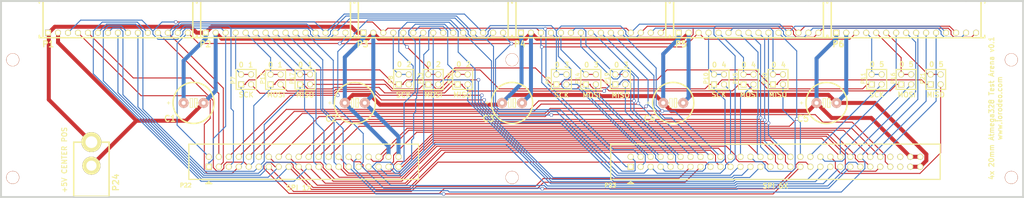
<source format=kicad_pcb>
(kicad_pcb (version 3) (host pcbnew "(2013-mar-13)-testing")

  (general
    (links 189)
    (no_connects 0)
    (area 39.749999 49.527499 311.349571 100.250001)
    (thickness 1.6)
    (drawings 53)
    (tracks 1038)
    (zones 0)
    (modules 35)
    (nets 74)
  )

  (page User 355.6 152.4)
  (layers
    (15 F.Cu signal)
    (0 B.Cu signal)
    (16 B.Adhes user)
    (17 F.Adhes user)
    (18 B.Paste user)
    (19 F.Paste user)
    (20 B.SilkS user)
    (21 F.SilkS user)
    (22 B.Mask user)
    (23 F.Mask user)
    (24 Dwgs.User user)
    (25 Cmts.User user)
    (26 Eco1.User user)
    (27 Eco2.User user)
    (28 Edge.Cuts user)
  )

  (setup
    (last_trace_width 0.254)
    (trace_clearance 0.254)
    (zone_clearance 0.508)
    (zone_45_only no)
    (trace_min 0.254)
    (segment_width 0.2)
    (edge_width 0.1)
    (via_size 0.889)
    (via_drill 0.635)
    (via_min_size 0.889)
    (via_min_drill 0.508)
    (uvia_size 0.508)
    (uvia_drill 0.127)
    (uvias_allowed no)
    (uvia_min_size 0.508)
    (uvia_min_drill 0.127)
    (pcb_text_width 0.3)
    (pcb_text_size 1.5 1.5)
    (mod_edge_width 0.381)
    (mod_text_size 1 1)
    (mod_text_width 0.15)
    (pad_size 1.5 1.5)
    (pad_drill 0.6)
    (pad_to_mask_clearance 0)
    (aux_axis_origin 0 0)
    (visible_elements FFFFFF7F)
    (pcbplotparams
      (layerselection 271613953)
      (usegerberextensions false)
      (excludeedgelayer true)
      (linewidth 0.150000)
      (plotframeref false)
      (viasonmask false)
      (mode 1)
      (useauxorigin false)
      (hpglpennumber 1)
      (hpglpenspeed 20)
      (hpglpendiameter 15)
      (hpglpenoverlay 2)
      (psnegative false)
      (psa4output false)
      (plotreference true)
      (plotvalue true)
      (plotothertext true)
      (plotinvisibletext false)
      (padsonsilk false)
      (subtractmaskfromsilk false)
      (outputformat 1)
      (mirror false)
      (drillshape 0)
      (scaleselection 1)
      (outputdirectory ""))
  )

  (net 0 "")
  (net 1 +5V)
  (net 2 /CS1_0)
  (net 3 /CS1_1)
  (net 4 /CS1_2)
  (net 5 /CS1_3)
  (net 6 /CS1_4)
  (net 7 /CS1_5)
  (net 8 /CS2_0)
  (net 9 /CS2_1)
  (net 10 /CS2_2)
  (net 11 /CS2_3)
  (net 12 /CS2_4)
  (net 13 /CS2_5)
  (net 14 /CS3_0)
  (net 15 /CS3_1)
  (net 16 /CS3_2)
  (net 17 /CS3_3)
  (net 18 /CS3_4)
  (net 19 /CS3_5)
  (net 20 /CS4_0)
  (net 21 /CS4_1)
  (net 22 /CS4_2)
  (net 23 /CS4_3)
  (net 24 /CS4_4)
  (net 25 /CS4_5)
  (net 26 /CS5_0)
  (net 27 /CS5_1)
  (net 28 /CS5_2)
  (net 29 /CS5_3)
  (net 30 /CS5_4)
  (net 31 /CS5_5)
  (net 32 /EXT_INT0)
  (net 33 /EXT_INT1)
  (net 34 /MISO_0)
  (net 35 /MISO_1)
  (net 36 /MISO_11)
  (net 37 /MISO_2)
  (net 38 /MISO_22)
  (net 39 /MISO_3)
  (net 40 /MISO_33)
  (net 41 /MISO_4)
  (net 42 /MISO_44)
  (net 43 /MISO_5)
  (net 44 /MISO_55)
  (net 45 /MOSI_0)
  (net 46 /MOSI_1)
  (net 47 /MOSI_11)
  (net 48 /MOSI_2)
  (net 49 /MOSI_22)
  (net 50 /MOSI_3)
  (net 51 /MOSI_33)
  (net 52 /MOSI_4)
  (net 53 /MOSI_44)
  (net 54 /MOSI_5)
  (net 55 /MOSI_55)
  (net 56 /RESET_MSTR)
  (net 57 /RX)
  (net 58 /SCK_0)
  (net 59 /SCK_1)
  (net 60 /SCK_11)
  (net 61 /SCK_2)
  (net 62 /SCK_22)
  (net 63 /SCK_3)
  (net 64 /SCK_33)
  (net 65 /SCK_4)
  (net 66 /SCK_44)
  (net 67 /SCK_5)
  (net 68 /SCK_55)
  (net 69 /TX)
  (net 70 GND)
  (net 71 N-0000046)
  (net 72 N-0000047)
  (net 73 N-0000048)

  (net_class Default "This is the default net class."
    (clearance 0.254)
    (trace_width 0.254)
    (via_dia 0.889)
    (via_drill 0.635)
    (uvia_dia 0.508)
    (uvia_drill 0.127)
    (add_net "")
    (add_net /CS1_0)
    (add_net /CS1_1)
    (add_net /CS1_2)
    (add_net /CS1_3)
    (add_net /CS1_4)
    (add_net /CS1_5)
    (add_net /CS2_0)
    (add_net /CS2_1)
    (add_net /CS2_2)
    (add_net /CS2_3)
    (add_net /CS2_4)
    (add_net /CS2_5)
    (add_net /CS3_0)
    (add_net /CS3_1)
    (add_net /CS3_2)
    (add_net /CS3_3)
    (add_net /CS3_4)
    (add_net /CS3_5)
    (add_net /CS4_0)
    (add_net /CS4_1)
    (add_net /CS4_2)
    (add_net /CS4_3)
    (add_net /CS4_4)
    (add_net /CS4_5)
    (add_net /CS5_0)
    (add_net /CS5_1)
    (add_net /CS5_2)
    (add_net /CS5_3)
    (add_net /CS5_4)
    (add_net /CS5_5)
    (add_net /EXT_INT0)
    (add_net /EXT_INT1)
    (add_net /MISO_0)
    (add_net /MISO_1)
    (add_net /MISO_11)
    (add_net /MISO_2)
    (add_net /MISO_22)
    (add_net /MISO_3)
    (add_net /MISO_33)
    (add_net /MISO_4)
    (add_net /MISO_44)
    (add_net /MISO_5)
    (add_net /MISO_55)
    (add_net /MOSI_0)
    (add_net /MOSI_1)
    (add_net /MOSI_11)
    (add_net /MOSI_2)
    (add_net /MOSI_22)
    (add_net /MOSI_3)
    (add_net /MOSI_33)
    (add_net /MOSI_4)
    (add_net /MOSI_44)
    (add_net /MOSI_5)
    (add_net /MOSI_55)
    (add_net /RESET_MSTR)
    (add_net /RX)
    (add_net /SCK_0)
    (add_net /SCK_1)
    (add_net /SCK_11)
    (add_net /SCK_2)
    (add_net /SCK_22)
    (add_net /SCK_3)
    (add_net /SCK_33)
    (add_net /SCK_4)
    (add_net /SCK_44)
    (add_net /SCK_5)
    (add_net /SCK_55)
    (add_net /TX)
    (add_net N-0000046)
    (add_net N-0000047)
    (add_net N-0000048)
  )

  (net_class Pwr ""
    (clearance 0.254)
    (trace_width 1.016)
    (via_dia 0.889)
    (via_drill 0.635)
    (uvia_dia 0.508)
    (uvia_drill 0.127)
    (add_net +5V)
    (add_net GND)
  )

  (module Capacitor_Polarized (layer F.Cu) (tedit 524C8E18) (tstamp 524C74EC)
    (at 89 76)
    (descr "ELECTROLYTIC CAPACITOR")
    (tags "ELECTROLYTIC CAPACITOR")
    (path /524BBC24)
    (attr virtual)
    (fp_text reference C1 (at -6 4) (layer F.SilkS)
      (effects (font (thickness 0.3048)))
    )
    (fp_text value 10uF (at 0 7.62) (layer F.SilkS) hide
      (effects (font (thickness 0.3048)))
    )
    (fp_circle (center 0 0) (end 1.27 -5.08) (layer F.SilkS) (width 0.381))
    (fp_line (start 0.254 1.143) (end 0.889 1.143) (layer F.SilkS) (width 0.2032))
    (fp_line (start 0.889 1.143) (end 0.889 -1.143) (layer F.SilkS) (width 0.2032))
    (fp_line (start 0.254 -1.143) (end 0.889 -1.143) (layer F.SilkS) (width 0.2032))
    (fp_line (start 0.254 1.143) (end 0.254 -1.143) (layer F.SilkS) (width 0.2032))
    (fp_line (start -1.143 0) (end -0.889 0) (layer F.SilkS) (width 0.1524))
    (fp_line (start -0.889 0) (end -0.889 1.143) (layer F.SilkS) (width 0.1524))
    (fp_line (start -0.889 1.143) (end -0.254 1.143) (layer F.SilkS) (width 0.1524))
    (fp_line (start -0.254 1.143) (end -0.254 -1.143) (layer F.SilkS) (width 0.1524))
    (fp_line (start -0.254 -1.143) (end -0.889 -1.143) (layer F.SilkS) (width 0.1524))
    (fp_line (start -0.889 -1.143) (end -0.889 0) (layer F.SilkS) (width 0.1524))
    (fp_line (start 0.635 0) (end 1.143 0) (layer F.SilkS) (width 0.1524))
    (fp_line (start -6.35 -0.381) (end -6.35 0.381) (layer F.SilkS) (width 0.1524))
    (fp_line (start -5.969 0) (end -6.731 0) (layer F.SilkS) (width 0.1524))
    (fp_line (start 1.143 0) (end 1.651 0) (layer F.SilkS) (width 0.1524))
    (fp_line (start -1.651 0) (end -1.143 0) (layer F.SilkS) (width 0.1524))
    (pad 1 thru_hole circle (at -2.54 0) (size 2.54 2.54) (drill 1.016)
      (layers *.Cu *.SilkS *.Mask)
      (net 1 +5V)
    )
    (pad 2 thru_hole circle (at 2.54 0) (size 2.54 2.54) (drill 1.016)
      (layers *.Cu *.SilkS *.Mask)
      (net 70 GND)
    )
  )

  (module Capacitor_Polarized (layer F.Cu) (tedit 524C8E21) (tstamp 524C7502)
    (at 130 76)
    (descr "ELECTROLYTIC CAPACITOR")
    (tags "ELECTROLYTIC CAPACITOR")
    (path /524BBC33)
    (attr virtual)
    (fp_text reference C2 (at -6 4) (layer F.SilkS)
      (effects (font (thickness 0.3048)))
    )
    (fp_text value 10uF (at 0 7.62) (layer F.SilkS) hide
      (effects (font (thickness 0.3048)))
    )
    (fp_circle (center 0 0) (end 1.27 -5.08) (layer F.SilkS) (width 0.381))
    (fp_line (start 0.254 1.143) (end 0.889 1.143) (layer F.SilkS) (width 0.2032))
    (fp_line (start 0.889 1.143) (end 0.889 -1.143) (layer F.SilkS) (width 0.2032))
    (fp_line (start 0.254 -1.143) (end 0.889 -1.143) (layer F.SilkS) (width 0.2032))
    (fp_line (start 0.254 1.143) (end 0.254 -1.143) (layer F.SilkS) (width 0.2032))
    (fp_line (start -1.143 0) (end -0.889 0) (layer F.SilkS) (width 0.1524))
    (fp_line (start -0.889 0) (end -0.889 1.143) (layer F.SilkS) (width 0.1524))
    (fp_line (start -0.889 1.143) (end -0.254 1.143) (layer F.SilkS) (width 0.1524))
    (fp_line (start -0.254 1.143) (end -0.254 -1.143) (layer F.SilkS) (width 0.1524))
    (fp_line (start -0.254 -1.143) (end -0.889 -1.143) (layer F.SilkS) (width 0.1524))
    (fp_line (start -0.889 -1.143) (end -0.889 0) (layer F.SilkS) (width 0.1524))
    (fp_line (start 0.635 0) (end 1.143 0) (layer F.SilkS) (width 0.1524))
    (fp_line (start -6.35 -0.381) (end -6.35 0.381) (layer F.SilkS) (width 0.1524))
    (fp_line (start -5.969 0) (end -6.731 0) (layer F.SilkS) (width 0.1524))
    (fp_line (start 1.143 0) (end 1.651 0) (layer F.SilkS) (width 0.1524))
    (fp_line (start -1.651 0) (end -1.143 0) (layer F.SilkS) (width 0.1524))
    (pad 1 thru_hole circle (at -2.54 0) (size 2.54 2.54) (drill 1.016)
      (layers *.Cu *.SilkS *.Mask)
      (net 1 +5V)
    )
    (pad 2 thru_hole circle (at 2.54 0) (size 2.54 2.54) (drill 1.016)
      (layers *.Cu *.SilkS *.Mask)
      (net 70 GND)
    )
  )

  (module Capacitor_Polarized (layer F.Cu) (tedit 524C8E27) (tstamp 524C7518)
    (at 170 76)
    (descr "ELECTROLYTIC CAPACITOR")
    (tags "ELECTROLYTIC CAPACITOR")
    (path /524BBC42)
    (attr virtual)
    (fp_text reference C3 (at -6 4) (layer F.SilkS)
      (effects (font (thickness 0.3048)))
    )
    (fp_text value 10uF (at 0 7.62) (layer F.SilkS) hide
      (effects (font (thickness 0.3048)))
    )
    (fp_circle (center 0 0) (end 1.27 -5.08) (layer F.SilkS) (width 0.381))
    (fp_line (start 0.254 1.143) (end 0.889 1.143) (layer F.SilkS) (width 0.2032))
    (fp_line (start 0.889 1.143) (end 0.889 -1.143) (layer F.SilkS) (width 0.2032))
    (fp_line (start 0.254 -1.143) (end 0.889 -1.143) (layer F.SilkS) (width 0.2032))
    (fp_line (start 0.254 1.143) (end 0.254 -1.143) (layer F.SilkS) (width 0.2032))
    (fp_line (start -1.143 0) (end -0.889 0) (layer F.SilkS) (width 0.1524))
    (fp_line (start -0.889 0) (end -0.889 1.143) (layer F.SilkS) (width 0.1524))
    (fp_line (start -0.889 1.143) (end -0.254 1.143) (layer F.SilkS) (width 0.1524))
    (fp_line (start -0.254 1.143) (end -0.254 -1.143) (layer F.SilkS) (width 0.1524))
    (fp_line (start -0.254 -1.143) (end -0.889 -1.143) (layer F.SilkS) (width 0.1524))
    (fp_line (start -0.889 -1.143) (end -0.889 0) (layer F.SilkS) (width 0.1524))
    (fp_line (start 0.635 0) (end 1.143 0) (layer F.SilkS) (width 0.1524))
    (fp_line (start -6.35 -0.381) (end -6.35 0.381) (layer F.SilkS) (width 0.1524))
    (fp_line (start -5.969 0) (end -6.731 0) (layer F.SilkS) (width 0.1524))
    (fp_line (start 1.143 0) (end 1.651 0) (layer F.SilkS) (width 0.1524))
    (fp_line (start -1.651 0) (end -1.143 0) (layer F.SilkS) (width 0.1524))
    (pad 1 thru_hole circle (at -2.54 0) (size 2.54 2.54) (drill 1.016)
      (layers *.Cu *.SilkS *.Mask)
      (net 1 +5V)
    )
    (pad 2 thru_hole circle (at 2.54 0) (size 2.54 2.54) (drill 1.016)
      (layers *.Cu *.SilkS *.Mask)
      (net 70 GND)
    )
  )

  (module Capacitor_Polarized (layer F.Cu) (tedit 524C8E2E) (tstamp 524C752E)
    (at 211 76)
    (descr "ELECTROLYTIC CAPACITOR")
    (tags "ELECTROLYTIC CAPACITOR")
    (path /524BBC51)
    (attr virtual)
    (fp_text reference C4 (at -6 4) (layer F.SilkS)
      (effects (font (thickness 0.3048)))
    )
    (fp_text value 10uF (at 0 7.62) (layer F.SilkS) hide
      (effects (font (thickness 0.3048)))
    )
    (fp_circle (center 0 0) (end 1.27 -5.08) (layer F.SilkS) (width 0.381))
    (fp_line (start 0.254 1.143) (end 0.889 1.143) (layer F.SilkS) (width 0.2032))
    (fp_line (start 0.889 1.143) (end 0.889 -1.143) (layer F.SilkS) (width 0.2032))
    (fp_line (start 0.254 -1.143) (end 0.889 -1.143) (layer F.SilkS) (width 0.2032))
    (fp_line (start 0.254 1.143) (end 0.254 -1.143) (layer F.SilkS) (width 0.2032))
    (fp_line (start -1.143 0) (end -0.889 0) (layer F.SilkS) (width 0.1524))
    (fp_line (start -0.889 0) (end -0.889 1.143) (layer F.SilkS) (width 0.1524))
    (fp_line (start -0.889 1.143) (end -0.254 1.143) (layer F.SilkS) (width 0.1524))
    (fp_line (start -0.254 1.143) (end -0.254 -1.143) (layer F.SilkS) (width 0.1524))
    (fp_line (start -0.254 -1.143) (end -0.889 -1.143) (layer F.SilkS) (width 0.1524))
    (fp_line (start -0.889 -1.143) (end -0.889 0) (layer F.SilkS) (width 0.1524))
    (fp_line (start 0.635 0) (end 1.143 0) (layer F.SilkS) (width 0.1524))
    (fp_line (start -6.35 -0.381) (end -6.35 0.381) (layer F.SilkS) (width 0.1524))
    (fp_line (start -5.969 0) (end -6.731 0) (layer F.SilkS) (width 0.1524))
    (fp_line (start 1.143 0) (end 1.651 0) (layer F.SilkS) (width 0.1524))
    (fp_line (start -1.651 0) (end -1.143 0) (layer F.SilkS) (width 0.1524))
    (pad 1 thru_hole circle (at -2.54 0) (size 2.54 2.54) (drill 1.016)
      (layers *.Cu *.SilkS *.Mask)
      (net 1 +5V)
    )
    (pad 2 thru_hole circle (at 2.54 0) (size 2.54 2.54) (drill 1.016)
      (layers *.Cu *.SilkS *.Mask)
      (net 70 GND)
    )
  )

  (module Capacitor_Polarized (layer F.Cu) (tedit 524C8E33) (tstamp 524C7544)
    (at 250 76)
    (descr "ELECTROLYTIC CAPACITOR")
    (tags "ELECTROLYTIC CAPACITOR")
    (path /524BBC60)
    (attr virtual)
    (fp_text reference C5 (at -6 4) (layer F.SilkS)
      (effects (font (thickness 0.3048)))
    )
    (fp_text value 10uF (at 0 7.62) (layer F.SilkS) hide
      (effects (font (thickness 0.3048)))
    )
    (fp_circle (center 0 0) (end 1.27 -5.08) (layer F.SilkS) (width 0.381))
    (fp_line (start 0.254 1.143) (end 0.889 1.143) (layer F.SilkS) (width 0.2032))
    (fp_line (start 0.889 1.143) (end 0.889 -1.143) (layer F.SilkS) (width 0.2032))
    (fp_line (start 0.254 -1.143) (end 0.889 -1.143) (layer F.SilkS) (width 0.2032))
    (fp_line (start 0.254 1.143) (end 0.254 -1.143) (layer F.SilkS) (width 0.2032))
    (fp_line (start -1.143 0) (end -0.889 0) (layer F.SilkS) (width 0.1524))
    (fp_line (start -0.889 0) (end -0.889 1.143) (layer F.SilkS) (width 0.1524))
    (fp_line (start -0.889 1.143) (end -0.254 1.143) (layer F.SilkS) (width 0.1524))
    (fp_line (start -0.254 1.143) (end -0.254 -1.143) (layer F.SilkS) (width 0.1524))
    (fp_line (start -0.254 -1.143) (end -0.889 -1.143) (layer F.SilkS) (width 0.1524))
    (fp_line (start -0.889 -1.143) (end -0.889 0) (layer F.SilkS) (width 0.1524))
    (fp_line (start 0.635 0) (end 1.143 0) (layer F.SilkS) (width 0.1524))
    (fp_line (start -6.35 -0.381) (end -6.35 0.381) (layer F.SilkS) (width 0.1524))
    (fp_line (start -5.969 0) (end -6.731 0) (layer F.SilkS) (width 0.1524))
    (fp_line (start 1.143 0) (end 1.651 0) (layer F.SilkS) (width 0.1524))
    (fp_line (start -1.651 0) (end -1.143 0) (layer F.SilkS) (width 0.1524))
    (pad 1 thru_hole circle (at -2.54 0) (size 2.54 2.54) (drill 1.016)
      (layers *.Cu *.SilkS *.Mask)
      (net 1 +5V)
    )
    (pad 2 thru_hole circle (at 2.54 0) (size 2.54 2.54) (drill 1.016)
      (layers *.Cu *.SilkS *.Mask)
      (net 70 GND)
    )
  )

  (module PIN_ARRAY_2X2 (layer F.Cu) (tedit 524C8ED7) (tstamp 524C762E)
    (at 102.35 70)
    (descr "Double rangee de contacts 2 x 2 pins")
    (tags CONN)
    (path /524BA5BF)
    (fp_text reference P7 (at -3.29 0.231 90) (layer F.SilkS)
      (effects (font (size 1.016 1.016) (thickness 0.2032)))
    )
    (fp_text value CONN_2X2 (at 0 3.048) (layer F.SilkS) hide
      (effects (font (size 1.016 1.016) (thickness 0.2032)))
    )
    (fp_line (start -2.54 -2.54) (end 2.54 -2.54) (layer F.SilkS) (width 0.3048))
    (fp_line (start 2.54 -2.54) (end 2.54 2.54) (layer F.SilkS) (width 0.3048))
    (fp_line (start 2.54 2.54) (end -2.54 2.54) (layer F.SilkS) (width 0.3048))
    (fp_line (start -2.54 2.54) (end -2.54 -2.54) (layer F.SilkS) (width 0.3048))
    (pad 1 thru_hole rect (at -1.27 1.27) (size 1.524 1.524) (drill 1.016)
      (layers *.Cu *.Mask F.SilkS)
      (net 58 /SCK_0)
    )
    (pad 2 thru_hole circle (at -1.27 -1.27) (size 1.524 1.524) (drill 1.016)
      (layers *.Cu *.Mask F.SilkS)
      (net 60 /SCK_11)
    )
    (pad 3 thru_hole circle (at 1.27 1.27) (size 1.524 1.524) (drill 1.016)
      (layers *.Cu *.Mask F.SilkS)
      (net 59 /SCK_1)
    )
    (pad 4 thru_hole circle (at 1.27 -1.27) (size 1.524 1.524) (drill 1.016)
      (layers *.Cu *.Mask F.SilkS)
      (net 60 /SCK_11)
    )
    (model pin_array/pins_array_2x2.wrl
      (at (xyz 0 0 0))
      (scale (xyz 1 1 1))
      (rotate (xyz 0 0 0))
    )
  )

  (module PIN_ARRAY_2X2 (layer F.Cu) (tedit 524C8EAB) (tstamp 524C763A)
    (at 142.45 70)
    (descr "Double rangee de contacts 2 x 2 pins")
    (tags CONN)
    (path /524BAC52)
    (fp_text reference P8 (at -3.3088 0.0278 90) (layer F.SilkS)
      (effects (font (size 1.016 1.016) (thickness 0.2032)))
    )
    (fp_text value CONN_2X2 (at 0 3.048) (layer F.SilkS) hide
      (effects (font (size 1.016 1.016) (thickness 0.2032)))
    )
    (fp_line (start -2.54 -2.54) (end 2.54 -2.54) (layer F.SilkS) (width 0.3048))
    (fp_line (start 2.54 -2.54) (end 2.54 2.54) (layer F.SilkS) (width 0.3048))
    (fp_line (start 2.54 2.54) (end -2.54 2.54) (layer F.SilkS) (width 0.3048))
    (fp_line (start -2.54 2.54) (end -2.54 -2.54) (layer F.SilkS) (width 0.3048))
    (pad 1 thru_hole rect (at -1.27 1.27) (size 1.524 1.524) (drill 1.016)
      (layers *.Cu *.Mask F.SilkS)
      (net 58 /SCK_0)
    )
    (pad 2 thru_hole circle (at -1.27 -1.27) (size 1.524 1.524) (drill 1.016)
      (layers *.Cu *.Mask F.SilkS)
      (net 62 /SCK_22)
    )
    (pad 3 thru_hole circle (at 1.27 1.27) (size 1.524 1.524) (drill 1.016)
      (layers *.Cu *.Mask F.SilkS)
      (net 61 /SCK_2)
    )
    (pad 4 thru_hole circle (at 1.27 -1.27) (size 1.524 1.524) (drill 1.016)
      (layers *.Cu *.Mask F.SilkS)
      (net 62 /SCK_22)
    )
    (model pin_array/pins_array_2x2.wrl
      (at (xyz 0 0 0))
      (scale (xyz 1 1 1))
      (rotate (xyz 0 0 0))
    )
  )

  (module PIN_ARRAY_2X2 (layer F.Cu) (tedit 524C8EF1) (tstamp 524C7646)
    (at 182.55 70)
    (descr "Double rangee de contacts 2 x 2 pins")
    (tags CONN)
    (path /524BAC64)
    (fp_text reference P9 (at -3.353 0.231 90) (layer F.SilkS)
      (effects (font (size 1.016 1.016) (thickness 0.2032)))
    )
    (fp_text value CONN_2X2 (at 0 3.048) (layer F.SilkS) hide
      (effects (font (size 1.016 1.016) (thickness 0.2032)))
    )
    (fp_line (start -2.54 -2.54) (end 2.54 -2.54) (layer F.SilkS) (width 0.3048))
    (fp_line (start 2.54 -2.54) (end 2.54 2.54) (layer F.SilkS) (width 0.3048))
    (fp_line (start 2.54 2.54) (end -2.54 2.54) (layer F.SilkS) (width 0.3048))
    (fp_line (start -2.54 2.54) (end -2.54 -2.54) (layer F.SilkS) (width 0.3048))
    (pad 1 thru_hole rect (at -1.27 1.27) (size 1.524 1.524) (drill 1.016)
      (layers *.Cu *.Mask F.SilkS)
      (net 58 /SCK_0)
    )
    (pad 2 thru_hole circle (at -1.27 -1.27) (size 1.524 1.524) (drill 1.016)
      (layers *.Cu *.Mask F.SilkS)
      (net 64 /SCK_33)
    )
    (pad 3 thru_hole circle (at 1.27 1.27) (size 1.524 1.524) (drill 1.016)
      (layers *.Cu *.Mask F.SilkS)
      (net 63 /SCK_3)
    )
    (pad 4 thru_hole circle (at 1.27 -1.27) (size 1.524 1.524) (drill 1.016)
      (layers *.Cu *.Mask F.SilkS)
      (net 64 /SCK_33)
    )
    (model pin_array/pins_array_2x2.wrl
      (at (xyz 0 0 0))
      (scale (xyz 1 1 1))
      (rotate (xyz 0 0 0))
    )
  )

  (module PIN_ARRAY_2X2 (layer F.Cu) (tedit 524C8F12) (tstamp 524C7652)
    (at 222.65 70)
    (descr "Double rangee de contacts 2 x 2 pins")
    (tags CONN)
    (path /524BAC76)
    (fp_text reference P10 (at -3.321 -0.277 90) (layer F.SilkS)
      (effects (font (size 1.016 1.016) (thickness 0.2032)))
    )
    (fp_text value CONN_2X2 (at 0 3.048) (layer F.SilkS) hide
      (effects (font (size 1.016 1.016) (thickness 0.2032)))
    )
    (fp_line (start -2.54 -2.54) (end 2.54 -2.54) (layer F.SilkS) (width 0.3048))
    (fp_line (start 2.54 -2.54) (end 2.54 2.54) (layer F.SilkS) (width 0.3048))
    (fp_line (start 2.54 2.54) (end -2.54 2.54) (layer F.SilkS) (width 0.3048))
    (fp_line (start -2.54 2.54) (end -2.54 -2.54) (layer F.SilkS) (width 0.3048))
    (pad 1 thru_hole rect (at -1.27 1.27) (size 1.524 1.524) (drill 1.016)
      (layers *.Cu *.Mask F.SilkS)
      (net 58 /SCK_0)
    )
    (pad 2 thru_hole circle (at -1.27 -1.27) (size 1.524 1.524) (drill 1.016)
      (layers *.Cu *.Mask F.SilkS)
      (net 66 /SCK_44)
    )
    (pad 3 thru_hole circle (at 1.27 1.27) (size 1.524 1.524) (drill 1.016)
      (layers *.Cu *.Mask F.SilkS)
      (net 65 /SCK_4)
    )
    (pad 4 thru_hole circle (at 1.27 -1.27) (size 1.524 1.524) (drill 1.016)
      (layers *.Cu *.Mask F.SilkS)
      (net 66 /SCK_44)
    )
    (model pin_array/pins_array_2x2.wrl
      (at (xyz 0 0 0))
      (scale (xyz 1 1 1))
      (rotate (xyz 0 0 0))
    )
  )

  (module PIN_ARRAY_2X2 (layer F.Cu) (tedit 524C8F21) (tstamp 524C765E)
    (at 262.75 70)
    (descr "Double rangee de contacts 2 x 2 pins")
    (tags CONN)
    (path /524BAC88)
    (fp_text reference P11 (at -3.416 -0.277 90) (layer F.SilkS)
      (effects (font (size 1.016 1.016) (thickness 0.2032)))
    )
    (fp_text value CONN_2X2 (at 0 3.048) (layer F.SilkS) hide
      (effects (font (size 1.016 1.016) (thickness 0.2032)))
    )
    (fp_line (start -2.54 -2.54) (end 2.54 -2.54) (layer F.SilkS) (width 0.3048))
    (fp_line (start 2.54 -2.54) (end 2.54 2.54) (layer F.SilkS) (width 0.3048))
    (fp_line (start 2.54 2.54) (end -2.54 2.54) (layer F.SilkS) (width 0.3048))
    (fp_line (start -2.54 2.54) (end -2.54 -2.54) (layer F.SilkS) (width 0.3048))
    (pad 1 thru_hole rect (at -1.27 1.27) (size 1.524 1.524) (drill 1.016)
      (layers *.Cu *.Mask F.SilkS)
      (net 58 /SCK_0)
    )
    (pad 2 thru_hole circle (at -1.27 -1.27) (size 1.524 1.524) (drill 1.016)
      (layers *.Cu *.Mask F.SilkS)
      (net 68 /SCK_55)
    )
    (pad 3 thru_hole circle (at 1.27 1.27) (size 1.524 1.524) (drill 1.016)
      (layers *.Cu *.Mask F.SilkS)
      (net 67 /SCK_5)
    )
    (pad 4 thru_hole circle (at 1.27 -1.27) (size 1.524 1.524) (drill 1.016)
      (layers *.Cu *.Mask F.SilkS)
      (net 68 /SCK_55)
    )
    (model pin_array/pins_array_2x2.wrl
      (at (xyz 0 0 0))
      (scale (xyz 1 1 1))
      (rotate (xyz 0 0 0))
    )
  )

  (module PIN_ARRAY_2X2 (layer F.Cu) (tedit 524C8EDD) (tstamp 524C766A)
    (at 109.85 70)
    (descr "Double rangee de contacts 2 x 2 pins")
    (tags CONN)
    (path /524BA5CE)
    (fp_text reference P12 (at -3.297 -0.277 90) (layer F.SilkS)
      (effects (font (size 1.016 1.016) (thickness 0.2032)))
    )
    (fp_text value CONN_2X2 (at 0 3.048) (layer F.SilkS) hide
      (effects (font (size 1.016 1.016) (thickness 0.2032)))
    )
    (fp_line (start -2.54 -2.54) (end 2.54 -2.54) (layer F.SilkS) (width 0.3048))
    (fp_line (start 2.54 -2.54) (end 2.54 2.54) (layer F.SilkS) (width 0.3048))
    (fp_line (start 2.54 2.54) (end -2.54 2.54) (layer F.SilkS) (width 0.3048))
    (fp_line (start -2.54 2.54) (end -2.54 -2.54) (layer F.SilkS) (width 0.3048))
    (pad 1 thru_hole rect (at -1.27 1.27) (size 1.524 1.524) (drill 1.016)
      (layers *.Cu *.Mask F.SilkS)
      (net 45 /MOSI_0)
    )
    (pad 2 thru_hole circle (at -1.27 -1.27) (size 1.524 1.524) (drill 1.016)
      (layers *.Cu *.Mask F.SilkS)
      (net 47 /MOSI_11)
    )
    (pad 3 thru_hole circle (at 1.27 1.27) (size 1.524 1.524) (drill 1.016)
      (layers *.Cu *.Mask F.SilkS)
      (net 46 /MOSI_1)
    )
    (pad 4 thru_hole circle (at 1.27 -1.27) (size 1.524 1.524) (drill 1.016)
      (layers *.Cu *.Mask F.SilkS)
      (net 47 /MOSI_11)
    )
    (model pin_array/pins_array_2x2.wrl
      (at (xyz 0 0 0))
      (scale (xyz 1 1 1))
      (rotate (xyz 0 0 0))
    )
  )

  (module PIN_ARRAY_2X2 (layer F.Cu) (tedit 524C8EE8) (tstamp 524C7676)
    (at 149.95 70)
    (descr "Double rangee de contacts 2 x 2 pins")
    (tags CONN)
    (path /524BAC58)
    (fp_text reference P13 (at -3.265 -0.277 90) (layer F.SilkS)
      (effects (font (size 1.016 1.016) (thickness 0.2032)))
    )
    (fp_text value CONN_2X2 (at 0 3.048) (layer F.SilkS) hide
      (effects (font (size 1.016 1.016) (thickness 0.2032)))
    )
    (fp_line (start -2.54 -2.54) (end 2.54 -2.54) (layer F.SilkS) (width 0.3048))
    (fp_line (start 2.54 -2.54) (end 2.54 2.54) (layer F.SilkS) (width 0.3048))
    (fp_line (start 2.54 2.54) (end -2.54 2.54) (layer F.SilkS) (width 0.3048))
    (fp_line (start -2.54 2.54) (end -2.54 -2.54) (layer F.SilkS) (width 0.3048))
    (pad 1 thru_hole rect (at -1.27 1.27) (size 1.524 1.524) (drill 1.016)
      (layers *.Cu *.Mask F.SilkS)
      (net 45 /MOSI_0)
    )
    (pad 2 thru_hole circle (at -1.27 -1.27) (size 1.524 1.524) (drill 1.016)
      (layers *.Cu *.Mask F.SilkS)
      (net 49 /MOSI_22)
    )
    (pad 3 thru_hole circle (at 1.27 1.27) (size 1.524 1.524) (drill 1.016)
      (layers *.Cu *.Mask F.SilkS)
      (net 48 /MOSI_2)
    )
    (pad 4 thru_hole circle (at 1.27 -1.27) (size 1.524 1.524) (drill 1.016)
      (layers *.Cu *.Mask F.SilkS)
      (net 49 /MOSI_22)
    )
    (model pin_array/pins_array_2x2.wrl
      (at (xyz 0 0 0))
      (scale (xyz 1 1 1))
      (rotate (xyz 0 0 0))
    )
  )

  (module PIN_ARRAY_2X2 (layer F.Cu) (tedit 524C8EF6) (tstamp 524C7682)
    (at 190.05 70)
    (descr "Double rangee de contacts 2 x 2 pins")
    (tags CONN)
    (path /524BAC6A)
    (fp_text reference P14 (at -3.36 -0.277 90) (layer F.SilkS)
      (effects (font (size 1.016 1.016) (thickness 0.2032)))
    )
    (fp_text value CONN_2X2 (at 0 3.048) (layer F.SilkS) hide
      (effects (font (size 1.016 1.016) (thickness 0.2032)))
    )
    (fp_line (start -2.54 -2.54) (end 2.54 -2.54) (layer F.SilkS) (width 0.3048))
    (fp_line (start 2.54 -2.54) (end 2.54 2.54) (layer F.SilkS) (width 0.3048))
    (fp_line (start 2.54 2.54) (end -2.54 2.54) (layer F.SilkS) (width 0.3048))
    (fp_line (start -2.54 2.54) (end -2.54 -2.54) (layer F.SilkS) (width 0.3048))
    (pad 1 thru_hole rect (at -1.27 1.27) (size 1.524 1.524) (drill 1.016)
      (layers *.Cu *.Mask F.SilkS)
      (net 45 /MOSI_0)
    )
    (pad 2 thru_hole circle (at -1.27 -1.27) (size 1.524 1.524) (drill 1.016)
      (layers *.Cu *.Mask F.SilkS)
      (net 51 /MOSI_33)
    )
    (pad 3 thru_hole circle (at 1.27 1.27) (size 1.524 1.524) (drill 1.016)
      (layers *.Cu *.Mask F.SilkS)
      (net 50 /MOSI_3)
    )
    (pad 4 thru_hole circle (at 1.27 -1.27) (size 1.524 1.524) (drill 1.016)
      (layers *.Cu *.Mask F.SilkS)
      (net 51 /MOSI_33)
    )
    (model pin_array/pins_array_2x2.wrl
      (at (xyz 0 0 0))
      (scale (xyz 1 1 1))
      (rotate (xyz 0 0 0))
    )
  )

  (module PIN_ARRAY_2X2 (layer F.Cu) (tedit 524C8F17) (tstamp 524C768E)
    (at 230.15 70)
    (descr "Double rangee de contacts 2 x 2 pins")
    (tags CONN)
    (path /524BAC7C)
    (fp_text reference P15 (at -3.328 -0.277 90) (layer F.SilkS)
      (effects (font (size 1.016 1.016) (thickness 0.2032)))
    )
    (fp_text value CONN_2X2 (at 0 3.048) (layer F.SilkS) hide
      (effects (font (size 1.016 1.016) (thickness 0.2032)))
    )
    (fp_line (start -2.54 -2.54) (end 2.54 -2.54) (layer F.SilkS) (width 0.3048))
    (fp_line (start 2.54 -2.54) (end 2.54 2.54) (layer F.SilkS) (width 0.3048))
    (fp_line (start 2.54 2.54) (end -2.54 2.54) (layer F.SilkS) (width 0.3048))
    (fp_line (start -2.54 2.54) (end -2.54 -2.54) (layer F.SilkS) (width 0.3048))
    (pad 1 thru_hole rect (at -1.27 1.27) (size 1.524 1.524) (drill 1.016)
      (layers *.Cu *.Mask F.SilkS)
      (net 45 /MOSI_0)
    )
    (pad 2 thru_hole circle (at -1.27 -1.27) (size 1.524 1.524) (drill 1.016)
      (layers *.Cu *.Mask F.SilkS)
      (net 53 /MOSI_44)
    )
    (pad 3 thru_hole circle (at 1.27 1.27) (size 1.524 1.524) (drill 1.016)
      (layers *.Cu *.Mask F.SilkS)
      (net 52 /MOSI_4)
    )
    (pad 4 thru_hole circle (at 1.27 -1.27) (size 1.524 1.524) (drill 1.016)
      (layers *.Cu *.Mask F.SilkS)
      (net 53 /MOSI_44)
    )
    (model pin_array/pins_array_2x2.wrl
      (at (xyz 0 0 0))
      (scale (xyz 1 1 1))
      (rotate (xyz 0 0 0))
    )
  )

  (module PIN_ARRAY_2X2 (layer F.Cu) (tedit 524C8F25) (tstamp 524C769A)
    (at 270.25 70)
    (descr "Double rangee de contacts 2 x 2 pins")
    (tags CONN)
    (path /524BAC8E)
    (fp_text reference P16 (at -3.296 -0.277 90) (layer F.SilkS)
      (effects (font (size 1.016 1.016) (thickness 0.2032)))
    )
    (fp_text value CONN_2X2 (at 0 3.048) (layer F.SilkS) hide
      (effects (font (size 1.016 1.016) (thickness 0.2032)))
    )
    (fp_line (start -2.54 -2.54) (end 2.54 -2.54) (layer F.SilkS) (width 0.3048))
    (fp_line (start 2.54 -2.54) (end 2.54 2.54) (layer F.SilkS) (width 0.3048))
    (fp_line (start 2.54 2.54) (end -2.54 2.54) (layer F.SilkS) (width 0.3048))
    (fp_line (start -2.54 2.54) (end -2.54 -2.54) (layer F.SilkS) (width 0.3048))
    (pad 1 thru_hole rect (at -1.27 1.27) (size 1.524 1.524) (drill 1.016)
      (layers *.Cu *.Mask F.SilkS)
      (net 45 /MOSI_0)
    )
    (pad 2 thru_hole circle (at -1.27 -1.27) (size 1.524 1.524) (drill 1.016)
      (layers *.Cu *.Mask F.SilkS)
      (net 55 /MOSI_55)
    )
    (pad 3 thru_hole circle (at 1.27 1.27) (size 1.524 1.524) (drill 1.016)
      (layers *.Cu *.Mask F.SilkS)
      (net 54 /MOSI_5)
    )
    (pad 4 thru_hole circle (at 1.27 -1.27) (size 1.524 1.524) (drill 1.016)
      (layers *.Cu *.Mask F.SilkS)
      (net 55 /MOSI_55)
    )
    (model pin_array/pins_array_2x2.wrl
      (at (xyz 0 0 0))
      (scale (xyz 1 1 1))
      (rotate (xyz 0 0 0))
    )
  )

  (module PIN_ARRAY_2X2 (layer F.Cu) (tedit 524C8EE2) (tstamp 524C76A6)
    (at 117.35 70)
    (descr "Double rangee de contacts 2 x 2 pins")
    (tags CONN)
    (path /524BA5DD)
    (fp_text reference P17 (at -3.304 -0.277 90) (layer F.SilkS)
      (effects (font (size 1.016 1.016) (thickness 0.2032)))
    )
    (fp_text value CONN_2X2 (at 0 3.048) (layer F.SilkS) hide
      (effects (font (size 1.016 1.016) (thickness 0.2032)))
    )
    (fp_line (start -2.54 -2.54) (end 2.54 -2.54) (layer F.SilkS) (width 0.3048))
    (fp_line (start 2.54 -2.54) (end 2.54 2.54) (layer F.SilkS) (width 0.3048))
    (fp_line (start 2.54 2.54) (end -2.54 2.54) (layer F.SilkS) (width 0.3048))
    (fp_line (start -2.54 2.54) (end -2.54 -2.54) (layer F.SilkS) (width 0.3048))
    (pad 1 thru_hole rect (at -1.27 1.27) (size 1.524 1.524) (drill 1.016)
      (layers *.Cu *.Mask F.SilkS)
      (net 34 /MISO_0)
    )
    (pad 2 thru_hole circle (at -1.27 -1.27) (size 1.524 1.524) (drill 1.016)
      (layers *.Cu *.Mask F.SilkS)
      (net 36 /MISO_11)
    )
    (pad 3 thru_hole circle (at 1.27 1.27) (size 1.524 1.524) (drill 1.016)
      (layers *.Cu *.Mask F.SilkS)
      (net 35 /MISO_1)
    )
    (pad 4 thru_hole circle (at 1.27 -1.27) (size 1.524 1.524) (drill 1.016)
      (layers *.Cu *.Mask F.SilkS)
      (net 36 /MISO_11)
    )
    (model pin_array/pins_array_2x2.wrl
      (at (xyz 0 0 0))
      (scale (xyz 1 1 1))
      (rotate (xyz 0 0 0))
    )
  )

  (module PIN_ARRAY_2X2 (layer F.Cu) (tedit 524C8EEC) (tstamp 524C76B2)
    (at 157.45 70)
    (descr "Double rangee de contacts 2 x 2 pins")
    (tags CONN)
    (path /524BAC5E)
    (fp_text reference P18 (at -3.272 -0.277 90) (layer F.SilkS)
      (effects (font (size 1.016 1.016) (thickness 0.2032)))
    )
    (fp_text value CONN_2X2 (at 0 3.048) (layer F.SilkS) hide
      (effects (font (size 1.016 1.016) (thickness 0.2032)))
    )
    (fp_line (start -2.54 -2.54) (end 2.54 -2.54) (layer F.SilkS) (width 0.3048))
    (fp_line (start 2.54 -2.54) (end 2.54 2.54) (layer F.SilkS) (width 0.3048))
    (fp_line (start 2.54 2.54) (end -2.54 2.54) (layer F.SilkS) (width 0.3048))
    (fp_line (start -2.54 2.54) (end -2.54 -2.54) (layer F.SilkS) (width 0.3048))
    (pad 1 thru_hole rect (at -1.27 1.27) (size 1.524 1.524) (drill 1.016)
      (layers *.Cu *.Mask F.SilkS)
      (net 34 /MISO_0)
    )
    (pad 2 thru_hole circle (at -1.27 -1.27) (size 1.524 1.524) (drill 1.016)
      (layers *.Cu *.Mask F.SilkS)
      (net 38 /MISO_22)
    )
    (pad 3 thru_hole circle (at 1.27 1.27) (size 1.524 1.524) (drill 1.016)
      (layers *.Cu *.Mask F.SilkS)
      (net 37 /MISO_2)
    )
    (pad 4 thru_hole circle (at 1.27 -1.27) (size 1.524 1.524) (drill 1.016)
      (layers *.Cu *.Mask F.SilkS)
      (net 38 /MISO_22)
    )
    (model pin_array/pins_array_2x2.wrl
      (at (xyz 0 0 0))
      (scale (xyz 1 1 1))
      (rotate (xyz 0 0 0))
    )
  )

  (module PIN_ARRAY_2X2 (layer F.Cu) (tedit 524C8F0C) (tstamp 524C76BE)
    (at 197.55 70)
    (descr "Double rangee de contacts 2 x 2 pins")
    (tags CONN)
    (path /524BAC70)
    (fp_text reference P19 (at -3.367 -0.277 90) (layer F.SilkS)
      (effects (font (size 1.016 1.016) (thickness 0.2032)))
    )
    (fp_text value CONN_2X2 (at 0 3.048) (layer F.SilkS) hide
      (effects (font (size 1.016 1.016) (thickness 0.2032)))
    )
    (fp_line (start -2.54 -2.54) (end 2.54 -2.54) (layer F.SilkS) (width 0.3048))
    (fp_line (start 2.54 -2.54) (end 2.54 2.54) (layer F.SilkS) (width 0.3048))
    (fp_line (start 2.54 2.54) (end -2.54 2.54) (layer F.SilkS) (width 0.3048))
    (fp_line (start -2.54 2.54) (end -2.54 -2.54) (layer F.SilkS) (width 0.3048))
    (pad 1 thru_hole rect (at -1.27 1.27) (size 1.524 1.524) (drill 1.016)
      (layers *.Cu *.Mask F.SilkS)
      (net 34 /MISO_0)
    )
    (pad 2 thru_hole circle (at -1.27 -1.27) (size 1.524 1.524) (drill 1.016)
      (layers *.Cu *.Mask F.SilkS)
      (net 40 /MISO_33)
    )
    (pad 3 thru_hole circle (at 1.27 1.27) (size 1.524 1.524) (drill 1.016)
      (layers *.Cu *.Mask F.SilkS)
      (net 39 /MISO_3)
    )
    (pad 4 thru_hole circle (at 1.27 -1.27) (size 1.524 1.524) (drill 1.016)
      (layers *.Cu *.Mask F.SilkS)
      (net 40 /MISO_33)
    )
    (model pin_array/pins_array_2x2.wrl
      (at (xyz 0 0 0))
      (scale (xyz 1 1 1))
      (rotate (xyz 0 0 0))
    )
  )

  (module PIN_ARRAY_2X2 (layer F.Cu) (tedit 524C8F1C) (tstamp 524C76CA)
    (at 237.65 70)
    (descr "Double rangee de contacts 2 x 2 pins")
    (tags CONN)
    (path /524BAC82)
    (fp_text reference P20 (at -3.335 -0.277 90) (layer F.SilkS)
      (effects (font (size 1.016 1.016) (thickness 0.2032)))
    )
    (fp_text value CONN_2X2 (at 0 3.048) (layer F.SilkS) hide
      (effects (font (size 1.016 1.016) (thickness 0.2032)))
    )
    (fp_line (start -2.54 -2.54) (end 2.54 -2.54) (layer F.SilkS) (width 0.3048))
    (fp_line (start 2.54 -2.54) (end 2.54 2.54) (layer F.SilkS) (width 0.3048))
    (fp_line (start 2.54 2.54) (end -2.54 2.54) (layer F.SilkS) (width 0.3048))
    (fp_line (start -2.54 2.54) (end -2.54 -2.54) (layer F.SilkS) (width 0.3048))
    (pad 1 thru_hole rect (at -1.27 1.27) (size 1.524 1.524) (drill 1.016)
      (layers *.Cu *.Mask F.SilkS)
      (net 34 /MISO_0)
    )
    (pad 2 thru_hole circle (at -1.27 -1.27) (size 1.524 1.524) (drill 1.016)
      (layers *.Cu *.Mask F.SilkS)
      (net 42 /MISO_44)
    )
    (pad 3 thru_hole circle (at 1.27 1.27) (size 1.524 1.524) (drill 1.016)
      (layers *.Cu *.Mask F.SilkS)
      (net 41 /MISO_4)
    )
    (pad 4 thru_hole circle (at 1.27 -1.27) (size 1.524 1.524) (drill 1.016)
      (layers *.Cu *.Mask F.SilkS)
      (net 42 /MISO_44)
    )
    (model pin_array/pins_array_2x2.wrl
      (at (xyz 0 0 0))
      (scale (xyz 1 1 1))
      (rotate (xyz 0 0 0))
    )
  )

  (module PIN_ARRAY_2X2 (layer F.Cu) (tedit 524C8F2A) (tstamp 524C76D6)
    (at 277.75 70)
    (descr "Double rangee de contacts 2 x 2 pins")
    (tags CONN)
    (path /524BAC94)
    (fp_text reference P21 (at -3.303 -0.277 90) (layer F.SilkS)
      (effects (font (size 1.016 1.016) (thickness 0.2032)))
    )
    (fp_text value CONN_2X2 (at 0 3.048) (layer F.SilkS) hide
      (effects (font (size 1.016 1.016) (thickness 0.2032)))
    )
    (fp_line (start -2.54 -2.54) (end 2.54 -2.54) (layer F.SilkS) (width 0.3048))
    (fp_line (start 2.54 -2.54) (end 2.54 2.54) (layer F.SilkS) (width 0.3048))
    (fp_line (start 2.54 2.54) (end -2.54 2.54) (layer F.SilkS) (width 0.3048))
    (fp_line (start -2.54 2.54) (end -2.54 -2.54) (layer F.SilkS) (width 0.3048))
    (pad 1 thru_hole rect (at -1.27 1.27) (size 1.524 1.524) (drill 1.016)
      (layers *.Cu *.Mask F.SilkS)
      (net 34 /MISO_0)
    )
    (pad 2 thru_hole circle (at -1.27 -1.27) (size 1.524 1.524) (drill 1.016)
      (layers *.Cu *.Mask F.SilkS)
      (net 44 /MISO_55)
    )
    (pad 3 thru_hole circle (at 1.27 1.27) (size 1.524 1.524) (drill 1.016)
      (layers *.Cu *.Mask F.SilkS)
      (net 43 /MISO_5)
    )
    (pad 4 thru_hole circle (at 1.27 -1.27) (size 1.524 1.524) (drill 1.016)
      (layers *.Cu *.Mask F.SilkS)
      (net 44 /MISO_55)
    )
    (model pin_array/pins_array_2x2.wrl
      (at (xyz 0 0 0))
      (scale (xyz 1 1 1))
      (rotate (xyz 0 0 0))
    )
  )

  (module PIN_ARRAY_SHRD_20X2 (layer F.Cu) (tedit 524C8E48) (tstamp 524C770D)
    (at 117 91)
    (descr "Pin array 20x2 with shroud")
    (tags CONN)
    (path /524B6EC5)
    (fp_text reference P22 (at -30 6) (layer F.SilkS)
      (effects (font (size 1.016 1.016) (thickness 0.27432)))
    )
    (fp_text value CONN_20X2 (at 0.04 6.21) (layer F.SilkS) hide
      (effects (font (size 1.016 1.016) (thickness 0.2032)))
    )
    (fp_line (start -23.368 5.588) (end -23.622 5.588) (layer F.SilkS) (width 0.3))
    (fp_line (start -24.13 5.08) (end -23.368 5.588) (layer F.SilkS) (width 0.3))
    (fp_line (start -24.13 5.08) (end -24.892 5.588) (layer F.SilkS) (width 0.3))
    (fp_line (start -24.892 5.588) (end -23.495 5.588) (layer F.SilkS) (width 0.3))
    (fp_line (start 0.01 4.5) (end 29.21 4.5) (layer F.SilkS) (width 0.3))
    (fp_line (start 29.21 4.5) (end 29.21 -4.5) (layer F.SilkS) (width 0.3))
    (fp_line (start 29.21 -4.5) (end -0.01 -4.5) (layer F.SilkS) (width 0.3))
    (fp_line (start -29.21 0) (end -29.21 4.5) (layer F.SilkS) (width 0.3))
    (fp_line (start -29.21 4.5) (end 0.01 4.5) (layer F.SilkS) (width 0.3))
    (fp_line (start -29.21 0) (end -29.21 -4.5) (layer F.SilkS) (width 0.3))
    (fp_line (start -29.21 -4.5) (end -0.01 -4.5) (layer F.SilkS) (width 0.3))
    (pad 1 thru_hole rect (at -24.13 1.27) (size 1.524 1.524) (drill 1.016)
      (layers *.Cu *.Mask F.SilkS)
      (net 56 /RESET_MSTR)
    )
    (pad 2 thru_hole circle (at -24.13 -1.27) (size 1.524 1.524) (drill 1.016)
      (layers *.Cu *.Mask F.SilkS)
      (net 32 /EXT_INT0)
    )
    (pad 11 thru_hole circle (at -11.43 1.27) (size 1.524 1.524) (drill 1.016)
      (layers *.Cu *.Mask F.SilkS)
      (net 34 /MISO_0)
    )
    (pad 4 thru_hole circle (at -21.59 -1.27) (size 1.524 1.524) (drill 1.016)
      (layers *.Cu *.Mask F.SilkS)
      (net 33 /EXT_INT1)
    )
    (pad 13 thru_hole circle (at -8.89 1.27) (size 1.524 1.524) (drill 1.016)
      (layers *.Cu *.Mask F.SilkS)
      (net 2 /CS1_0)
    )
    (pad 6 thru_hole circle (at -19.05 -1.27) (size 1.524 1.524) (drill 1.016)
      (layers *.Cu *.Mask F.SilkS)
      (net 28 /CS5_2)
    )
    (pad 15 thru_hole circle (at -6.35 1.27) (size 1.524 1.524) (drill 1.016)
      (layers *.Cu *.Mask F.SilkS)
      (net 8 /CS2_0)
    )
    (pad 8 thru_hole circle (at -16.51 -1.27) (size 1.524 1.524) (drill 1.016)
      (layers *.Cu *.Mask F.SilkS)
      (net 5 /CS1_3)
    )
    (pad 17 thru_hole circle (at -3.81 1.27) (size 1.524 1.524) (drill 1.016)
      (layers *.Cu *.Mask F.SilkS)
      (net 14 /CS3_0)
    )
    (pad 10 thru_hole circle (at -13.97 -1.27) (size 1.524 1.524) (drill 1.016)
      (layers *.Cu *.Mask F.SilkS)
      (net 11 /CS2_3)
    )
    (pad 19 thru_hole circle (at -1.27 1.27) (size 1.524 1.524) (drill 1.016)
      (layers *.Cu *.Mask F.SilkS)
      (net 20 /CS4_0)
    )
    (pad 12 thru_hole circle (at -11.43 -1.27) (size 1.524 1.524) (drill 1.016)
      (layers *.Cu *.Mask F.SilkS)
      (net 17 /CS3_3)
    )
    (pad 21 thru_hole circle (at 1.27 1.27) (size 1.524 1.524) (drill 1.016)
      (layers *.Cu *.Mask F.SilkS)
      (net 26 /CS5_0)
    )
    (pad 14 thru_hole circle (at -8.89 -1.27) (size 1.524 1.524) (drill 1.016)
      (layers *.Cu *.Mask F.SilkS)
      (net 23 /CS4_3)
    )
    (pad 23 thru_hole circle (at 3.81 1.27) (size 1.524 1.524) (drill 1.016)
      (layers *.Cu *.Mask F.SilkS)
      (net 3 /CS1_1)
    )
    (pad 16 thru_hole circle (at -6.35 -1.27) (size 1.524 1.524) (drill 1.016)
      (layers *.Cu *.Mask F.SilkS)
      (net 29 /CS5_3)
    )
    (pad 25 thru_hole circle (at 6.35 1.27) (size 1.524 1.524) (drill 1.016)
      (layers *.Cu *.Mask F.SilkS)
      (net 9 /CS2_1)
    )
    (pad 18 thru_hole circle (at -3.81 -1.27) (size 1.524 1.524) (drill 1.016)
      (layers *.Cu *.Mask F.SilkS)
      (net 6 /CS1_4)
    )
    (pad 27 thru_hole circle (at 8.89 1.27) (size 1.524 1.524) (drill 1.016)
      (layers *.Cu *.Mask F.SilkS)
      (net 15 /CS3_1)
    )
    (pad 20 thru_hole circle (at -1.27 -1.27) (size 1.524 1.524) (drill 1.016)
      (layers *.Cu *.Mask F.SilkS)
      (net 12 /CS2_4)
    )
    (pad 29 thru_hole circle (at 11.43 1.27) (size 1.524 1.524) (drill 1.016)
      (layers *.Cu *.Mask F.SilkS)
      (net 21 /CS4_1)
    )
    (pad 22 thru_hole circle (at 1.27 -1.27) (size 1.524 1.524) (drill 1.016)
      (layers *.Cu *.Mask F.SilkS)
      (net 18 /CS3_4)
    )
    (pad 31 thru_hole circle (at 13.97 1.27) (size 1.524 1.524) (drill 1.016)
      (layers *.Cu *.Mask F.SilkS)
      (net 27 /CS5_1)
    )
    (pad 24 thru_hole circle (at 3.81 -1.27) (size 1.524 1.524) (drill 1.016)
      (layers *.Cu *.Mask F.SilkS)
      (net 24 /CS4_4)
    )
    (pad 26 thru_hole circle (at 6.35 -1.27) (size 1.524 1.524) (drill 1.016)
      (layers *.Cu *.Mask F.SilkS)
      (net 30 /CS5_4)
    )
    (pad 33 thru_hole circle (at 16.51 1.27) (size 1.524 1.524) (drill 1.016)
      (layers *.Cu *.Mask F.SilkS)
      (net 4 /CS1_2)
    )
    (pad 28 thru_hole circle (at 8.89 -1.27) (size 1.524 1.524) (drill 1.016)
      (layers *.Cu *.Mask F.SilkS)
      (net 7 /CS1_5)
    )
    (pad 32 thru_hole circle (at 13.97 -1.27) (size 1.524 1.524) (drill 1.016)
      (layers *.Cu *.Mask F.SilkS)
      (net 19 /CS3_5)
    )
    (pad 34 thru_hole circle (at 16.51 -1.27) (size 1.524 1.524) (drill 1.016)
      (layers *.Cu *.Mask F.SilkS)
      (net 25 /CS4_5)
    )
    (pad 36 thru_hole circle (at 19.05 -1.27) (size 1.524 1.524) (drill 1.016)
      (layers *.Cu *.Mask F.SilkS)
      (net 31 /CS5_5)
    )
    (pad 38 thru_hole circle (at 21.59 -1.27) (size 1.524 1.524) (drill 1.016)
      (layers *.Cu *.Mask F.SilkS)
      (net 1 +5V)
    )
    (pad 35 thru_hole circle (at 19.05 1.27) (size 1.524 1.524) (drill 1.016)
      (layers *.Cu *.Mask F.SilkS)
      (net 10 /CS2_2)
    )
    (pad 37 thru_hole circle (at 21.59 1.27) (size 1.524 1.524) (drill 1.016)
      (layers *.Cu *.Mask F.SilkS)
      (net 16 /CS3_2)
    )
    (pad 3 thru_hole circle (at -21.59 1.27) (size 1.524 1.524) (drill 1.016)
      (layers *.Cu *.Mask F.SilkS)
      (net 57 /RX)
    )
    (pad 5 thru_hole circle (at -19.05 1.27) (size 1.524 1.524) (drill 1.016)
      (layers *.Cu *.Mask F.SilkS)
      (net 69 /TX)
    )
    (pad 7 thru_hole circle (at -16.51 1.27) (size 1.524 1.524) (drill 1.016)
      (layers *.Cu *.Mask F.SilkS)
      (net 58 /SCK_0)
    )
    (pad 9 thru_hole circle (at -13.97 1.27) (size 1.524 1.524) (drill 1.016)
      (layers *.Cu *.Mask F.SilkS)
      (net 45 /MOSI_0)
    )
    (pad 39 thru_hole circle (at 24.13 1.27) (size 1.524 1.524) (drill 1.016)
      (layers *.Cu *.Mask F.SilkS)
      (net 22 /CS4_2)
    )
    (pad 40 thru_hole circle (at 24.13 -1.27) (size 1.524 1.524) (drill 1.016)
      (layers *.Cu *.Mask F.SilkS)
      (net 70 GND)
    )
    (pad 30 thru_hole circle (at 11.43 -1.27) (size 1.524 1.524) (drill 1.016)
      (layers *.Cu *.Mask F.SilkS)
      (net 13 /CS2_5)
    )
    (model pin_array/pins_array_20x2.wrl
      (at (xyz 0 0 0))
      (scale (xyz 1 1 1))
      (rotate (xyz 0 0 0))
    )
  )

  (module PIN_ARRAY_SHRD_30X2 (layer F.Cu) (tedit 524C8E3F) (tstamp 524C7757)
    (at 237 91)
    (descr "pin array 30X2 with shroud")
    (tags CONN)
    (path /524B6667)
    (fp_text reference P23 (at -42 6) (layer F.SilkS)
      (effects (font (size 1.016 1.016) (thickness 0.27432)))
    )
    (fp_text value CONN_30X2 (at 0.05 5.8) (layer F.SilkS) hide
      (effects (font (size 1.016 1.016) (thickness 0.2032)))
    )
    (fp_line (start -36.83 5.08) (end -36.068 5.588) (layer F.SilkS) (width 0.3))
    (fp_line (start -36.195 5.588) (end -37.592 5.588) (layer F.SilkS) (width 0.3))
    (fp_line (start -36.83 5.08) (end -37.592 5.588) (layer F.SilkS) (width 0.3))
    (fp_line (start 41.9 -4.5) (end -0.05 -4.5) (layer F.SilkS) (width 0.3))
    (fp_line (start 41.9 4.5) (end 41.9 -4.5) (layer F.SilkS) (width 0.3))
    (fp_line (start 0 4.5) (end 41.9 4.5) (layer F.SilkS) (width 0.3))
    (fp_line (start -41.9 4.5) (end 0 4.5) (layer F.SilkS) (width 0.3))
    (fp_line (start -41.9 0) (end -41.9 4.5) (layer F.SilkS) (width 0.3))
    (fp_line (start -41.9 -4.5) (end -0.05 -4.5) (layer F.SilkS) (width 0.3))
    (fp_line (start -41.9 0) (end -41.9 -4.5) (layer F.SilkS) (width 0.3))
    (pad 1 thru_hole rect (at -36.83 1.27) (size 1.524 1.524) (drill 1.016)
      (layers *.Cu *.Mask F.SilkS)
      (net 56 /RESET_MSTR)
    )
    (pad 2 thru_hole circle (at -36.83 -1.27) (size 1.524 1.524) (drill 1.016)
      (layers *.Cu *.Mask F.SilkS)
      (net 32 /EXT_INT0)
    )
    (pad 11 thru_hole circle (at -24.13 1.27) (size 1.524 1.524) (drill 1.016)
      (layers *.Cu *.Mask F.SilkS)
      (net 34 /MISO_0)
    )
    (pad 4 thru_hole circle (at -34.29 -1.27) (size 1.524 1.524) (drill 1.016)
      (layers *.Cu *.Mask F.SilkS)
      (net 33 /EXT_INT1)
    )
    (pad 13 thru_hole circle (at -21.59 1.27) (size 1.524 1.524) (drill 1.016)
      (layers *.Cu *.Mask F.SilkS)
      (net 2 /CS1_0)
    )
    (pad 6 thru_hole circle (at -31.75 -1.27) (size 1.524 1.524) (drill 1.016)
      (layers *.Cu *.Mask F.SilkS)
      (net 63 /SCK_3)
    )
    (pad 15 thru_hole circle (at -19.05 1.27) (size 1.524 1.524) (drill 1.016)
      (layers *.Cu *.Mask F.SilkS)
      (net 8 /CS2_0)
    )
    (pad 8 thru_hole circle (at -29.21 -1.27) (size 1.524 1.524) (drill 1.016)
      (layers *.Cu *.Mask F.SilkS)
      (net 50 /MOSI_3)
    )
    (pad 17 thru_hole circle (at -16.51 1.27) (size 1.524 1.524) (drill 1.016)
      (layers *.Cu *.Mask F.SilkS)
      (net 14 /CS3_0)
    )
    (pad 10 thru_hole circle (at -26.67 -1.27) (size 1.524 1.524) (drill 1.016)
      (layers *.Cu *.Mask F.SilkS)
      (net 39 /MISO_3)
    )
    (pad 19 thru_hole circle (at -13.97 1.27) (size 1.524 1.524) (drill 1.016)
      (layers *.Cu *.Mask F.SilkS)
      (net 20 /CS4_0)
    )
    (pad 12 thru_hole circle (at -24.13 -1.27) (size 1.524 1.524) (drill 1.016)
      (layers *.Cu *.Mask F.SilkS)
      (net 5 /CS1_3)
    )
    (pad 21 thru_hole circle (at -11.43 1.27) (size 1.524 1.524) (drill 1.016)
      (layers *.Cu *.Mask F.SilkS)
      (net 26 /CS5_0)
    )
    (pad 14 thru_hole circle (at -21.59 -1.27) (size 1.524 1.524) (drill 1.016)
      (layers *.Cu *.Mask F.SilkS)
      (net 11 /CS2_3)
    )
    (pad 23 thru_hole circle (at -8.89 1.27) (size 1.524 1.524) (drill 1.016)
      (layers *.Cu *.Mask F.SilkS)
      (net 59 /SCK_1)
    )
    (pad 16 thru_hole circle (at -19.05 -1.27) (size 1.524 1.524) (drill 1.016)
      (layers *.Cu *.Mask F.SilkS)
      (net 17 /CS3_3)
    )
    (pad 25 thru_hole circle (at -6.35 1.27) (size 1.524 1.524) (drill 1.016)
      (layers *.Cu *.Mask F.SilkS)
      (net 46 /MOSI_1)
    )
    (pad 18 thru_hole circle (at -16.51 -1.27) (size 1.524 1.524) (drill 1.016)
      (layers *.Cu *.Mask F.SilkS)
      (net 23 /CS4_3)
    )
    (pad 27 thru_hole circle (at -3.81 1.27) (size 1.524 1.524) (drill 1.016)
      (layers *.Cu *.Mask F.SilkS)
      (net 35 /MISO_1)
    )
    (pad 20 thru_hole circle (at -13.97 -1.27) (size 1.524 1.524) (drill 1.016)
      (layers *.Cu *.Mask F.SilkS)
      (net 29 /CS5_3)
    )
    (pad 29 thru_hole circle (at -1.27 1.27) (size 1.524 1.524) (drill 1.016)
      (layers *.Cu *.Mask F.SilkS)
      (net 3 /CS1_1)
    )
    (pad 22 thru_hole circle (at -11.43 -1.27) (size 1.524 1.524) (drill 1.016)
      (layers *.Cu *.Mask F.SilkS)
      (net 65 /SCK_4)
    )
    (pad 31 thru_hole circle (at 1.27 1.27) (size 1.524 1.524) (drill 1.016)
      (layers *.Cu *.Mask F.SilkS)
      (net 9 /CS2_1)
    )
    (pad 24 thru_hole circle (at -8.89 -1.27) (size 1.524 1.524) (drill 1.016)
      (layers *.Cu *.Mask F.SilkS)
      (net 52 /MOSI_4)
    )
    (pad 26 thru_hole circle (at -6.35 -1.27) (size 1.524 1.524) (drill 1.016)
      (layers *.Cu *.Mask F.SilkS)
      (net 41 /MISO_4)
    )
    (pad 33 thru_hole circle (at 3.81 1.27) (size 1.524 1.524) (drill 1.016)
      (layers *.Cu *.Mask F.SilkS)
      (net 15 /CS3_1)
    )
    (pad 28 thru_hole circle (at -3.81 -1.27) (size 1.524 1.524) (drill 1.016)
      (layers *.Cu *.Mask F.SilkS)
      (net 6 /CS1_4)
    )
    (pad 32 thru_hole circle (at 1.27 -1.27) (size 1.524 1.524) (drill 1.016)
      (layers *.Cu *.Mask F.SilkS)
      (net 18 /CS3_4)
    )
    (pad 34 thru_hole circle (at 3.81 -1.27) (size 1.524 1.524) (drill 1.016)
      (layers *.Cu *.Mask F.SilkS)
      (net 24 /CS4_4)
    )
    (pad 36 thru_hole circle (at 6.35 -1.27) (size 1.524 1.524) (drill 1.016)
      (layers *.Cu *.Mask F.SilkS)
      (net 30 /CS5_4)
    )
    (pad 38 thru_hole circle (at 8.89 -1.27) (size 1.524 1.524) (drill 1.016)
      (layers *.Cu *.Mask F.SilkS)
      (net 67 /SCK_5)
    )
    (pad 35 thru_hole circle (at 6.35 1.27) (size 1.524 1.524) (drill 1.016)
      (layers *.Cu *.Mask F.SilkS)
      (net 21 /CS4_1)
    )
    (pad 37 thru_hole circle (at 8.89 1.27) (size 1.524 1.524) (drill 1.016)
      (layers *.Cu *.Mask F.SilkS)
      (net 27 /CS5_1)
    )
    (pad 3 thru_hole circle (at -34.29 1.27) (size 1.524 1.524) (drill 1.016)
      (layers *.Cu *.Mask F.SilkS)
      (net 57 /RX)
    )
    (pad 5 thru_hole circle (at -31.75 1.27) (size 1.524 1.524) (drill 1.016)
      (layers *.Cu *.Mask F.SilkS)
      (net 69 /TX)
    )
    (pad 7 thru_hole circle (at -29.21 1.27) (size 1.524 1.524) (drill 1.016)
      (layers *.Cu *.Mask F.SilkS)
      (net 58 /SCK_0)
    )
    (pad 9 thru_hole circle (at -26.67 1.27) (size 1.524 1.524) (drill 1.016)
      (layers *.Cu *.Mask F.SilkS)
      (net 45 /MOSI_0)
    )
    (pad 39 thru_hole circle (at 11.43 1.27) (size 1.524 1.524) (drill 1.016)
      (layers *.Cu *.Mask F.SilkS)
      (net 61 /SCK_2)
    )
    (pad 40 thru_hole circle (at 11.43 -1.27) (size 1.524 1.524) (drill 1.016)
      (layers *.Cu *.Mask F.SilkS)
      (net 54 /MOSI_5)
    )
    (pad 30 thru_hole circle (at -1.27 -1.27) (size 1.524 1.524) (drill 1.016)
      (layers *.Cu *.Mask F.SilkS)
      (net 12 /CS2_4)
    )
    (pad 41 thru_hole circle (at 13.97 1.27) (size 1.524 1.524) (drill 1.016)
      (layers *.Cu *.Mask F.SilkS)
      (net 48 /MOSI_2)
    )
    (pad 42 thru_hole circle (at 13.97 -1.27) (size 1.524 1.524) (drill 1.016)
      (layers *.Cu *.Mask F.SilkS)
      (net 43 /MISO_5)
    )
    (pad 43 thru_hole circle (at 16.51 1.27) (size 1.524 1.524) (drill 1.016)
      (layers *.Cu *.Mask F.SilkS)
      (net 37 /MISO_2)
    )
    (pad 44 thru_hole circle (at 16.51 -1.27) (size 1.524 1.524) (drill 1.016)
      (layers *.Cu *.Mask F.SilkS)
      (net 7 /CS1_5)
    )
    (pad 45 thru_hole circle (at 19.05 1.27) (size 1.524 1.524) (drill 1.016)
      (layers *.Cu *.Mask F.SilkS)
      (net 4 /CS1_2)
    )
    (pad 46 thru_hole circle (at 19.05 -1.27) (size 1.524 1.524) (drill 1.016)
      (layers *.Cu *.Mask F.SilkS)
      (net 13 /CS2_5)
    )
    (pad 47 thru_hole circle (at 21.59 1.27) (size 1.524 1.524) (drill 1.016)
      (layers *.Cu *.Mask F.SilkS)
      (net 10 /CS2_2)
    )
    (pad 48 thru_hole circle (at 21.59 -1.27) (size 1.524 1.524) (drill 1.016)
      (layers *.Cu *.Mask F.SilkS)
      (net 19 /CS3_5)
    )
    (pad 49 thru_hole circle (at 24.13 1.27) (size 1.524 1.524) (drill 1.016)
      (layers *.Cu *.Mask F.SilkS)
      (net 16 /CS3_2)
    )
    (pad 50 thru_hole circle (at 24.13 -1.27) (size 1.524 1.524) (drill 1.016)
      (layers *.Cu *.Mask F.SilkS)
      (net 25 /CS4_5)
    )
    (pad 51 thru_hole circle (at 26.67 1.27) (size 1.524 1.524) (drill 1.016)
      (layers *.Cu *.Mask F.SilkS)
      (net 22 /CS4_2)
    )
    (pad 52 thru_hole circle (at 26.67 -1.27) (size 1.524 1.524) (drill 1.016)
      (layers *.Cu *.Mask F.SilkS)
      (net 31 /CS5_5)
    )
    (pad 53 thru_hole circle (at 29.21 1.27) (size 1.524 1.524) (drill 1.016)
      (layers *.Cu *.Mask F.SilkS)
      (net 28 /CS5_2)
    )
    (pad 54 thru_hole circle (at 29.21 -1.27) (size 1.524 1.524) (drill 1.016)
      (layers *.Cu *.Mask F.SilkS)
      (net 71 N-0000046)
    )
    (pad 55 thru_hole circle (at 31.75 1.27) (size 1.524 1.524) (drill 1.016)
      (layers *.Cu *.Mask F.SilkS)
      (net 73 N-0000048)
    )
    (pad 56 thru_hole circle (at 31.75 -1.27) (size 1.524 1.524) (drill 1.016)
      (layers *.Cu *.Mask F.SilkS)
      (net 72 N-0000047)
    )
    (pad 57 thru_hole circle (at 34.29 1.27) (size 1.524 1.524) (drill 1.016)
      (layers *.Cu *.Mask F.SilkS)
      (net 70 GND)
    )
    (pad 58 thru_hole circle (at 34.29 -1.27) (size 1.524 1.524) (drill 1.016)
      (layers *.Cu *.Mask F.SilkS)
      (net 1 +5V)
    )
    (pad 59 thru_hole circle (at 36.83 1.27) (size 1.524 1.524) (drill 1.016)
      (layers *.Cu *.Mask F.SilkS)
      (net 70 GND)
    )
    (pad 60 thru_hole circle (at 36.83 -1.27) (size 1.524 1.524) (drill 1.016)
      (layers *.Cu *.Mask F.SilkS)
      (net 1 +5V)
    )
    (model pin_array/pins_array_30x2.wrl
      (at (xyz 0 0 0))
      (scale (xyz 1 1 1))
      (rotate (xyz 0 0 0))
    )
  )

  (module DCJACK_2PIN (layer F.Cu) (tedit 524C915D) (tstamp 524C7763)
    (at 63 86 270)
    (path /524B4691)
    (fp_text reference P24 (at 10.266 -6.215 450) (layer F.SilkS)
      (effects (font (thickness 0.3048)))
    )
    (fp_text value CONN_2 (at 7.8994 6.79958 270) (layer F.SilkS) hide
      (effects (font (thickness 0.3048)))
    )
    (fp_line (start 0 -2.70002) (end 0 -4.50088) (layer F.SilkS) (width 0.381))
    (fp_line (start 0 -4.50088) (end 13.79982 -4.50088) (layer F.SilkS) (width 0.381))
    (fp_line (start 13.79982 -4.50088) (end 13.79982 4.39928) (layer F.SilkS) (width 0.381))
    (fp_line (start 13.79982 4.39928) (end 13.79982 4.50088) (layer F.SilkS) (width 0.381))
    (fp_line (start 13.79982 4.50088) (end 0 4.50088) (layer F.SilkS) (width 0.381))
    (fp_line (start 0 4.50088) (end 0 2.70002) (layer F.SilkS) (width 0.381))
    (pad 1 thru_hole circle (at 0 0 270) (size 5.08 5.08) (drill 2.99974)
      (layers *.Cu *.Mask F.SilkS)
      (net 1 +5V)
    )
    (pad 2 thru_hole circle (at 5.99948 0 270) (size 4.59994 4.59994) (drill 2.60096)
      (layers *.Cu *.Mask F.SilkS)
      (net 70 GND)
    )
  )

  (module HEADER_TOP (layer F.Cu) (tedit 524C8DCD) (tstamp 524C7569)
    (at 69.75 58.1)
    (path /524B4593)
    (fp_text reference P1 (at -17.75 2.9) (layer F.SilkS)
      (effects (font (thickness 0.3048)))
    )
    (fp_text value CONN15 (at 7.62 -4.572) (layer F.SilkS) hide
      (effects (font (thickness 0.3048)))
    )
    (fp_line (start -19.9898 0.8382) (end -19.9898 0.6858) (layer F.SilkS) (width 0.381))
    (fp_line (start -19.9898 0.9398) (end -19.9898 0.7366) (layer F.SilkS) (width 0.381))
    (fp_line (start 19.0246 -8.128) (end 19.9898 -8.128) (layer F.SilkS) (width 0.381))
    (fp_line (start 19.9898 1.27) (end 19.9898 0.6858) (layer F.SilkS) (width 0.381))
    (fp_line (start 19.9898 -8.1026) (end 19.9898 -7.5946) (layer F.SilkS) (width 0.381))
    (fp_line (start -19.9898 -8.128) (end -19.9898 -7.5946) (layer F.SilkS) (width 0.381))
    (fp_line (start -19.9898 1.27) (end -19.9898 0.8382) (layer F.SilkS) (width 0.381))
    (fp_line (start -18.796 -8.128) (end -19.9771 -8.128) (layer F.SilkS) (width 0.381))
    (fp_line (start -18.9611 1.27) (end -19.9898 1.27) (layer F.SilkS) (width 0.381))
    (fp_line (start 18.9865 1.27) (end 19.9898 1.27) (layer F.SilkS) (width 0.381))
    (fp_line (start 15.24 -8.128) (end 19.05 -8.128) (layer F.SilkS) (width 0.381))
    (fp_line (start 19.05 -8.128) (end 19.05 -7.366) (layer F.SilkS) (width 0.381))
    (fp_line (start -15.24 -8.128) (end -19.05 -8.128) (layer F.SilkS) (width 0.381))
    (fp_line (start -19.05 -8.128) (end -19.05 -7.62) (layer F.SilkS) (width 0.381))
    (fp_line (start -15.24 1.27) (end -19.05 1.27) (layer F.SilkS) (width 0.381))
    (fp_line (start -19.05 1.27) (end -19.05 -7.62) (layer F.SilkS) (width 0.381))
    (fp_line (start 15.24 1.27) (end 19.05 1.27) (layer F.SilkS) (width 0.381))
    (fp_line (start 19.05 1.27) (end 19.05 -7.62) (layer F.SilkS) (width 0.381))
    (fp_line (start 15.24 1.27) (end -15.24 1.27) (layer F.SilkS) (width 0.381))
    (fp_line (start -15.24 -8.128) (end 15.24 -8.128) (layer F.SilkS) (width 0.381))
    (pad 1 thru_hole rect (at -17.78 0) (size 1.524 1.524) (drill 1.016)
      (layers *.Cu *.Mask F.SilkS)
      (net 1 +5V)
    )
    (pad 2 thru_hole circle (at -15.24 0) (size 1.524 1.524) (drill 1.016)
      (layers *.Cu *.Mask F.SilkS)
      (net 70 GND)
    )
    (pad 3 thru_hole circle (at -12.7 0) (size 1.524 1.524) (drill 1.016)
      (layers *.Cu *.Mask F.SilkS)
      (net 56 /RESET_MSTR)
    )
    (pad 4 thru_hole circle (at -10.16 0) (size 1.524 1.524) (drill 1.016)
      (layers *.Cu *.Mask F.SilkS)
      (net 58 /SCK_0)
    )
    (pad 5 thru_hole circle (at -7.62 0) (size 1.524 1.524) (drill 1.016)
      (layers *.Cu *.Mask F.SilkS)
      (net 45 /MOSI_0)
    )
    (pad 6 thru_hole circle (at -5.08 0) (size 1.524 1.524) (drill 1.016)
      (layers *.Cu *.Mask F.SilkS)
      (net 34 /MISO_0)
    )
    (pad 7 thru_hole circle (at -2.54 0) (size 1.524 1.524) (drill 1.016)
      (layers *.Cu *.Mask F.SilkS)
      (net 2 /CS1_0)
    )
    (pad 8 thru_hole circle (at 0 0) (size 1.524 1.524) (drill 1.016)
      (layers *.Cu *.Mask F.SilkS)
      (net 8 /CS2_0)
    )
    (pad 9 thru_hole circle (at 2.54 0) (size 1.524 1.524) (drill 1.016)
      (layers *.Cu *.Mask F.SilkS)
      (net 14 /CS3_0)
    )
    (pad 10 thru_hole circle (at 5.08 0) (size 1.524 1.524) (drill 1.016)
      (layers *.Cu *.Mask F.SilkS)
      (net 20 /CS4_0)
    )
    (pad 11 thru_hole circle (at 7.62 0) (size 1.524 1.524) (drill 1.016)
      (layers *.Cu *.Mask F.SilkS)
      (net 26 /CS5_0)
    )
    (pad 12 thru_hole circle (at 10.16 0) (size 1.524 1.524) (drill 1.016)
      (layers *.Cu *.Mask F.SilkS)
      (net 33 /EXT_INT1)
    )
    (pad 13 thru_hole circle (at 12.7 0) (size 1.524 1.524) (drill 1.016)
      (layers *.Cu *.Mask F.SilkS)
      (net 57 /RX)
    )
    (pad 14 thru_hole circle (at 15.24 0) (size 1.524 1.524) (drill 1.016)
      (layers *.Cu *.Mask F.SilkS)
      (net 69 /TX)
    )
    (pad 15 thru_hole circle (at 17.78 0) (size 1.524 1.524) (drill 1.016)
      (layers *.Cu *.Mask F.SilkS)
      (net 32 /EXT_INT0)
    )
  )

  (module HEADER_TOP (layer F.Cu) (tedit 524C8DD2) (tstamp 524C758E)
    (at 109.85 58.1)
    (path /524B4A00)
    (fp_text reference P2 (at -17.85 2.9) (layer F.SilkS)
      (effects (font (thickness 0.3048)))
    )
    (fp_text value CONN15 (at 7.62 -4.572) (layer F.SilkS) hide
      (effects (font (thickness 0.3048)))
    )
    (fp_line (start -19.9898 0.8382) (end -19.9898 0.6858) (layer F.SilkS) (width 0.381))
    (fp_line (start -19.9898 0.9398) (end -19.9898 0.7366) (layer F.SilkS) (width 0.381))
    (fp_line (start 19.0246 -8.128) (end 19.9898 -8.128) (layer F.SilkS) (width 0.381))
    (fp_line (start 19.9898 1.27) (end 19.9898 0.6858) (layer F.SilkS) (width 0.381))
    (fp_line (start 19.9898 -8.1026) (end 19.9898 -7.5946) (layer F.SilkS) (width 0.381))
    (fp_line (start -19.9898 -8.128) (end -19.9898 -7.5946) (layer F.SilkS) (width 0.381))
    (fp_line (start -19.9898 1.27) (end -19.9898 0.8382) (layer F.SilkS) (width 0.381))
    (fp_line (start -18.796 -8.128) (end -19.9771 -8.128) (layer F.SilkS) (width 0.381))
    (fp_line (start -18.9611 1.27) (end -19.9898 1.27) (layer F.SilkS) (width 0.381))
    (fp_line (start 18.9865 1.27) (end 19.9898 1.27) (layer F.SilkS) (width 0.381))
    (fp_line (start 15.24 -8.128) (end 19.05 -8.128) (layer F.SilkS) (width 0.381))
    (fp_line (start 19.05 -8.128) (end 19.05 -7.366) (layer F.SilkS) (width 0.381))
    (fp_line (start -15.24 -8.128) (end -19.05 -8.128) (layer F.SilkS) (width 0.381))
    (fp_line (start -19.05 -8.128) (end -19.05 -7.62) (layer F.SilkS) (width 0.381))
    (fp_line (start -15.24 1.27) (end -19.05 1.27) (layer F.SilkS) (width 0.381))
    (fp_line (start -19.05 1.27) (end -19.05 -7.62) (layer F.SilkS) (width 0.381))
    (fp_line (start 15.24 1.27) (end 19.05 1.27) (layer F.SilkS) (width 0.381))
    (fp_line (start 19.05 1.27) (end 19.05 -7.62) (layer F.SilkS) (width 0.381))
    (fp_line (start 15.24 1.27) (end -15.24 1.27) (layer F.SilkS) (width 0.381))
    (fp_line (start -15.24 -8.128) (end 15.24 -8.128) (layer F.SilkS) (width 0.381))
    (pad 1 thru_hole rect (at -17.78 0) (size 1.524 1.524) (drill 1.016)
      (layers *.Cu *.Mask F.SilkS)
      (net 1 +5V)
    )
    (pad 2 thru_hole circle (at -15.24 0) (size 1.524 1.524) (drill 1.016)
      (layers *.Cu *.Mask F.SilkS)
      (net 70 GND)
    )
    (pad 3 thru_hole circle (at -12.7 0) (size 1.524 1.524) (drill 1.016)
      (layers *.Cu *.Mask F.SilkS)
      (net 56 /RESET_MSTR)
    )
    (pad 4 thru_hole circle (at -10.16 0) (size 1.524 1.524) (drill 1.016)
      (layers *.Cu *.Mask F.SilkS)
      (net 60 /SCK_11)
    )
    (pad 5 thru_hole circle (at -7.62 0) (size 1.524 1.524) (drill 1.016)
      (layers *.Cu *.Mask F.SilkS)
      (net 47 /MOSI_11)
    )
    (pad 6 thru_hole circle (at -5.08 0) (size 1.524 1.524) (drill 1.016)
      (layers *.Cu *.Mask F.SilkS)
      (net 36 /MISO_11)
    )
    (pad 7 thru_hole circle (at -2.54 0) (size 1.524 1.524) (drill 1.016)
      (layers *.Cu *.Mask F.SilkS)
      (net 3 /CS1_1)
    )
    (pad 8 thru_hole circle (at 0 0) (size 1.524 1.524) (drill 1.016)
      (layers *.Cu *.Mask F.SilkS)
      (net 9 /CS2_1)
    )
    (pad 9 thru_hole circle (at 2.54 0) (size 1.524 1.524) (drill 1.016)
      (layers *.Cu *.Mask F.SilkS)
      (net 15 /CS3_1)
    )
    (pad 10 thru_hole circle (at 5.08 0) (size 1.524 1.524) (drill 1.016)
      (layers *.Cu *.Mask F.SilkS)
      (net 21 /CS4_1)
    )
    (pad 11 thru_hole circle (at 7.62 0) (size 1.524 1.524) (drill 1.016)
      (layers *.Cu *.Mask F.SilkS)
      (net 27 /CS5_1)
    )
    (pad 12 thru_hole circle (at 10.16 0) (size 1.524 1.524) (drill 1.016)
      (layers *.Cu *.Mask F.SilkS)
      (net 33 /EXT_INT1)
    )
    (pad 13 thru_hole circle (at 12.7 0) (size 1.524 1.524) (drill 1.016)
      (layers *.Cu *.Mask F.SilkS)
      (net 57 /RX)
    )
    (pad 14 thru_hole circle (at 15.24 0) (size 1.524 1.524) (drill 1.016)
      (layers *.Cu *.Mask F.SilkS)
      (net 69 /TX)
    )
    (pad 15 thru_hole circle (at 17.78 0) (size 1.524 1.524) (drill 1.016)
      (layers *.Cu *.Mask F.SilkS)
      (net 32 /EXT_INT0)
    )
  )

  (module HEADER_TOP (layer F.Cu) (tedit 524C8DE1) (tstamp 524C75B3)
    (at 149.95 58.1)
    (path /524B4A5B)
    (fp_text reference P3 (at -17.95 2.9) (layer F.SilkS)
      (effects (font (thickness 0.3048)))
    )
    (fp_text value CONN15 (at 7.62 -4.572) (layer F.SilkS) hide
      (effects (font (thickness 0.3048)))
    )
    (fp_line (start -19.9898 0.8382) (end -19.9898 0.6858) (layer F.SilkS) (width 0.381))
    (fp_line (start -19.9898 0.9398) (end -19.9898 0.7366) (layer F.SilkS) (width 0.381))
    (fp_line (start 19.0246 -8.128) (end 19.9898 -8.128) (layer F.SilkS) (width 0.381))
    (fp_line (start 19.9898 1.27) (end 19.9898 0.6858) (layer F.SilkS) (width 0.381))
    (fp_line (start 19.9898 -8.1026) (end 19.9898 -7.5946) (layer F.SilkS) (width 0.381))
    (fp_line (start -19.9898 -8.128) (end -19.9898 -7.5946) (layer F.SilkS) (width 0.381))
    (fp_line (start -19.9898 1.27) (end -19.9898 0.8382) (layer F.SilkS) (width 0.381))
    (fp_line (start -18.796 -8.128) (end -19.9771 -8.128) (layer F.SilkS) (width 0.381))
    (fp_line (start -18.9611 1.27) (end -19.9898 1.27) (layer F.SilkS) (width 0.381))
    (fp_line (start 18.9865 1.27) (end 19.9898 1.27) (layer F.SilkS) (width 0.381))
    (fp_line (start 15.24 -8.128) (end 19.05 -8.128) (layer F.SilkS) (width 0.381))
    (fp_line (start 19.05 -8.128) (end 19.05 -7.366) (layer F.SilkS) (width 0.381))
    (fp_line (start -15.24 -8.128) (end -19.05 -8.128) (layer F.SilkS) (width 0.381))
    (fp_line (start -19.05 -8.128) (end -19.05 -7.62) (layer F.SilkS) (width 0.381))
    (fp_line (start -15.24 1.27) (end -19.05 1.27) (layer F.SilkS) (width 0.381))
    (fp_line (start -19.05 1.27) (end -19.05 -7.62) (layer F.SilkS) (width 0.381))
    (fp_line (start 15.24 1.27) (end 19.05 1.27) (layer F.SilkS) (width 0.381))
    (fp_line (start 19.05 1.27) (end 19.05 -7.62) (layer F.SilkS) (width 0.381))
    (fp_line (start 15.24 1.27) (end -15.24 1.27) (layer F.SilkS) (width 0.381))
    (fp_line (start -15.24 -8.128) (end 15.24 -8.128) (layer F.SilkS) (width 0.381))
    (pad 1 thru_hole rect (at -17.78 0) (size 1.524 1.524) (drill 1.016)
      (layers *.Cu *.Mask F.SilkS)
      (net 1 +5V)
    )
    (pad 2 thru_hole circle (at -15.24 0) (size 1.524 1.524) (drill 1.016)
      (layers *.Cu *.Mask F.SilkS)
      (net 70 GND)
    )
    (pad 3 thru_hole circle (at -12.7 0) (size 1.524 1.524) (drill 1.016)
      (layers *.Cu *.Mask F.SilkS)
      (net 56 /RESET_MSTR)
    )
    (pad 4 thru_hole circle (at -10.16 0) (size 1.524 1.524) (drill 1.016)
      (layers *.Cu *.Mask F.SilkS)
      (net 62 /SCK_22)
    )
    (pad 5 thru_hole circle (at -7.62 0) (size 1.524 1.524) (drill 1.016)
      (layers *.Cu *.Mask F.SilkS)
      (net 49 /MOSI_22)
    )
    (pad 6 thru_hole circle (at -5.08 0) (size 1.524 1.524) (drill 1.016)
      (layers *.Cu *.Mask F.SilkS)
      (net 38 /MISO_22)
    )
    (pad 7 thru_hole circle (at -2.54 0) (size 1.524 1.524) (drill 1.016)
      (layers *.Cu *.Mask F.SilkS)
      (net 4 /CS1_2)
    )
    (pad 8 thru_hole circle (at 0 0) (size 1.524 1.524) (drill 1.016)
      (layers *.Cu *.Mask F.SilkS)
      (net 10 /CS2_2)
    )
    (pad 9 thru_hole circle (at 2.54 0) (size 1.524 1.524) (drill 1.016)
      (layers *.Cu *.Mask F.SilkS)
      (net 16 /CS3_2)
    )
    (pad 10 thru_hole circle (at 5.08 0) (size 1.524 1.524) (drill 1.016)
      (layers *.Cu *.Mask F.SilkS)
      (net 22 /CS4_2)
    )
    (pad 11 thru_hole circle (at 7.62 0) (size 1.524 1.524) (drill 1.016)
      (layers *.Cu *.Mask F.SilkS)
      (net 28 /CS5_2)
    )
    (pad 12 thru_hole circle (at 10.16 0) (size 1.524 1.524) (drill 1.016)
      (layers *.Cu *.Mask F.SilkS)
      (net 33 /EXT_INT1)
    )
    (pad 13 thru_hole circle (at 12.7 0) (size 1.524 1.524) (drill 1.016)
      (layers *.Cu *.Mask F.SilkS)
      (net 57 /RX)
    )
    (pad 14 thru_hole circle (at 15.24 0) (size 1.524 1.524) (drill 1.016)
      (layers *.Cu *.Mask F.SilkS)
      (net 69 /TX)
    )
    (pad 15 thru_hole circle (at 17.78 0) (size 1.524 1.524) (drill 1.016)
      (layers *.Cu *.Mask F.SilkS)
      (net 32 /EXT_INT0)
    )
  )

  (module HEADER_TOP (layer F.Cu) (tedit 524C8DEA) (tstamp 524C75D8)
    (at 190.05 58.1)
    (path /524B4A8C)
    (fp_text reference P4 (at -18.05 2.9) (layer F.SilkS)
      (effects (font (thickness 0.3048)))
    )
    (fp_text value CONN15 (at 7.62 -4.572) (layer F.SilkS) hide
      (effects (font (thickness 0.3048)))
    )
    (fp_line (start -19.9898 0.8382) (end -19.9898 0.6858) (layer F.SilkS) (width 0.381))
    (fp_line (start -19.9898 0.9398) (end -19.9898 0.7366) (layer F.SilkS) (width 0.381))
    (fp_line (start 19.0246 -8.128) (end 19.9898 -8.128) (layer F.SilkS) (width 0.381))
    (fp_line (start 19.9898 1.27) (end 19.9898 0.6858) (layer F.SilkS) (width 0.381))
    (fp_line (start 19.9898 -8.1026) (end 19.9898 -7.5946) (layer F.SilkS) (width 0.381))
    (fp_line (start -19.9898 -8.128) (end -19.9898 -7.5946) (layer F.SilkS) (width 0.381))
    (fp_line (start -19.9898 1.27) (end -19.9898 0.8382) (layer F.SilkS) (width 0.381))
    (fp_line (start -18.796 -8.128) (end -19.9771 -8.128) (layer F.SilkS) (width 0.381))
    (fp_line (start -18.9611 1.27) (end -19.9898 1.27) (layer F.SilkS) (width 0.381))
    (fp_line (start 18.9865 1.27) (end 19.9898 1.27) (layer F.SilkS) (width 0.381))
    (fp_line (start 15.24 -8.128) (end 19.05 -8.128) (layer F.SilkS) (width 0.381))
    (fp_line (start 19.05 -8.128) (end 19.05 -7.366) (layer F.SilkS) (width 0.381))
    (fp_line (start -15.24 -8.128) (end -19.05 -8.128) (layer F.SilkS) (width 0.381))
    (fp_line (start -19.05 -8.128) (end -19.05 -7.62) (layer F.SilkS) (width 0.381))
    (fp_line (start -15.24 1.27) (end -19.05 1.27) (layer F.SilkS) (width 0.381))
    (fp_line (start -19.05 1.27) (end -19.05 -7.62) (layer F.SilkS) (width 0.381))
    (fp_line (start 15.24 1.27) (end 19.05 1.27) (layer F.SilkS) (width 0.381))
    (fp_line (start 19.05 1.27) (end 19.05 -7.62) (layer F.SilkS) (width 0.381))
    (fp_line (start 15.24 1.27) (end -15.24 1.27) (layer F.SilkS) (width 0.381))
    (fp_line (start -15.24 -8.128) (end 15.24 -8.128) (layer F.SilkS) (width 0.381))
    (pad 1 thru_hole rect (at -17.78 0) (size 1.524 1.524) (drill 1.016)
      (layers *.Cu *.Mask F.SilkS)
      (net 1 +5V)
    )
    (pad 2 thru_hole circle (at -15.24 0) (size 1.524 1.524) (drill 1.016)
      (layers *.Cu *.Mask F.SilkS)
      (net 70 GND)
    )
    (pad 3 thru_hole circle (at -12.7 0) (size 1.524 1.524) (drill 1.016)
      (layers *.Cu *.Mask F.SilkS)
      (net 56 /RESET_MSTR)
    )
    (pad 4 thru_hole circle (at -10.16 0) (size 1.524 1.524) (drill 1.016)
      (layers *.Cu *.Mask F.SilkS)
      (net 64 /SCK_33)
    )
    (pad 5 thru_hole circle (at -7.62 0) (size 1.524 1.524) (drill 1.016)
      (layers *.Cu *.Mask F.SilkS)
      (net 51 /MOSI_33)
    )
    (pad 6 thru_hole circle (at -5.08 0) (size 1.524 1.524) (drill 1.016)
      (layers *.Cu *.Mask F.SilkS)
      (net 40 /MISO_33)
    )
    (pad 7 thru_hole circle (at -2.54 0) (size 1.524 1.524) (drill 1.016)
      (layers *.Cu *.Mask F.SilkS)
      (net 5 /CS1_3)
    )
    (pad 8 thru_hole circle (at 0 0) (size 1.524 1.524) (drill 1.016)
      (layers *.Cu *.Mask F.SilkS)
      (net 11 /CS2_3)
    )
    (pad 9 thru_hole circle (at 2.54 0) (size 1.524 1.524) (drill 1.016)
      (layers *.Cu *.Mask F.SilkS)
      (net 17 /CS3_3)
    )
    (pad 10 thru_hole circle (at 5.08 0) (size 1.524 1.524) (drill 1.016)
      (layers *.Cu *.Mask F.SilkS)
      (net 23 /CS4_3)
    )
    (pad 11 thru_hole circle (at 7.62 0) (size 1.524 1.524) (drill 1.016)
      (layers *.Cu *.Mask F.SilkS)
      (net 29 /CS5_3)
    )
    (pad 12 thru_hole circle (at 10.16 0) (size 1.524 1.524) (drill 1.016)
      (layers *.Cu *.Mask F.SilkS)
      (net 33 /EXT_INT1)
    )
    (pad 13 thru_hole circle (at 12.7 0) (size 1.524 1.524) (drill 1.016)
      (layers *.Cu *.Mask F.SilkS)
      (net 57 /RX)
    )
    (pad 14 thru_hole circle (at 15.24 0) (size 1.524 1.524) (drill 1.016)
      (layers *.Cu *.Mask F.SilkS)
      (net 69 /TX)
    )
    (pad 15 thru_hole circle (at 17.78 0) (size 1.524 1.524) (drill 1.016)
      (layers *.Cu *.Mask F.SilkS)
      (net 32 /EXT_INT0)
    )
  )

  (module HEADER_TOP (layer F.Cu) (tedit 524C8DF9) (tstamp 524C75FD)
    (at 230.15 58.1)
    (path /524B4ABF)
    (fp_text reference P5 (at -17.15 2.9) (layer F.SilkS)
      (effects (font (thickness 0.3048)))
    )
    (fp_text value CONN15 (at 7.62 -4.572) (layer F.SilkS) hide
      (effects (font (thickness 0.3048)))
    )
    (fp_line (start -19.9898 0.8382) (end -19.9898 0.6858) (layer F.SilkS) (width 0.381))
    (fp_line (start -19.9898 0.9398) (end -19.9898 0.7366) (layer F.SilkS) (width 0.381))
    (fp_line (start 19.0246 -8.128) (end 19.9898 -8.128) (layer F.SilkS) (width 0.381))
    (fp_line (start 19.9898 1.27) (end 19.9898 0.6858) (layer F.SilkS) (width 0.381))
    (fp_line (start 19.9898 -8.1026) (end 19.9898 -7.5946) (layer F.SilkS) (width 0.381))
    (fp_line (start -19.9898 -8.128) (end -19.9898 -7.5946) (layer F.SilkS) (width 0.381))
    (fp_line (start -19.9898 1.27) (end -19.9898 0.8382) (layer F.SilkS) (width 0.381))
    (fp_line (start -18.796 -8.128) (end -19.9771 -8.128) (layer F.SilkS) (width 0.381))
    (fp_line (start -18.9611 1.27) (end -19.9898 1.27) (layer F.SilkS) (width 0.381))
    (fp_line (start 18.9865 1.27) (end 19.9898 1.27) (layer F.SilkS) (width 0.381))
    (fp_line (start 15.24 -8.128) (end 19.05 -8.128) (layer F.SilkS) (width 0.381))
    (fp_line (start 19.05 -8.128) (end 19.05 -7.366) (layer F.SilkS) (width 0.381))
    (fp_line (start -15.24 -8.128) (end -19.05 -8.128) (layer F.SilkS) (width 0.381))
    (fp_line (start -19.05 -8.128) (end -19.05 -7.62) (layer F.SilkS) (width 0.381))
    (fp_line (start -15.24 1.27) (end -19.05 1.27) (layer F.SilkS) (width 0.381))
    (fp_line (start -19.05 1.27) (end -19.05 -7.62) (layer F.SilkS) (width 0.381))
    (fp_line (start 15.24 1.27) (end 19.05 1.27) (layer F.SilkS) (width 0.381))
    (fp_line (start 19.05 1.27) (end 19.05 -7.62) (layer F.SilkS) (width 0.381))
    (fp_line (start 15.24 1.27) (end -15.24 1.27) (layer F.SilkS) (width 0.381))
    (fp_line (start -15.24 -8.128) (end 15.24 -8.128) (layer F.SilkS) (width 0.381))
    (pad 1 thru_hole rect (at -17.78 0) (size 1.524 1.524) (drill 1.016)
      (layers *.Cu *.Mask F.SilkS)
      (net 1 +5V)
    )
    (pad 2 thru_hole circle (at -15.24 0) (size 1.524 1.524) (drill 1.016)
      (layers *.Cu *.Mask F.SilkS)
      (net 70 GND)
    )
    (pad 3 thru_hole circle (at -12.7 0) (size 1.524 1.524) (drill 1.016)
      (layers *.Cu *.Mask F.SilkS)
      (net 56 /RESET_MSTR)
    )
    (pad 4 thru_hole circle (at -10.16 0) (size 1.524 1.524) (drill 1.016)
      (layers *.Cu *.Mask F.SilkS)
      (net 66 /SCK_44)
    )
    (pad 5 thru_hole circle (at -7.62 0) (size 1.524 1.524) (drill 1.016)
      (layers *.Cu *.Mask F.SilkS)
      (net 53 /MOSI_44)
    )
    (pad 6 thru_hole circle (at -5.08 0) (size 1.524 1.524) (drill 1.016)
      (layers *.Cu *.Mask F.SilkS)
      (net 42 /MISO_44)
    )
    (pad 7 thru_hole circle (at -2.54 0) (size 1.524 1.524) (drill 1.016)
      (layers *.Cu *.Mask F.SilkS)
      (net 6 /CS1_4)
    )
    (pad 8 thru_hole circle (at 0 0) (size 1.524 1.524) (drill 1.016)
      (layers *.Cu *.Mask F.SilkS)
      (net 12 /CS2_4)
    )
    (pad 9 thru_hole circle (at 2.54 0) (size 1.524 1.524) (drill 1.016)
      (layers *.Cu *.Mask F.SilkS)
      (net 18 /CS3_4)
    )
    (pad 10 thru_hole circle (at 5.08 0) (size 1.524 1.524) (drill 1.016)
      (layers *.Cu *.Mask F.SilkS)
      (net 24 /CS4_4)
    )
    (pad 11 thru_hole circle (at 7.62 0) (size 1.524 1.524) (drill 1.016)
      (layers *.Cu *.Mask F.SilkS)
      (net 30 /CS5_4)
    )
    (pad 12 thru_hole circle (at 10.16 0) (size 1.524 1.524) (drill 1.016)
      (layers *.Cu *.Mask F.SilkS)
      (net 33 /EXT_INT1)
    )
    (pad 13 thru_hole circle (at 12.7 0) (size 1.524 1.524) (drill 1.016)
      (layers *.Cu *.Mask F.SilkS)
      (net 57 /RX)
    )
    (pad 14 thru_hole circle (at 15.24 0) (size 1.524 1.524) (drill 1.016)
      (layers *.Cu *.Mask F.SilkS)
      (net 69 /TX)
    )
    (pad 15 thru_hole circle (at 17.78 0) (size 1.524 1.524) (drill 1.016)
      (layers *.Cu *.Mask F.SilkS)
      (net 32 /EXT_INT0)
    )
  )

  (module HEADER_TOP (layer F.Cu) (tedit 524C8E01) (tstamp 524C7622)
    (at 270.25 58.1)
    (path /524B5E2D)
    (fp_text reference P6 (at -17.25 2.9) (layer F.SilkS)
      (effects (font (thickness 0.3048)))
    )
    (fp_text value CONN15 (at 7.62 -4.572) (layer F.SilkS) hide
      (effects (font (thickness 0.3048)))
    )
    (fp_line (start -19.9898 0.8382) (end -19.9898 0.6858) (layer F.SilkS) (width 0.381))
    (fp_line (start -19.9898 0.9398) (end -19.9898 0.7366) (layer F.SilkS) (width 0.381))
    (fp_line (start 19.0246 -8.128) (end 19.9898 -8.128) (layer F.SilkS) (width 0.381))
    (fp_line (start 19.9898 1.27) (end 19.9898 0.6858) (layer F.SilkS) (width 0.381))
    (fp_line (start 19.9898 -8.1026) (end 19.9898 -7.5946) (layer F.SilkS) (width 0.381))
    (fp_line (start -19.9898 -8.128) (end -19.9898 -7.5946) (layer F.SilkS) (width 0.381))
    (fp_line (start -19.9898 1.27) (end -19.9898 0.8382) (layer F.SilkS) (width 0.381))
    (fp_line (start -18.796 -8.128) (end -19.9771 -8.128) (layer F.SilkS) (width 0.381))
    (fp_line (start -18.9611 1.27) (end -19.9898 1.27) (layer F.SilkS) (width 0.381))
    (fp_line (start 18.9865 1.27) (end 19.9898 1.27) (layer F.SilkS) (width 0.381))
    (fp_line (start 15.24 -8.128) (end 19.05 -8.128) (layer F.SilkS) (width 0.381))
    (fp_line (start 19.05 -8.128) (end 19.05 -7.366) (layer F.SilkS) (width 0.381))
    (fp_line (start -15.24 -8.128) (end -19.05 -8.128) (layer F.SilkS) (width 0.381))
    (fp_line (start -19.05 -8.128) (end -19.05 -7.62) (layer F.SilkS) (width 0.381))
    (fp_line (start -15.24 1.27) (end -19.05 1.27) (layer F.SilkS) (width 0.381))
    (fp_line (start -19.05 1.27) (end -19.05 -7.62) (layer F.SilkS) (width 0.381))
    (fp_line (start 15.24 1.27) (end 19.05 1.27) (layer F.SilkS) (width 0.381))
    (fp_line (start 19.05 1.27) (end 19.05 -7.62) (layer F.SilkS) (width 0.381))
    (fp_line (start 15.24 1.27) (end -15.24 1.27) (layer F.SilkS) (width 0.381))
    (fp_line (start -15.24 -8.128) (end 15.24 -8.128) (layer F.SilkS) (width 0.381))
    (pad 1 thru_hole rect (at -17.78 0) (size 1.524 1.524) (drill 1.016)
      (layers *.Cu *.Mask F.SilkS)
      (net 1 +5V)
    )
    (pad 2 thru_hole circle (at -15.24 0) (size 1.524 1.524) (drill 1.016)
      (layers *.Cu *.Mask F.SilkS)
      (net 70 GND)
    )
    (pad 3 thru_hole circle (at -12.7 0) (size 1.524 1.524) (drill 1.016)
      (layers *.Cu *.Mask F.SilkS)
      (net 56 /RESET_MSTR)
    )
    (pad 4 thru_hole circle (at -10.16 0) (size 1.524 1.524) (drill 1.016)
      (layers *.Cu *.Mask F.SilkS)
      (net 68 /SCK_55)
    )
    (pad 5 thru_hole circle (at -7.62 0) (size 1.524 1.524) (drill 1.016)
      (layers *.Cu *.Mask F.SilkS)
      (net 55 /MOSI_55)
    )
    (pad 6 thru_hole circle (at -5.08 0) (size 1.524 1.524) (drill 1.016)
      (layers *.Cu *.Mask F.SilkS)
      (net 44 /MISO_55)
    )
    (pad 7 thru_hole circle (at -2.54 0) (size 1.524 1.524) (drill 1.016)
      (layers *.Cu *.Mask F.SilkS)
      (net 7 /CS1_5)
    )
    (pad 8 thru_hole circle (at 0 0) (size 1.524 1.524) (drill 1.016)
      (layers *.Cu *.Mask F.SilkS)
      (net 13 /CS2_5)
    )
    (pad 9 thru_hole circle (at 2.54 0) (size 1.524 1.524) (drill 1.016)
      (layers *.Cu *.Mask F.SilkS)
      (net 19 /CS3_5)
    )
    (pad 10 thru_hole circle (at 5.08 0) (size 1.524 1.524) (drill 1.016)
      (layers *.Cu *.Mask F.SilkS)
      (net 25 /CS4_5)
    )
    (pad 11 thru_hole circle (at 7.62 0) (size 1.524 1.524) (drill 1.016)
      (layers *.Cu *.Mask F.SilkS)
      (net 31 /CS5_5)
    )
    (pad 12 thru_hole circle (at 10.16 0) (size 1.524 1.524) (drill 1.016)
      (layers *.Cu *.Mask F.SilkS)
      (net 33 /EXT_INT1)
    )
    (pad 13 thru_hole circle (at 12.7 0) (size 1.524 1.524) (drill 1.016)
      (layers *.Cu *.Mask F.SilkS)
      (net 57 /RX)
    )
    (pad 14 thru_hole circle (at 15.24 0) (size 1.524 1.524) (drill 1.016)
      (layers *.Cu *.Mask F.SilkS)
      (net 69 /TX)
    )
    (pad 15 thru_hole circle (at 17.78 0) (size 1.524 1.524) (drill 1.016)
      (layers *.Cu *.Mask F.SilkS)
      (net 32 /EXT_INT0)
    )
  )

  (module MOUNT_HOLE_4_40 (layer F.Cu) (tedit 524C8AA2) (tstamp 524CEAC3)
    (at 297 65)
    (path MOUNT_HOLE_4_40)
    (fp_text reference M3 (at 0 -2.032) (layer F.SilkS) hide
      (effects (font (size 0.254 0.254) (thickness 0.0635)))
    )
    (fp_text value VAL** (at 0 2.032) (layer F.SilkS) hide
      (effects (font (size 0.254 0.254) (thickness 0.0635)))
    )
    (pad "" thru_hole circle (at 0 0) (size 3.302 3.302) (drill 3.048)
      (layers *.Cu *.SilkS *.Mask)
    )
  )

  (module MOUNT_HOLE_4_40 (layer F.Cu) (tedit 524C8AC4) (tstamp 524CEACC)
    (at 43 95)
    (path MOUNT_HOLE_4_40)
    (fp_text reference M6 (at 0 -2.032) (layer F.SilkS) hide
      (effects (font (size 0.254 0.254) (thickness 0.0635)))
    )
    (fp_text value VAL** (at 0 2.032) (layer F.SilkS) hide
      (effects (font (size 0.254 0.254) (thickness 0.0635)))
    )
    (pad "" thru_hole circle (at 0 0) (size 3.302 3.302) (drill 3.048)
      (layers *.Cu *.SilkS *.Mask)
    )
  )

  (module MOUNT_HOLE_4_40 (layer F.Cu) (tedit 524C8AAD) (tstamp 524CEADE)
    (at 297 95)
    (path MOUNT_HOLE_4_40)
    (fp_text reference M4 (at 0 -2.032) (layer F.SilkS) hide
      (effects (font (size 0.254 0.254) (thickness 0.0635)))
    )
    (fp_text value VAL** (at 0 2.032) (layer F.SilkS) hide
      (effects (font (size 0.254 0.254) (thickness 0.0635)))
    )
    (pad "" thru_hole circle (at 0 0) (size 3.302 3.302) (drill 3.048)
      (layers *.Cu *.SilkS *.Mask)
    )
  )

  (module MOUNT_HOLE_4_40 (layer F.Cu) (tedit 524C8B9F) (tstamp 524CEBD6)
    (at 170 65)
    (path MOUNT_HOLE_4_40)
    (fp_text reference M2 (at 0 -2.032) (layer F.SilkS) hide
      (effects (font (size 0.254 0.254) (thickness 0.0635)))
    )
    (fp_text value VAL** (at 0 2.032) (layer F.SilkS) hide
      (effects (font (size 0.254 0.254) (thickness 0.0635)))
    )
    (pad "" thru_hole circle (at 0 0) (size 3.302 3.302) (drill 3.048)
      (layers *.Cu *.SilkS *.Mask)
    )
  )

  (module MOUNT_HOLE_4_40 (layer F.Cu) (tedit 524C8C4E) (tstamp 524CEC09)
    (at 170 95)
    (path MOUNT_HOLE_4_40)
    (fp_text reference M5 (at 0 -2.032) (layer F.SilkS) hide
      (effects (font (size 0.254 0.254) (thickness 0.0635)))
    )
    (fp_text value VAL** (at 0 2.032) (layer F.SilkS) hide
      (effects (font (size 0.254 0.254) (thickness 0.0635)))
    )
    (pad "" thru_hole circle (at 0 0) (size 3.302 3.302) (drill 3.048)
      (layers *.Cu *.SilkS *.Mask)
    )
  )

  (module MOUNT_HOLE_4_40 (layer F.Cu) (tedit 524C8CD6) (tstamp 524CEC32)
    (at 43 65)
    (path MOUNT_HOLE_4_40)
    (fp_text reference M1 (at 0 -2.032) (layer F.SilkS) hide
      (effects (font (size 0.254 0.254) (thickness 0.0635)))
    )
    (fp_text value VAL** (at 0 2.032) (layer F.SilkS) hide
      (effects (font (size 0.254 0.254) (thickness 0.0635)))
    )
    (pad "" thru_hole circle (at 0 0) (size 3.302 3.302) (drill 3.048)
      (layers *.Cu *.SilkS *.Mask)
    )
  )

  (gr_text "SPI 1X" (at 115.7732 97.6376) (layer F.SilkS) (tstamp 524F0DC2)
    (effects (font (size 1.27 1.27) (thickness 0.254)))
  )
  (gr_text "4x 20mm Atmega328 Test Arena v0.1\nwww.iorodeo.com" (at 292.989 77.343 90) (layer F.SilkS) (tstamp 524CF257)
    (effects (font (size 1.27 1.27) (thickness 0.254)))
  )
  (gr_text "SPI 6X" (at 236.982 97.155) (layer F.SilkS) (tstamp 524CF23D)
    (effects (font (size 1.27 1.27) (thickness 0.254)))
  )
  (gr_text "+5V CENTER POS" (at 56.134 90.551 90) (layer F.SilkS) (tstamp 524CF23C)
    (effects (font (size 1.27 1.27) (thickness 0.254)))
  )
  (gr_text MISO (at 157.353 73.914) (layer F.SilkS) (tstamp 524CF23B)
    (effects (font (size 1.27 1.27) (thickness 0.254)))
  )
  (gr_text MOSI (at 149.987 73.914) (layer F.SilkS) (tstamp 524CF23A)
    (effects (font (size 1.27 1.27) (thickness 0.254)))
  )
  (gr_text SCK (at 142.367 73.914) (layer F.SilkS) (tstamp 524CF239)
    (effects (font (size 1.27 1.27) (thickness 0.254)))
  )
  (gr_text 5 (at 279.146 66.167) (layer F.SilkS) (tstamp 524CF226)
    (effects (font (size 1.27 1.27) (thickness 0.254)))
  )
  (gr_text 0 (at 276.733 66.167) (layer F.SilkS) (tstamp 524CF225)
    (effects (font (size 1.27 1.27) (thickness 0.254)))
  )
  (gr_text 0 (at 269.113 66.167) (layer F.SilkS) (tstamp 524CF224)
    (effects (font (size 1.27 1.27) (thickness 0.254)))
  )
  (gr_text 5 (at 271.526 66.167) (layer F.SilkS) (tstamp 524CF223)
    (effects (font (size 1.27 1.27) (thickness 0.254)))
  )
  (gr_text 5 (at 264.033 66.167) (layer F.SilkS) (tstamp 524CF222)
    (effects (font (size 1.27 1.27) (thickness 0.254)))
  )
  (gr_text 0 (at 261.62 66.167) (layer F.SilkS) (tstamp 524CF221)
    (effects (font (size 1.27 1.27) (thickness 0.254)))
  )
  (gr_text 0 (at 221.488 66.294) (layer F.SilkS) (tstamp 524CF220)
    (effects (font (size 1.27 1.27) (thickness 0.254)))
  )
  (gr_text 4 (at 223.901 66.294) (layer F.SilkS) (tstamp 524CF21F)
    (effects (font (size 1.27 1.27) (thickness 0.254)))
  )
  (gr_text 4 (at 231.394 66.294) (layer F.SilkS) (tstamp 524CF21E)
    (effects (font (size 1.27 1.27) (thickness 0.254)))
  )
  (gr_text 0 (at 228.981 66.294) (layer F.SilkS) (tstamp 524CF21D)
    (effects (font (size 1.27 1.27) (thickness 0.254)))
  )
  (gr_text 0 (at 236.601 66.294) (layer F.SilkS) (tstamp 524CF21C)
    (effects (font (size 1.27 1.27) (thickness 0.254)))
  )
  (gr_text 4 (at 239.014 66.294) (layer F.SilkS) (tstamp 524CF21B)
    (effects (font (size 1.27 1.27) (thickness 0.254)))
  )
  (gr_text 3 (at 199.009 66.294) (layer F.SilkS) (tstamp 524CF21A)
    (effects (font (size 1.27 1.27) (thickness 0.254)))
  )
  (gr_text 0 (at 196.596 66.294) (layer F.SilkS) (tstamp 524CF219)
    (effects (font (size 1.27 1.27) (thickness 0.254)))
  )
  (gr_text 0 (at 188.976 66.294) (layer F.SilkS) (tstamp 524CF218)
    (effects (font (size 1.27 1.27) (thickness 0.254)))
  )
  (gr_text 3 (at 191.389 66.294) (layer F.SilkS) (tstamp 524CF217)
    (effects (font (size 1.27 1.27) (thickness 0.254)))
  )
  (gr_text 3 (at 183.896 66.294) (layer F.SilkS) (tstamp 524CF216)
    (effects (font (size 1.27 1.27) (thickness 0.254)))
  )
  (gr_text 0 (at 181.483 66.294) (layer F.SilkS) (tstamp 524CF215)
    (effects (font (size 1.27 1.27) (thickness 0.254)))
  )
  (gr_text MISO (at 197.612 74.041) (layer F.SilkS) (tstamp 524CF214)
    (effects (font (size 1.27 1.27) (thickness 0.254)))
  )
  (gr_text MOSI (at 190.246 74.041) (layer F.SilkS) (tstamp 524CF213)
    (effects (font (size 1.27 1.27) (thickness 0.254)))
  )
  (gr_text SCK (at 182.626 74.041) (layer F.SilkS) (tstamp 524CF212)
    (effects (font (size 1.27 1.27) (thickness 0.254)))
  )
  (gr_text SCK (at 262.763 73.914) (layer F.SilkS) (tstamp 524CF211)
    (effects (font (size 1.27 1.27) (thickness 0.254)))
  )
  (gr_text MOSI (at 270.383 73.914) (layer F.SilkS) (tstamp 524CF210)
    (effects (font (size 1.27 1.27) (thickness 0.254)))
  )
  (gr_text MISO (at 277.749 73.914) (layer F.SilkS) (tstamp 524CF20F)
    (effects (font (size 1.27 1.27) (thickness 0.254)))
  )
  (gr_text 0 (at 141.351 66.167) (layer F.SilkS) (tstamp 524CF208)
    (effects (font (size 1.27 1.27) (thickness 0.254)))
  )
  (gr_text 2 (at 143.764 66.167) (layer F.SilkS) (tstamp 524CF207)
    (effects (font (size 1.27 1.27) (thickness 0.254)))
  )
  (gr_text 2 (at 151.257 66.167) (layer F.SilkS) (tstamp 524CF206)
    (effects (font (size 1.27 1.27) (thickness 0.254)))
  )
  (gr_text 0 (at 148.844 66.167) (layer F.SilkS) (tstamp 524CF205)
    (effects (font (size 1.27 1.27) (thickness 0.254)))
  )
  (gr_text 0 (at 156.464 66.167) (layer F.SilkS) (tstamp 524CF204)
    (effects (font (size 1.27 1.27) (thickness 0.254)))
  )
  (gr_text 2 (at 158.877 66.167) (layer F.SilkS) (tstamp 524CF203)
    (effects (font (size 1.27 1.27) (thickness 0.254)))
  )
  (gr_text SCK (at 102.362 73.914) (layer F.SilkS) (tstamp 524CF202)
    (effects (font (size 1.27 1.27) (thickness 0.254)))
  )
  (gr_text MOSI (at 109.982 73.914) (layer F.SilkS) (tstamp 524CF201)
    (effects (font (size 1.27 1.27) (thickness 0.254)))
  )
  (gr_text MISO (at 117.348 73.914) (layer F.SilkS) (tstamp 524CF200)
    (effects (font (size 1.27 1.27) (thickness 0.254)))
  )
  (gr_text 1 (at 118.618 66.294) (layer F.SilkS) (tstamp 524CF1FF)
    (effects (font (size 1.27 1.27) (thickness 0.254)))
  )
  (gr_text 0 (at 116.205 66.294) (layer F.SilkS) (tstamp 524CF1FE)
    (effects (font (size 1.27 1.27) (thickness 0.254)))
  )
  (gr_text 0 (at 108.585 66.294) (layer F.SilkS) (tstamp 524CF1FD)
    (effects (font (size 1.27 1.27) (thickness 0.254)))
  )
  (gr_text 1 (at 110.998 66.294) (layer F.SilkS) (tstamp 524CF1FC)
    (effects (font (size 1.27 1.27) (thickness 0.254)))
  )
  (gr_text 1 (at 103.505 66.294) (layer F.SilkS) (tstamp 524CF1F4)
    (effects (font (size 1.27 1.27) (thickness 0.254)))
  )
  (gr_text 0 (at 101.092 66.294) (layer F.SilkS)
    (effects (font (size 1.27 1.27) (thickness 0.254)))
  )
  (gr_text MISO (at 237.617 73.914) (layer F.SilkS)
    (effects (font (size 1.27 1.27) (thickness 0.254)))
  )
  (gr_text MOSI (at 230.251 73.914) (layer F.SilkS)
    (effects (font (size 1.27 1.27) (thickness 0.254)))
  )
  (gr_text SCK (at 222.631 73.914) (layer F.SilkS)
    (effects (font (size 1.27 1.27) (thickness 0.254)))
  )
  (gr_line (start 300 50) (end 300 100) (angle 90) (layer Edge.Cuts) (width 0.5))
  (gr_line (start 40 100) (end 300 100) (angle 90) (layer Edge.Cuts) (width 0.5))
  (gr_line (start 40 50) (end 40 100) (angle 90) (layer Edge.Cuts) (width 0.5))
  (gr_line (start 40 50) (end 300 50) (angle 90) (layer Edge.Cuts) (width 0.5))

  (segment (start 252.47 58.1) (end 252.47 59.6243) (width 1.016) (layer B.Cu) (net 1))
  (segment (start 172.4145 71.0455) (end 167.46 76) (width 1.016) (layer B.Cu) (net 1))
  (segment (start 172.4145 59.7688) (end 172.4145 71.0455) (width 1.016) (layer B.Cu) (net 1))
  (segment (start 172.27 59.6243) (end 172.4145 59.7688) (width 1.016) (layer B.Cu) (net 1))
  (segment (start 172.27 58.1) (end 172.27 59.6243) (width 1.016) (layer B.Cu) (net 1))
  (segment (start 132.17 58.1) (end 132.17 59.6243) (width 1.016) (layer B.Cu) (net 1))
  (segment (start 92.07 58.1) (end 90.5457 58.1) (width 1.016) (layer F.Cu) (net 1))
  (segment (start 52.1622 58.1) (end 51.97 58.1) (width 1.016) (layer F.Cu) (net 1))
  (segment (start 52.1622 75.1622) (end 63 86) (width 1.016) (layer F.Cu) (net 1))
  (segment (start 52.1622 58.1) (end 52.1622 75.1622) (width 1.016) (layer F.Cu) (net 1))
  (segment (start 132.17 58.1) (end 130.6457 58.1) (width 1.016) (layer F.Cu) (net 1))
  (segment (start 247.46 64.6343) (end 247.46 76) (width 1.016) (layer B.Cu) (net 1))
  (segment (start 252.47 59.6243) (end 247.46 64.6343) (width 1.016) (layer B.Cu) (net 1))
  (segment (start 89.7652 58.1) (end 90.5457 58.1) (width 1.016) (layer F.Cu) (net 1))
  (segment (start 88.2409 56.5757) (end 89.7652 58.1) (width 1.016) (layer F.Cu) (net 1))
  (segment (start 53.6865 56.5757) (end 88.2409 56.5757) (width 1.016) (layer F.Cu) (net 1))
  (segment (start 52.1622 58.1) (end 53.6865 56.5757) (width 1.016) (layer F.Cu) (net 1))
  (segment (start 129.1213 56.5756) (end 130.6457 58.1) (width 1.016) (layer F.Cu) (net 1))
  (segment (start 93.5944 56.5756) (end 129.1213 56.5756) (width 1.016) (layer F.Cu) (net 1))
  (segment (start 92.07 58.1) (end 93.5944 56.5756) (width 1.016) (layer F.Cu) (net 1))
  (segment (start 169.4923 73.9677) (end 167.46 76) (width 1.016) (layer F.Cu) (net 1))
  (segment (start 192.1761 73.9677) (end 169.4923 73.9677) (width 1.016) (layer F.Cu) (net 1))
  (segment (start 192.4746 74.2662) (end 192.1761 73.9677) (width 1.016) (layer F.Cu) (net 1))
  (segment (start 206.7262 74.2662) (end 192.4746 74.2662) (width 1.016) (layer F.Cu) (net 1))
  (segment (start 208.46 76) (end 206.7262 74.2662) (width 1.016) (layer F.Cu) (net 1))
  (segment (start 210.4924 78.0324) (end 208.46 76) (width 1.016) (layer F.Cu) (net 1))
  (segment (start 245.4276 78.0324) (end 210.4924 78.0324) (width 1.016) (layer F.Cu) (net 1))
  (segment (start 247.46 76) (end 245.4276 78.0324) (width 1.016) (layer F.Cu) (net 1))
  (segment (start 208.46 63.5343) (end 212.37 59.6243) (width 1.016) (layer B.Cu) (net 1))
  (segment (start 208.46 76) (end 208.46 63.5343) (width 1.016) (layer B.Cu) (net 1))
  (segment (start 212.37 58.1) (end 212.37 59.6243) (width 1.016) (layer B.Cu) (net 1))
  (segment (start 127.46 64.3343) (end 127.46 76) (width 1.016) (layer B.Cu) (net 1))
  (segment (start 132.17 59.6243) (end 127.46 64.3343) (width 1.016) (layer B.Cu) (net 1))
  (segment (start 138.59 87.13) (end 138.59 89.73) (width 1.016) (layer B.Cu) (net 1))
  (segment (start 127.46 76) (end 138.59 87.13) (width 1.016) (layer B.Cu) (net 1))
  (segment (start 167.0193 76.4407) (end 167.46 76) (width 1.016) (layer F.Cu) (net 1))
  (segment (start 136.3965 76.4407) (end 167.0193 76.4407) (width 1.016) (layer F.Cu) (net 1))
  (segment (start 133.9159 73.9601) (end 136.3965 76.4407) (width 1.016) (layer F.Cu) (net 1))
  (segment (start 129.4999 73.9601) (end 133.9159 73.9601) (width 1.016) (layer F.Cu) (net 1))
  (segment (start 127.46 76) (end 129.4999 73.9601) (width 1.016) (layer F.Cu) (net 1))
  (segment (start 86.46 65.2343) (end 86.46 76) (width 1.016) (layer B.Cu) (net 1))
  (segment (start 92.07 59.6243) (end 86.46 65.2343) (width 1.016) (layer B.Cu) (net 1))
  (segment (start 92.07 58.1) (end 92.07 59.6243) (width 1.016) (layer B.Cu) (net 1))
  (segment (start 261.3888 79.8288) (end 271.29 89.73) (width 1.016) (layer F.Cu) (net 1))
  (segment (start 251.2888 79.8288) (end 261.3888 79.8288) (width 1.016) (layer F.Cu) (net 1))
  (segment (start 247.46 76) (end 251.2888 79.8288) (width 1.016) (layer F.Cu) (net 1))
  (segment (start 273.83 89.73) (end 271.29 89.73) (width 1.016) (layer F.Cu) (net 1))
  (segment (start 212.4167 95.2633) (end 215.41 92.27) (width 0.254) (layer F.Cu) (net 2))
  (segment (start 177.9528 95.2633) (end 212.4167 95.2633) (width 0.254) (layer F.Cu) (net 2))
  (segment (start 175.9181 97.298) (end 177.9528 95.2633) (width 0.254) (layer F.Cu) (net 2))
  (segment (start 145.6451 97.298) (end 175.9181 97.298) (width 0.254) (layer F.Cu) (net 2))
  (segment (start 144.3697 98.5734) (end 145.6451 97.298) (width 0.254) (layer F.Cu) (net 2))
  (segment (start 114.4134 98.5734) (end 144.3697 98.5734) (width 0.254) (layer F.Cu) (net 2))
  (segment (start 108.11 92.27) (end 114.4134 98.5734) (width 0.254) (layer F.Cu) (net 2))
  (segment (start 105.9228 94.4572) (end 108.11 92.27) (width 0.254) (layer B.Cu) (net 2))
  (segment (start 91.5469 94.4572) (end 105.9228 94.4572) (width 0.254) (layer B.Cu) (net 2))
  (segment (start 71.02 73.9303) (end 91.5469 94.4572) (width 0.254) (layer B.Cu) (net 2))
  (segment (start 71.02 57.75) (end 71.02 73.9303) (width 0.254) (layer B.Cu) (net 2))
  (segment (start 70.2016 56.9316) (end 71.02 57.75) (width 0.254) (layer B.Cu) (net 2))
  (segment (start 68.3784 56.9316) (end 70.2016 56.9316) (width 0.254) (layer B.Cu) (net 2))
  (segment (start 67.21 58.1) (end 68.3784 56.9316) (width 0.254) (layer B.Cu) (net 2))
  (segment (start 119.54 91) (end 120.81 92.27) (width 0.254) (layer B.Cu) (net 3))
  (segment (start 119.54 80.0387) (end 119.54 91) (width 0.254) (layer B.Cu) (net 3))
  (segment (start 117.2234 77.7221) (end 119.54 80.0387) (width 0.254) (layer B.Cu) (net 3))
  (segment (start 117.2234 68.0134) (end 117.2234 77.7221) (width 0.254) (layer B.Cu) (net 3))
  (segment (start 107.31 58.1) (end 117.2234 68.0134) (width 0.254) (layer B.Cu) (net 3))
  (segment (start 234.46 91) (end 235.73 92.27) (width 0.254) (layer F.Cu) (net 3))
  (segment (start 227.7117 91) (end 234.46 91) (width 0.254) (layer F.Cu) (net 3))
  (segment (start 226.9666 90.2549) (end 227.7117 91) (width 0.254) (layer F.Cu) (net 3))
  (segment (start 226.9666 89.5096) (end 226.9666 90.2549) (width 0.254) (layer F.Cu) (net 3))
  (segment (start 224.5062 87.0492) (end 226.9666 89.5096) (width 0.254) (layer F.Cu) (net 3))
  (segment (start 150.8624 87.0492) (end 224.5062 87.0492) (width 0.254) (layer F.Cu) (net 3))
  (segment (start 141.9361 95.9755) (end 150.8624 87.0492) (width 0.254) (layer F.Cu) (net 3))
  (segment (start 124.5155 95.9755) (end 141.9361 95.9755) (width 0.254) (layer F.Cu) (net 3))
  (segment (start 120.81 92.27) (end 124.5155 95.9755) (width 0.254) (layer F.Cu) (net 3))
  (segment (start 134.3869 92.27) (end 134.3934 92.2635) (width 0.254) (layer B.Cu) (net 4))
  (segment (start 133.51 92.27) (end 134.3869 92.27) (width 0.254) (layer B.Cu) (net 4))
  (segment (start 250.5732 97.7468) (end 256.05 92.27) (width 0.254) (layer B.Cu) (net 4))
  (segment (start 227.4771 97.7468) (end 250.5732 97.7468) (width 0.254) (layer B.Cu) (net 4))
  (segment (start 227.199 98.0249) (end 227.4771 97.7468) (width 0.254) (layer B.Cu) (net 4))
  (segment (start 194.9706 98.0249) (end 227.199 98.0249) (width 0.254) (layer B.Cu) (net 4))
  (segment (start 194.6925 97.7468) (end 194.9706 98.0249) (width 0.254) (layer B.Cu) (net 4))
  (segment (start 178.8811 97.7468) (end 194.6925 97.7468) (width 0.254) (layer B.Cu) (net 4))
  (segment (start 178.1806 97.0463) (end 178.8811 97.7468) (width 0.254) (layer B.Cu) (net 4))
  (segment (start 139.1761 97.0463) (end 178.1806 97.0463) (width 0.254) (layer B.Cu) (net 4))
  (segment (start 134.3934 92.2635) (end 139.1761 97.0463) (width 0.254) (layer B.Cu) (net 4))
  (segment (start 146.4946 59.0154) (end 147.41 58.1) (width 0.254) (layer B.Cu) (net 4))
  (segment (start 146.4946 69.0977) (end 146.4946 59.0154) (width 0.254) (layer B.Cu) (net 4))
  (segment (start 145.9863 69.606) (end 146.4946 69.0977) (width 0.254) (layer B.Cu) (net 4))
  (segment (start 145.9863 73.4804) (end 145.9863 69.606) (width 0.254) (layer B.Cu) (net 4))
  (segment (start 145.7325 73.7342) (end 145.9863 73.4804) (width 0.254) (layer B.Cu) (net 4))
  (segment (start 145.7325 74.7787) (end 145.7325 73.7342) (width 0.254) (layer B.Cu) (net 4))
  (segment (start 145.4784 75.0328) (end 145.7325 74.7787) (width 0.254) (layer B.Cu) (net 4))
  (segment (start 145.4784 76.4777) (end 145.4784 75.0328) (width 0.254) (layer B.Cu) (net 4))
  (segment (start 145.4783 76.4778) (end 145.4784 76.4777) (width 0.254) (layer B.Cu) (net 4))
  (segment (start 145.4783 78.2137) (end 145.4783 76.4778) (width 0.254) (layer B.Cu) (net 4))
  (segment (start 144.97 78.722) (end 145.4783 78.2137) (width 0.254) (layer B.Cu) (net 4))
  (segment (start 144.97 83.0611) (end 144.97 78.722) (width 0.254) (layer B.Cu) (net 4))
  (segment (start 144.9699 83.0612) (end 144.97 83.0611) (width 0.254) (layer B.Cu) (net 4))
  (segment (start 144.9699 84.9811) (end 144.9699 83.0612) (width 0.254) (layer B.Cu) (net 4))
  (segment (start 144.4618 85.4892) (end 144.9699 84.9811) (width 0.254) (layer B.Cu) (net 4))
  (segment (start 144.4618 90.5553) (end 144.4618 85.4892) (width 0.254) (layer B.Cu) (net 4))
  (segment (start 141.5717 93.4454) (end 144.4618 90.5553) (width 0.254) (layer B.Cu) (net 4))
  (segment (start 140.6743 93.4454) (end 141.5717 93.4454) (width 0.254) (layer B.Cu) (net 4))
  (segment (start 139.86 92.6311) (end 140.6743 93.4454) (width 0.254) (layer B.Cu) (net 4))
  (segment (start 139.86 91.9232) (end 139.86 92.6311) (width 0.254) (layer B.Cu) (net 4))
  (segment (start 139.0634 91.1266) (end 139.86 91.9232) (width 0.254) (layer B.Cu) (net 4))
  (segment (start 135.5303 91.1266) (end 139.0634 91.1266) (width 0.254) (layer B.Cu) (net 4))
  (segment (start 134.3934 92.2635) (end 135.5303 91.1266) (width 0.254) (layer B.Cu) (net 4))
  (via (at 201.0153 75.473) (size 0.889) (layers F.Cu B.Cu) (net 5))
  (segment (start 201.0153 69.2389) (end 201.0153 75.473) (width 0.254) (layer B.Cu) (net 5))
  (segment (start 199.3277 67.5513) (end 201.0153 69.2389) (width 0.254) (layer B.Cu) (net 5))
  (segment (start 198.2973 67.5513) (end 199.3277 67.5513) (width 0.254) (layer B.Cu) (net 5))
  (segment (start 197.4556 68.393) (end 198.2973 67.5513) (width 0.254) (layer B.Cu) (net 5))
  (segment (start 197.4556 69.2349) (end 197.4556 68.393) (width 0.254) (layer B.Cu) (net 5))
  (segment (start 196.7945 69.896) (end 197.4556 69.2349) (width 0.254) (layer B.Cu) (net 5))
  (segment (start 195.771 69.896) (end 196.7945 69.896) (width 0.254) (layer B.Cu) (net 5))
  (segment (start 187.51 61.635) (end 195.771 69.896) (width 0.254) (layer B.Cu) (net 5))
  (segment (start 187.51 58.1) (end 187.51 61.635) (width 0.254) (layer B.Cu) (net 5))
  (segment (start 201.0153 77.8753) (end 212.87 89.73) (width 0.254) (layer B.Cu) (net 5))
  (segment (start 201.0153 75.473) (end 201.0153 77.8753) (width 0.254) (layer B.Cu) (net 5))
  (segment (start 112.5687 77.6513) (end 100.49 89.73) (width 0.254) (layer F.Cu) (net 5))
  (segment (start 174.6038 77.6513) (end 112.5687 77.6513) (width 0.254) (layer F.Cu) (net 5))
  (segment (start 176.7821 75.473) (end 174.6038 77.6513) (width 0.254) (layer F.Cu) (net 5))
  (segment (start 201.0153 75.473) (end 176.7821 75.473) (width 0.254) (layer F.Cu) (net 5))
  (segment (start 230.0009 86.5409) (end 233.19 89.73) (width 0.254) (layer F.Cu) (net 6))
  (segment (start 150.6519 86.5409) (end 230.0009 86.5409) (width 0.254) (layer F.Cu) (net 6))
  (segment (start 141.7256 95.4672) (end 150.6519 86.5409) (width 0.254) (layer F.Cu) (net 6))
  (segment (start 124.9193 95.4672) (end 141.7256 95.4672) (width 0.254) (layer F.Cu) (net 6))
  (segment (start 121.9534 92.5013) (end 124.9193 95.4672) (width 0.254) (layer F.Cu) (net 6))
  (segment (start 121.9534 91.7966) (end 121.9534 92.5013) (width 0.254) (layer F.Cu) (net 6))
  (segment (start 121.2834 91.1266) (end 121.9534 91.7966) (width 0.254) (layer F.Cu) (net 6))
  (segment (start 114.5866 91.1266) (end 121.2834 91.1266) (width 0.254) (layer F.Cu) (net 6))
  (segment (start 113.19 89.73) (end 114.5866 91.1266) (width 0.254) (layer F.Cu) (net 6))
  (segment (start 232.3939 88.9339) (end 233.19 89.73) (width 0.254) (layer B.Cu) (net 6))
  (segment (start 232.3939 79.452) (end 232.3939 88.9339) (width 0.254) (layer B.Cu) (net 6))
  (segment (start 232.5634 79.2825) (end 232.3939 79.452) (width 0.254) (layer B.Cu) (net 6))
  (segment (start 232.5634 63.0534) (end 232.5634 79.2825) (width 0.254) (layer B.Cu) (net 6))
  (segment (start 227.61 58.1) (end 232.5634 63.0534) (width 0.254) (layer B.Cu) (net 6))
  (segment (start 248.796 85.016) (end 253.51 89.73) (width 0.254) (layer F.Cu) (net 7))
  (segment (start 150.0204 85.016) (end 248.796 85.016) (width 0.254) (layer F.Cu) (net 7))
  (segment (start 141.0993 93.9371) (end 150.0204 85.016) (width 0.254) (layer F.Cu) (net 7))
  (segment (start 128.4692 93.9371) (end 141.0993 93.9371) (width 0.254) (layer F.Cu) (net 7))
  (segment (start 127.16 92.6279) (end 128.4692 93.9371) (width 0.254) (layer F.Cu) (net 7))
  (segment (start 127.16 91) (end 127.16 92.6279) (width 0.254) (layer F.Cu) (net 7))
  (segment (start 125.89 89.73) (end 127.16 91) (width 0.254) (layer F.Cu) (net 7))
  (segment (start 253.51 85.143) (end 253.51 89.73) (width 0.254) (layer B.Cu) (net 7))
  (segment (start 267.71 70.943) (end 253.51 85.143) (width 0.254) (layer B.Cu) (net 7))
  (segment (start 267.71 58.1) (end 267.71 70.943) (width 0.254) (layer B.Cu) (net 7))
  (segment (start 109.7268 92.27) (end 110.65 92.27) (width 0.254) (layer F.Cu) (net 8))
  (segment (start 108.5834 91.1266) (end 109.7268 92.27) (width 0.254) (layer F.Cu) (net 8))
  (segment (start 107.5727 91.1266) (end 108.5834 91.1266) (width 0.254) (layer F.Cu) (net 8))
  (segment (start 106.9265 91.7728) (end 107.5727 91.1266) (width 0.254) (layer F.Cu) (net 8))
  (segment (start 106.9265 92.7403) (end 106.9265 91.7728) (width 0.254) (layer F.Cu) (net 8))
  (segment (start 113.2679 99.0817) (end 106.9265 92.7403) (width 0.254) (layer F.Cu) (net 8))
  (segment (start 151.5139 99.0817) (end 113.2679 99.0817) (width 0.254) (layer F.Cu) (net 8))
  (segment (start 152.7893 97.8063) (end 151.5139 99.0817) (width 0.254) (layer F.Cu) (net 8))
  (segment (start 176.4881 97.8063) (end 152.7893 97.8063) (width 0.254) (layer F.Cu) (net 8))
  (segment (start 178.0652 96.2292) (end 176.4881 97.8063) (width 0.254) (layer F.Cu) (net 8))
  (segment (start 213.9908 96.2292) (end 178.0652 96.2292) (width 0.254) (layer F.Cu) (net 8))
  (segment (start 217.95 92.27) (end 213.9908 96.2292) (width 0.254) (layer F.Cu) (net 8))
  (segment (start 107.9545 94.9655) (end 110.65 92.27) (width 0.254) (layer B.Cu) (net 8))
  (segment (start 91.3364 94.9655) (end 107.9545 94.9655) (width 0.254) (layer B.Cu) (net 8))
  (segment (start 69.75 73.3791) (end 91.3364 94.9655) (width 0.254) (layer B.Cu) (net 8))
  (segment (start 69.75 58.1) (end 69.75 73.3791) (width 0.254) (layer B.Cu) (net 8))
  (segment (start 120.1278 68.3778) (end 109.85 58.1) (width 0.254) (layer B.Cu) (net 9))
  (segment (start 120.1278 81.0769) (end 120.1278 68.3778) (width 0.254) (layer B.Cu) (net 9))
  (segment (start 122.1594 83.1085) (end 120.1278 81.0769) (width 0.254) (layer B.Cu) (net 9))
  (segment (start 122.1594 91.0794) (end 122.1594 83.1085) (width 0.254) (layer B.Cu) (net 9))
  (segment (start 123.35 92.27) (end 122.1594 91.0794) (width 0.254) (layer B.Cu) (net 9))
  (segment (start 237 91) (end 238.27 92.27) (width 0.254) (layer F.Cu) (net 9))
  (segment (start 237 89.351) (end 237 91) (width 0.254) (layer F.Cu) (net 9))
  (segment (start 233.6816 86.0326) (end 237 89.351) (width 0.254) (layer F.Cu) (net 9))
  (segment (start 150.4414 86.0326) (end 233.6816 86.0326) (width 0.254) (layer F.Cu) (net 9))
  (segment (start 141.5151 94.9589) (end 150.4414 86.0326) (width 0.254) (layer F.Cu) (net 9))
  (segment (start 126.0389 94.9589) (end 141.5151 94.9589) (width 0.254) (layer F.Cu) (net 9))
  (segment (start 123.35 92.27) (end 126.0389 94.9589) (width 0.254) (layer F.Cu) (net 9))
  (segment (start 149.95 58.1) (end 149.95 86.521) (width 0.254) (layer B.Cu) (net 10))
  (segment (start 138.3043 94.5243) (end 136.05 92.27) (width 0.254) (layer B.Cu) (net 10))
  (segment (start 141.9467 94.5243) (end 138.3043 94.5243) (width 0.254) (layer B.Cu) (net 10))
  (segment (start 149.95 86.521) (end 141.9467 94.5243) (width 0.254) (layer B.Cu) (net 10))
  (segment (start 257.4466 91.1266) (end 258.59 92.27) (width 0.254) (layer B.Cu) (net 10))
  (segment (start 255.5766 91.1266) (end 257.4466 91.1266) (width 0.254) (layer B.Cu) (net 10))
  (segment (start 254.78 91.9232) (end 255.5766 91.1266) (width 0.254) (layer B.Cu) (net 10))
  (segment (start 254.78 92.7088) (end 254.78 91.9232) (width 0.254) (layer B.Cu) (net 10))
  (segment (start 250.2963 97.1925) (end 254.78 92.7088) (width 0.254) (layer B.Cu) (net 10))
  (segment (start 227.3126 97.1925) (end 250.2963 97.1925) (width 0.254) (layer B.Cu) (net 10))
  (segment (start 226.9885 97.5166) (end 227.3126 97.1925) (width 0.254) (layer B.Cu) (net 10))
  (segment (start 195.1811 97.5166) (end 226.9885 97.5166) (width 0.254) (layer B.Cu) (net 10))
  (segment (start 194.857 97.1925) (end 195.1811 97.5166) (width 0.254) (layer B.Cu) (net 10))
  (segment (start 179.0456 97.1925) (end 194.857 97.1925) (width 0.254) (layer B.Cu) (net 10))
  (segment (start 168.3741 86.521) (end 179.0456 97.1925) (width 0.254) (layer B.Cu) (net 10))
  (segment (start 149.95 86.521) (end 168.3741 86.521) (width 0.254) (layer B.Cu) (net 10))
  (via (at 202.1176 76.0734) (size 0.889) (layers F.Cu B.Cu) (net 11))
  (segment (start 215.41 89.3658) (end 215.41 89.73) (width 0.254) (layer B.Cu) (net 11))
  (segment (start 202.1176 76.0734) (end 215.41 89.3658) (width 0.254) (layer B.Cu) (net 11))
  (segment (start 202.1176 69.6222) (end 202.1176 76.0734) (width 0.254) (layer B.Cu) (net 11))
  (segment (start 190.5954 58.1) (end 202.1176 69.6222) (width 0.254) (layer B.Cu) (net 11))
  (segment (start 190.05 58.1) (end 190.5954 58.1) (width 0.254) (layer B.Cu) (net 11))
  (segment (start 114.6003 78.1597) (end 103.03 89.73) (width 0.254) (layer F.Cu) (net 11))
  (segment (start 175.533 78.1597) (end 114.6003 78.1597) (width 0.254) (layer F.Cu) (net 11))
  (segment (start 177.3939 76.2988) (end 175.533 78.1597) (width 0.254) (layer F.Cu) (net 11))
  (segment (start 201.8922 76.2988) (end 177.3939 76.2988) (width 0.254) (layer F.Cu) (net 11))
  (segment (start 202.1176 76.0734) (end 201.8922 76.2988) (width 0.254) (layer F.Cu) (net 11))
  (via (at 233.2197 79.794) (size 0.889) (layers F.Cu B.Cu) (net 12))
  (segment (start 233.2197 87.2197) (end 233.2197 79.794) (width 0.254) (layer B.Cu) (net 12))
  (segment (start 235.73 89.73) (end 233.2197 87.2197) (width 0.254) (layer B.Cu) (net 12))
  (segment (start 233.2197 61.1697) (end 230.15 58.1) (width 0.254) (layer B.Cu) (net 12))
  (segment (start 233.2197 79.794) (end 233.2197 61.1697) (width 0.254) (layer B.Cu) (net 12))
  (segment (start 232.7945 80.2192) (end 233.2197 79.794) (width 0.254) (layer F.Cu) (net 12))
  (segment (start 125.2408 80.2192) (end 232.7945 80.2192) (width 0.254) (layer F.Cu) (net 12))
  (segment (start 115.73 89.73) (end 125.2408 80.2192) (width 0.254) (layer F.Cu) (net 12))
  (segment (start 272.6639 73.1161) (end 256.05 89.73) (width 0.254) (layer B.Cu) (net 13))
  (segment (start 272.6639 60.5139) (end 272.6639 73.1161) (width 0.254) (layer B.Cu) (net 13))
  (segment (start 270.25 58.1) (end 272.6639 60.5139) (width 0.254) (layer B.Cu) (net 13))
  (segment (start 250.3194 83.9994) (end 256.05 89.73) (width 0.254) (layer F.Cu) (net 13))
  (segment (start 149.5994 83.9994) (end 250.3194 83.9994) (width 0.254) (layer F.Cu) (net 13))
  (segment (start 142.6784 90.9204) (end 149.5994 83.9994) (width 0.254) (layer F.Cu) (net 13))
  (segment (start 140.7991 90.9204) (end 142.6784 90.9204) (width 0.254) (layer F.Cu) (net 13))
  (segment (start 139.8601 91.8594) (end 140.7991 90.9204) (width 0.254) (layer F.Cu) (net 13))
  (segment (start 139.8601 92.6681) (end 139.8601 91.8594) (width 0.254) (layer F.Cu) (net 13))
  (segment (start 139.1021 93.4261) (end 139.8601 92.6681) (width 0.254) (layer F.Cu) (net 13))
  (segment (start 133.0357 93.4261) (end 139.1021 93.4261) (width 0.254) (layer F.Cu) (net 13))
  (segment (start 132.1134 92.5038) (end 133.0357 93.4261) (width 0.254) (layer F.Cu) (net 13))
  (segment (start 132.1134 91.7966) (end 132.1134 92.5038) (width 0.254) (layer F.Cu) (net 13))
  (segment (start 131.3168 91) (end 132.1134 91.7966) (width 0.254) (layer F.Cu) (net 13))
  (segment (start 129.7 91) (end 131.3168 91) (width 0.254) (layer F.Cu) (net 13))
  (segment (start 128.43 89.73) (end 129.7 91) (width 0.254) (layer F.Cu) (net 13))
  (segment (start 219.3154 91.0954) (end 220.49 92.27) (width 0.254) (layer F.Cu) (net 14))
  (segment (start 151.1288 91.0954) (end 219.3154 91.0954) (width 0.254) (layer F.Cu) (net 14))
  (segment (start 144.1591 98.0651) (end 151.1288 91.0954) (width 0.254) (layer F.Cu) (net 14))
  (segment (start 118.9851 98.0651) (end 144.1591 98.0651) (width 0.254) (layer F.Cu) (net 14))
  (segment (start 113.19 92.27) (end 118.9851 98.0651) (width 0.254) (layer F.Cu) (net 14))
  (segment (start 70.6133 56.4233) (end 72.29 58.1) (width 0.254) (layer B.Cu) (net 14))
  (segment (start 67.2588 56.4233) (end 70.6133 56.4233) (width 0.254) (layer B.Cu) (net 14))
  (segment (start 66.0254 57.6567) (end 67.2588 56.4233) (width 0.254) (layer B.Cu) (net 14))
  (segment (start 66.0254 70.3733) (end 66.0254 57.6567) (width 0.254) (layer B.Cu) (net 14))
  (segment (start 91.1259 95.4738) (end 66.0254 70.3733) (width 0.254) (layer B.Cu) (net 14))
  (segment (start 109.9862 95.4738) (end 91.1259 95.4738) (width 0.254) (layer B.Cu) (net 14))
  (segment (start 113.19 92.27) (end 109.9862 95.4738) (width 0.254) (layer B.Cu) (net 14))
  (segment (start 124.7313 91.1113) (end 125.89 92.27) (width 0.254) (layer B.Cu) (net 15))
  (segment (start 124.7313 81.0223) (end 124.7313 91.1113) (width 0.254) (layer B.Cu) (net 15))
  (segment (start 121.3323 77.6233) (end 124.7313 81.0223) (width 0.254) (layer B.Cu) (net 15))
  (segment (start 121.3323 67.0423) (end 121.3323 77.6233) (width 0.254) (layer B.Cu) (net 15))
  (segment (start 112.39 58.1) (end 121.3323 67.0423) (width 0.254) (layer B.Cu) (net 15))
  (segment (start 239.54 91) (end 240.81 92.27) (width 0.254) (layer F.Cu) (net 15))
  (segment (start 239.54 89.3639) (end 239.54 91) (width 0.254) (layer F.Cu) (net 15))
  (segment (start 235.7004 85.5243) (end 239.54 89.3639) (width 0.254) (layer F.Cu) (net 15))
  (segment (start 150.2309 85.5243) (end 235.7004 85.5243) (width 0.254) (layer F.Cu) (net 15))
  (segment (start 141.3046 94.4506) (end 150.2309 85.5243) (width 0.254) (layer F.Cu) (net 15))
  (segment (start 128.0706 94.4506) (end 141.3046 94.4506) (width 0.254) (layer F.Cu) (net 15))
  (segment (start 125.89 92.27) (end 128.0706 94.4506) (width 0.254) (layer F.Cu) (net 15))
  (segment (start 140.2813 93.9613) (end 138.59 92.27) (width 0.254) (layer B.Cu) (net 16))
  (segment (start 141.7907 93.9613) (end 140.2813 93.9613) (width 0.254) (layer B.Cu) (net 16))
  (segment (start 147.5366 88.2154) (end 141.7907 93.9613) (width 0.254) (layer B.Cu) (net 16))
  (segment (start 147.5366 63.6738) (end 147.5366 88.2154) (width 0.254) (layer B.Cu) (net 16))
  (segment (start 148.8066 62.4038) (end 147.5366 63.6738) (width 0.254) (layer B.Cu) (net 16))
  (segment (start 148.8066 57.6265) (end 148.8066 62.4038) (width 0.254) (layer B.Cu) (net 16))
  (segment (start 149.4812 56.9519) (end 148.8066 57.6265) (width 0.254) (layer B.Cu) (net 16))
  (segment (start 151.3419 56.9519) (end 149.4812 56.9519) (width 0.254) (layer B.Cu) (net 16))
  (segment (start 152.49 58.1) (end 151.3419 56.9519) (width 0.254) (layer B.Cu) (net 16))
  (segment (start 259.86 91) (end 261.13 92.27) (width 0.254) (layer F.Cu) (net 16))
  (segment (start 258.1695 91) (end 259.86 91) (width 0.254) (layer F.Cu) (net 16))
  (segment (start 257.3201 90.1506) (end 258.1695 91) (width 0.254) (layer F.Cu) (net 16))
  (segment (start 257.3201 89.3755) (end 257.3201 90.1506) (width 0.254) (layer F.Cu) (net 16))
  (segment (start 251.4357 83.4911) (end 257.3201 89.3755) (width 0.254) (layer F.Cu) (net 16))
  (segment (start 145.7096 83.4911) (end 251.4357 83.4911) (width 0.254) (layer F.Cu) (net 16))
  (segment (start 139.86 89.3407) (end 145.7096 83.4911) (width 0.254) (layer F.Cu) (net 16))
  (segment (start 139.86 91) (end 139.86 89.3407) (width 0.254) (layer F.Cu) (net 16))
  (segment (start 138.59 92.27) (end 139.86 91) (width 0.254) (layer F.Cu) (net 16))
  (via (at 204.12 76.8684) (size 0.889) (layers F.Cu B.Cu) (net 17))
  (segment (start 204.6042 76.3842) (end 217.95 89.73) (width 0.254) (layer B.Cu) (net 17))
  (segment (start 204.6042 70.1142) (end 204.6042 76.3842) (width 0.254) (layer B.Cu) (net 17))
  (segment (start 192.59 58.1) (end 204.6042 70.1142) (width 0.254) (layer B.Cu) (net 17))
  (segment (start 204.6042 76.3842) (end 204.12 76.8684) (width 0.254) (layer B.Cu) (net 17))
  (segment (start 116.6319 78.6681) (end 105.57 89.73) (width 0.254) (layer F.Cu) (net 17))
  (segment (start 178.4183 78.6681) (end 116.6319 78.6681) (width 0.254) (layer F.Cu) (net 17))
  (segment (start 179.6893 77.3971) (end 178.4183 78.6681) (width 0.254) (layer F.Cu) (net 17))
  (segment (start 203.5913 77.3971) (end 179.6893 77.3971) (width 0.254) (layer F.Cu) (net 17))
  (segment (start 204.12 76.8684) (end 203.5913 77.3971) (width 0.254) (layer F.Cu) (net 17))
  (via (at 234.253 80.3778) (size 0.889) (layers F.Cu B.Cu) (net 18))
  (segment (start 234.253 85.713) (end 234.253 80.3778) (width 0.254) (layer B.Cu) (net 18))
  (segment (start 238.27 89.73) (end 234.253 85.713) (width 0.254) (layer B.Cu) (net 18))
  (segment (start 234.253 59.663) (end 234.253 80.3778) (width 0.254) (layer B.Cu) (net 18))
  (segment (start 232.69 58.1) (end 234.253 59.663) (width 0.254) (layer B.Cu) (net 18))
  (segment (start 233.8582 80.7726) (end 234.253 80.3778) (width 0.254) (layer F.Cu) (net 18))
  (segment (start 127.2274 80.7726) (end 233.8582 80.7726) (width 0.254) (layer F.Cu) (net 18))
  (segment (start 118.27 89.73) (end 127.2274 80.7726) (width 0.254) (layer F.Cu) (net 18))
  (segment (start 273.2234 75.0966) (end 258.59 89.73) (width 0.254) (layer B.Cu) (net 19))
  (segment (start 273.2234 58.5334) (end 273.2234 75.0966) (width 0.254) (layer B.Cu) (net 19))
  (segment (start 272.79 58.1) (end 273.2234 58.5334) (width 0.254) (layer B.Cu) (net 19))
  (segment (start 129.7794 90.9206) (end 130.97 89.73) (width 0.254) (layer B.Cu) (net 19))
  (segment (start 129.7794 92.7073) (end 129.7794 90.9206) (width 0.254) (layer B.Cu) (net 19))
  (segment (start 135.4365 98.3644) (end 129.7794 92.7073) (width 0.254) (layer B.Cu) (net 19))
  (segment (start 153.6699 98.3644) (end 135.4365 98.3644) (width 0.254) (layer B.Cu) (net 19))
  (segment (start 154.0286 98.7231) (end 153.6699 98.3644) (width 0.254) (layer B.Cu) (net 19))
  (segment (start 253.7613 98.7231) (end 154.0286 98.7231) (width 0.254) (layer B.Cu) (net 19))
  (segment (start 259.7489 92.7355) (end 253.7613 98.7231) (width 0.254) (layer B.Cu) (net 19))
  (segment (start 259.7489 90.8889) (end 259.7489 92.7355) (width 0.254) (layer B.Cu) (net 19))
  (segment (start 258.59 89.73) (end 259.7489 90.8889) (width 0.254) (layer B.Cu) (net 19))
  (segment (start 221.76 91) (end 223.03 92.27) (width 0.254) (layer F.Cu) (net 20))
  (segment (start 221.76 89.3328) (end 221.76 91) (width 0.254) (layer F.Cu) (net 20))
  (segment (start 220.493 88.0658) (end 221.76 89.3328) (width 0.254) (layer F.Cu) (net 20))
  (segment (start 152.002 88.0658) (end 220.493 88.0658) (width 0.254) (layer F.Cu) (net 20))
  (segment (start 143.0746 96.9932) (end 152.002 88.0658) (width 0.254) (layer F.Cu) (net 20))
  (segment (start 120.4532 96.9932) (end 143.0746 96.9932) (width 0.254) (layer F.Cu) (net 20))
  (segment (start 115.73 92.27) (end 120.4532 96.9932) (width 0.254) (layer F.Cu) (net 20))
  (segment (start 114.5844 91.1244) (end 115.73 92.27) (width 0.254) (layer B.Cu) (net 20))
  (segment (start 107.5841 91.1244) (end 114.5844 91.1244) (width 0.254) (layer B.Cu) (net 20))
  (segment (start 106.7134 91.9951) (end 107.5841 91.1244) (width 0.254) (layer B.Cu) (net 20))
  (segment (start 106.7134 92.7436) (end 106.7134 91.9951) (width 0.254) (layer B.Cu) (net 20))
  (segment (start 105.5081 93.9489) (end 106.7134 92.7436) (width 0.254) (layer B.Cu) (net 20))
  (segment (start 91.7574 93.9489) (end 105.5081 93.9489) (width 0.254) (layer B.Cu) (net 20))
  (segment (start 74.83 77.0215) (end 91.7574 93.9489) (width 0.254) (layer B.Cu) (net 20))
  (segment (start 74.83 58.1) (end 74.83 77.0215) (width 0.254) (layer B.Cu) (net 20))
  (via (at 152.606 99.2008) (size 0.889) (layers F.Cu B.Cu) (net 21))
  (segment (start 135.3608 99.2008) (end 152.606 99.2008) (width 0.254) (layer B.Cu) (net 21))
  (segment (start 128.43 92.27) (end 135.3608 99.2008) (width 0.254) (layer B.Cu) (net 21))
  (segment (start 236.4192 99.2008) (end 152.606 99.2008) (width 0.254) (layer F.Cu) (net 21))
  (segment (start 243.35 92.27) (end 236.4192 99.2008) (width 0.254) (layer F.Cu) (net 21))
  (segment (start 127.0372 90.8772) (end 128.43 92.27) (width 0.254) (layer B.Cu) (net 21))
  (segment (start 127.0372 82.6094) (end 127.0372 90.8772) (width 0.254) (layer B.Cu) (net 21))
  (segment (start 121.8406 77.4128) (end 127.0372 82.6094) (width 0.254) (layer B.Cu) (net 21))
  (segment (start 121.8406 65.0106) (end 121.8406 77.4128) (width 0.254) (layer B.Cu) (net 21))
  (segment (start 114.93 58.1) (end 121.8406 65.0106) (width 0.254) (layer B.Cu) (net 21))
  (segment (start 262.5214 93.4186) (end 263.67 92.27) (width 0.254) (layer F.Cu) (net 22))
  (segment (start 255.519 93.4186) (end 262.5214 93.4186) (width 0.254) (layer F.Cu) (net 22))
  (segment (start 254.78 92.6796) (end 255.519 93.4186) (width 0.254) (layer F.Cu) (net 22))
  (segment (start 254.78 89.3168) (end 254.78 92.6796) (width 0.254) (layer F.Cu) (net 22))
  (segment (start 249.9709 84.5077) (end 254.78 89.3168) (width 0.254) (layer F.Cu) (net 22))
  (segment (start 149.8099 84.5077) (end 249.9709 84.5077) (width 0.254) (layer F.Cu) (net 22))
  (segment (start 142.0476 92.27) (end 149.8099 84.5077) (width 0.254) (layer F.Cu) (net 22))
  (segment (start 141.13 92.27) (end 142.0476 92.27) (width 0.254) (layer F.Cu) (net 22))
  (segment (start 142.5266 90.8734) (end 141.13 92.27) (width 0.254) (layer B.Cu) (net 22))
  (segment (start 142.5266 76.016) (end 142.5266 90.8734) (width 0.254) (layer B.Cu) (net 22))
  (segment (start 145.3782 73.1644) (end 142.5266 76.016) (width 0.254) (layer B.Cu) (net 22))
  (segment (start 145.3782 60.2658) (end 145.3782 73.1644) (width 0.254) (layer B.Cu) (net 22))
  (segment (start 143.7238 58.6114) (end 145.3782 60.2658) (width 0.254) (layer B.Cu) (net 22))
  (segment (start 143.7238 57.5987) (end 143.7238 58.6114) (width 0.254) (layer B.Cu) (net 22))
  (segment (start 145.3914 55.9311) (end 143.7238 57.5987) (width 0.254) (layer B.Cu) (net 22))
  (segment (start 152.8611 55.9311) (end 145.3914 55.9311) (width 0.254) (layer B.Cu) (net 22))
  (segment (start 155.03 58.1) (end 152.8611 55.9311) (width 0.254) (layer B.Cu) (net 22))
  (segment (start 219.3436 88.5836) (end 220.49 89.73) (width 0.254) (layer F.Cu) (net 23))
  (segment (start 152.9218 88.5836) (end 219.3436 88.5836) (width 0.254) (layer F.Cu) (net 23))
  (segment (start 143.9486 97.5568) (end 152.9218 88.5836) (width 0.254) (layer F.Cu) (net 23))
  (segment (start 119.3889 97.5568) (end 143.9486 97.5568) (width 0.254) (layer F.Cu) (net 23))
  (segment (start 114.3334 92.5013) (end 119.3889 97.5568) (width 0.254) (layer F.Cu) (net 23))
  (segment (start 114.3334 91.7966) (end 114.3334 92.5013) (width 0.254) (layer F.Cu) (net 23))
  (segment (start 113.6634 91.1266) (end 114.3334 91.7966) (width 0.254) (layer F.Cu) (net 23))
  (segment (start 109.5066 91.1266) (end 113.6634 91.1266) (width 0.254) (layer F.Cu) (net 23))
  (segment (start 108.11 89.73) (end 109.5066 91.1266) (width 0.254) (layer F.Cu) (net 23))
  (segment (start 210.6114 79.8514) (end 220.49 89.73) (width 0.254) (layer B.Cu) (net 23))
  (segment (start 208.8513 79.8514) (end 210.6114 79.8514) (width 0.254) (layer B.Cu) (net 23))
  (segment (start 206.0945 77.0946) (end 208.8513 79.8514) (width 0.254) (layer B.Cu) (net 23))
  (segment (start 206.0945 69.0645) (end 206.0945 77.0946) (width 0.254) (layer B.Cu) (net 23))
  (segment (start 195.13 58.1) (end 206.0945 69.0645) (width 0.254) (layer B.Cu) (net 23))
  (via (at 235.23 81.1365) (size 0.889) (layers F.Cu B.Cu) (net 24))
  (segment (start 235.23 58.1) (end 235.23 81.1365) (width 0.254) (layer B.Cu) (net 24))
  (segment (start 235.23 84.15) (end 240.81 89.73) (width 0.254) (layer B.Cu) (net 24))
  (segment (start 235.23 81.1365) (end 235.23 84.15) (width 0.254) (layer B.Cu) (net 24))
  (segment (start 235.0855 81.281) (end 235.23 81.1365) (width 0.254) (layer F.Cu) (net 24))
  (segment (start 129.259 81.281) (end 235.0855 81.281) (width 0.254) (layer F.Cu) (net 24))
  (segment (start 120.81 89.73) (end 129.259 81.281) (width 0.254) (layer F.Cu) (net 24))
  (segment (start 275.33 75.53) (end 261.13 89.73) (width 0.254) (layer B.Cu) (net 25))
  (segment (start 275.33 58.1) (end 275.33 75.53) (width 0.254) (layer B.Cu) (net 25))
  (segment (start 134.6804 90.9004) (end 133.51 89.73) (width 0.254) (layer F.Cu) (net 25))
  (segment (start 136.4964 90.9004) (end 134.6804 90.9004) (width 0.254) (layer F.Cu) (net 25))
  (segment (start 137.1934 90.2034) (end 136.4964 90.9004) (width 0.254) (layer F.Cu) (net 25))
  (segment (start 137.1934 89.4987) (end 137.1934 90.2034) (width 0.254) (layer F.Cu) (net 25))
  (segment (start 143.7094 82.9827) (end 137.1934 89.4987) (width 0.254) (layer F.Cu) (net 25))
  (segment (start 254.3827 82.9827) (end 143.7094 82.9827) (width 0.254) (layer F.Cu) (net 25))
  (segment (start 261.13 89.73) (end 254.3827 82.9827) (width 0.254) (layer F.Cu) (net 25))
  (segment (start 224.3 91) (end 225.57 92.27) (width 0.254) (layer F.Cu) (net 26))
  (segment (start 224.3 89.3537) (end 224.3 91) (width 0.254) (layer F.Cu) (net 26))
  (segment (start 222.5038 87.5575) (end 224.3 89.3537) (width 0.254) (layer F.Cu) (net 26))
  (segment (start 151.7916 87.5575) (end 222.5038 87.5575) (width 0.254) (layer F.Cu) (net 26))
  (segment (start 142.8653 96.4838) (end 151.7916 87.5575) (width 0.254) (layer F.Cu) (net 26))
  (segment (start 122.4838 96.4838) (end 142.8653 96.4838) (width 0.254) (layer F.Cu) (net 26))
  (segment (start 118.27 92.27) (end 122.4838 96.4838) (width 0.254) (layer F.Cu) (net 26))
  (segment (start 114.5558 95.9842) (end 118.27 92.27) (width 0.254) (layer B.Cu) (net 26))
  (segment (start 90.9173 95.9842) (end 114.5558 95.9842) (width 0.254) (layer B.Cu) (net 26))
  (segment (start 63.4858 68.5527) (end 90.9173 95.9842) (width 0.254) (layer B.Cu) (net 26))
  (segment (start 63.4858 57.6631) (end 63.4858 68.5527) (width 0.254) (layer B.Cu) (net 26))
  (segment (start 65.7548 55.3941) (end 63.4858 57.6631) (width 0.254) (layer B.Cu) (net 26))
  (segment (start 74.6641 55.3941) (end 65.7548 55.3941) (width 0.254) (layer B.Cu) (net 26))
  (segment (start 77.37 58.1) (end 74.6641 55.3941) (width 0.254) (layer B.Cu) (net 26))
  (via (at 177.7091 97.8928) (size 0.889) (layers F.Cu B.Cu) (net 27))
  (segment (start 131.4316 91.8084) (end 130.97 92.27) (width 0.254) (layer B.Cu) (net 27))
  (segment (start 177.5629 97.7466) (end 177.7091 97.8928) (width 0.254) (layer B.Cu) (net 27))
  (segment (start 137.3698 97.7466) (end 177.5629 97.7466) (width 0.254) (layer B.Cu) (net 27))
  (segment (start 131.4316 91.8084) (end 137.3698 97.7466) (width 0.254) (layer B.Cu) (net 27))
  (segment (start 244.7196 91.0996) (end 245.89 92.27) (width 0.254) (layer F.Cu) (net 27))
  (segment (start 242.9036 91.0996) (end 244.7196 91.0996) (width 0.254) (layer F.Cu) (net 27))
  (segment (start 242.2066 91.7966) (end 242.9036 91.0996) (width 0.254) (layer F.Cu) (net 27))
  (segment (start 242.2066 92.5013) (end 242.2066 91.7966) (width 0.254) (layer F.Cu) (net 27))
  (segment (start 236.8151 97.8928) (end 242.2066 92.5013) (width 0.254) (layer F.Cu) (net 27))
  (segment (start 177.7091 97.8928) (end 236.8151 97.8928) (width 0.254) (layer F.Cu) (net 27))
  (segment (start 132.1535 91.0865) (end 131.4316 91.8084) (width 0.254) (layer B.Cu) (net 27))
  (segment (start 132.1535 83.7921) (end 132.1535 91.0865) (width 0.254) (layer B.Cu) (net 27))
  (segment (start 124.5329 76.1715) (end 132.1535 83.7921) (width 0.254) (layer B.Cu) (net 27))
  (segment (start 124.5329 65.1629) (end 124.5329 76.1715) (width 0.254) (layer B.Cu) (net 27))
  (segment (start 117.47 58.1) (end 124.5329 65.1629) (width 0.254) (layer B.Cu) (net 27))
  (via (at 179.9952 79.0745) (size 0.889) (layers F.Cu B.Cu) (net 28))
  (via (at 125.6715 74.0366) (size 0.889) (layers F.Cu B.Cu) (net 28))
  (segment (start 166.6814 79.0745) (end 179.9952 79.0745) (width 0.254) (layer B.Cu) (net 28))
  (segment (start 164.7654 77.1585) (end 166.6814 79.0745) (width 0.254) (layer B.Cu) (net 28))
  (segment (start 164.7654 65.2954) (end 164.7654 77.1585) (width 0.254) (layer B.Cu) (net 28))
  (segment (start 157.57 58.1) (end 164.7654 65.2954) (width 0.254) (layer B.Cu) (net 28))
  (segment (start 180.1015 78.9682) (end 179.9952 79.0745) (width 0.254) (layer F.Cu) (net 28))
  (segment (start 247.1073 78.9682) (end 180.1015 78.9682) (width 0.254) (layer F.Cu) (net 28))
  (segment (start 249.0313 80.8922) (end 247.1073 78.9682) (width 0.254) (layer F.Cu) (net 28))
  (segment (start 256.5101 80.8922) (end 249.0313 80.8922) (width 0.254) (layer F.Cu) (net 28))
  (segment (start 264.94 89.3221) (end 256.5101 80.8922) (width 0.254) (layer F.Cu) (net 28))
  (segment (start 264.94 91) (end 264.94 89.3221) (width 0.254) (layer F.Cu) (net 28))
  (segment (start 266.21 92.27) (end 264.94 91) (width 0.254) (layer F.Cu) (net 28))
  (segment (start 113.6434 74.0366) (end 125.6715 74.0366) (width 0.254) (layer F.Cu) (net 28))
  (segment (start 97.95 89.73) (end 113.6434 74.0366) (width 0.254) (layer F.Cu) (net 28))
  (segment (start 154.334 54.864) (end 157.57 58.1) (width 0.254) (layer B.Cu) (net 28))
  (segment (start 133.2701 54.864) (end 154.334 54.864) (width 0.254) (layer B.Cu) (net 28))
  (segment (start 129.8602 58.2739) (end 133.2701 54.864) (width 0.254) (layer B.Cu) (net 28))
  (segment (start 129.8602 58.7132) (end 129.8602 58.2739) (width 0.254) (layer B.Cu) (net 28))
  (segment (start 125.6715 62.9019) (end 129.8602 58.7132) (width 0.254) (layer B.Cu) (net 28))
  (segment (start 125.6715 74.0366) (end 125.6715 62.9019) (width 0.254) (layer B.Cu) (net 28))
  (via (at 208.2269 78.0592) (size 0.889) (layers F.Cu B.Cu) (net 29))
  (segment (start 211.3592 78.0592) (end 208.2269 78.0592) (width 0.254) (layer B.Cu) (net 29))
  (segment (start 223.03 89.73) (end 211.3592 78.0592) (width 0.254) (layer B.Cu) (net 29))
  (segment (start 206.6644 67.0944) (end 197.67 58.1) (width 0.254) (layer B.Cu) (net 29))
  (segment (start 206.6644 76.5942) (end 206.6644 67.0944) (width 0.254) (layer B.Cu) (net 29))
  (segment (start 208.1294 78.0592) (end 206.6644 76.5942) (width 0.254) (layer B.Cu) (net 29))
  (segment (start 208.2269 78.0592) (end 208.1294 78.0592) (width 0.254) (layer B.Cu) (net 29))
  (segment (start 179.8331 78.0592) (end 208.2269 78.0592) (width 0.254) (layer F.Cu) (net 29))
  (segment (start 178.4341 79.4582) (end 179.8331 78.0592) (width 0.254) (layer F.Cu) (net 29))
  (segment (start 120.9218 79.4582) (end 178.4341 79.4582) (width 0.254) (layer F.Cu) (net 29))
  (segment (start 110.65 89.73) (end 120.9218 79.4582) (width 0.254) (layer F.Cu) (net 29))
  (via (at 242.4057 80.1105) (size 0.889) (layers F.Cu B.Cu) (net 30))
  (segment (start 242.4057 62.7357) (end 242.4057 80.1105) (width 0.254) (layer B.Cu) (net 30))
  (segment (start 237.77 58.1) (end 242.4057 62.7357) (width 0.254) (layer B.Cu) (net 30))
  (segment (start 243.35 81.0548) (end 242.4057 80.1105) (width 0.254) (layer B.Cu) (net 30))
  (segment (start 243.35 89.73) (end 243.35 81.0548) (width 0.254) (layer B.Cu) (net 30))
  (segment (start 131.1155 81.9645) (end 123.35 89.73) (width 0.254) (layer F.Cu) (net 30))
  (segment (start 240.5517 81.9645) (end 131.1155 81.9645) (width 0.254) (layer F.Cu) (net 30))
  (segment (start 242.4057 80.1105) (end 240.5517 81.9645) (width 0.254) (layer F.Cu) (net 30))
  (segment (start 277.87 75.53) (end 263.67 89.73) (width 0.254) (layer B.Cu) (net 31))
  (segment (start 277.87 58.1) (end 277.87 75.53) (width 0.254) (layer B.Cu) (net 31))
  (segment (start 143.3057 82.4743) (end 136.05 89.73) (width 0.254) (layer F.Cu) (net 31))
  (segment (start 256.4143 82.4743) (end 143.3057 82.4743) (width 0.254) (layer F.Cu) (net 31))
  (segment (start 263.67 89.73) (end 256.4143 82.4743) (width 0.254) (layer F.Cu) (net 31))
  (via (at 126.1728 60.8433) (size 0.889) (layers F.Cu B.Cu) (net 32))
  (via (at 169.8512 60.8625) (size 0.889) (layers F.Cu B.Cu) (net 32))
  (segment (start 249.0734 56.9566) (end 247.93 58.1) (width 0.254) (layer F.Cu) (net 32))
  (segment (start 280.9674 56.9566) (end 249.0734 56.9566) (width 0.254) (layer F.Cu) (net 32))
  (segment (start 281.68 57.6692) (end 280.9674 56.9566) (width 0.254) (layer F.Cu) (net 32))
  (segment (start 281.68 58.5105) (end 281.68 57.6692) (width 0.254) (layer F.Cu) (net 32))
  (segment (start 282.4129 59.2434) (end 281.68 58.5105) (width 0.254) (layer F.Cu) (net 32))
  (segment (start 286.8866 59.2434) (end 282.4129 59.2434) (width 0.254) (layer F.Cu) (net 32))
  (segment (start 288.03 58.1) (end 286.8866 59.2434) (width 0.254) (layer F.Cu) (net 32))
  (segment (start 127.63 59.3861) (end 126.1728 60.8433) (width 0.254) (layer B.Cu) (net 32))
  (segment (start 127.63 58.1) (end 127.63 59.3861) (width 0.254) (layer B.Cu) (net 32))
  (segment (start 90.2733 60.8433) (end 87.53 58.1) (width 0.254) (layer F.Cu) (net 32))
  (segment (start 126.1728 60.8433) (end 90.2733 60.8433) (width 0.254) (layer F.Cu) (net 32))
  (segment (start 240.8733 56.9566) (end 216.069 56.9566) (width 0.254) (layer F.Cu) (net 32))
  (segment (start 241.58 57.6633) (end 240.8733 56.9566) (width 0.254) (layer F.Cu) (net 32))
  (segment (start 241.58 58.463) (end 241.58 57.6633) (width 0.254) (layer F.Cu) (net 32))
  (segment (start 242.3635 59.2465) (end 241.58 58.463) (width 0.254) (layer F.Cu) (net 32))
  (segment (start 246.7835 59.2465) (end 242.3635 59.2465) (width 0.254) (layer F.Cu) (net 32))
  (segment (start 247.93 58.1) (end 246.7835 59.2465) (width 0.254) (layer F.Cu) (net 32))
  (segment (start 208.9734 56.9566) (end 207.83 58.1) (width 0.254) (layer F.Cu) (net 32))
  (segment (start 216.069 56.9566) (end 208.9734 56.9566) (width 0.254) (layer F.Cu) (net 32))
  (segment (start 213.7725 60.8625) (end 169.8512 60.8625) (width 0.254) (layer F.Cu) (net 32))
  (segment (start 216.069 58.566) (end 213.7725 60.8625) (width 0.254) (layer F.Cu) (net 32))
  (segment (start 216.069 56.9566) (end 216.069 58.566) (width 0.254) (layer F.Cu) (net 32))
  (segment (start 126.192 60.8625) (end 126.1728 60.8433) (width 0.254) (layer F.Cu) (net 32))
  (segment (start 169.8512 60.8625) (end 126.192 60.8625) (width 0.254) (layer F.Cu) (net 32))
  (segment (start 167.73 58.7413) (end 167.73 58.1) (width 0.254) (layer B.Cu) (net 32))
  (segment (start 169.8512 60.8625) (end 167.73 58.7413) (width 0.254) (layer B.Cu) (net 32))
  (segment (start 165.8003 64.9134) (end 169.8512 60.8625) (width 0.254) (layer B.Cu) (net 32))
  (segment (start 165.8003 76.7558) (end 165.8003 64.9134) (width 0.254) (layer B.Cu) (net 32))
  (segment (start 166.7419 77.6974) (end 165.8003 76.7558) (width 0.254) (layer B.Cu) (net 32))
  (segment (start 182.2465 77.6974) (end 166.7419 77.6974) (width 0.254) (layer B.Cu) (net 32))
  (segment (start 197.9625 93.4134) (end 182.2465 77.6974) (width 0.254) (layer B.Cu) (net 32))
  (segment (start 201.1172 93.4134) (end 197.9625 93.4134) (width 0.254) (layer B.Cu) (net 32))
  (segment (start 201.3134 93.2172) (end 201.1172 93.4134) (width 0.254) (layer B.Cu) (net 32))
  (segment (start 201.3134 90.8734) (end 201.3134 93.2172) (width 0.254) (layer B.Cu) (net 32))
  (segment (start 200.17 89.73) (end 201.3134 90.8734) (width 0.254) (layer B.Cu) (net 32))
  (segment (start 84.8016 81.6616) (end 92.87 89.73) (width 0.254) (layer B.Cu) (net 32))
  (segment (start 84.8016 60.8284) (end 84.8016 81.6616) (width 0.254) (layer B.Cu) (net 32))
  (segment (start 87.53 58.1) (end 84.8016 60.8284) (width 0.254) (layer B.Cu) (net 32))
  (via (at 178.4526 57.1154) (size 0.889) (layers F.Cu B.Cu) (net 33))
  (segment (start 241.9738 56.4362) (end 240.31 58.1) (width 0.254) (layer B.Cu) (net 33))
  (segment (start 278.7462 56.4362) (end 241.9738 56.4362) (width 0.254) (layer B.Cu) (net 33))
  (segment (start 280.41 58.1) (end 278.7462 56.4362) (width 0.254) (layer B.Cu) (net 33))
  (segment (start 95.41 73.6) (end 95.41 89.73) (width 0.254) (layer F.Cu) (net 33))
  (segment (start 79.91 58.1) (end 95.41 73.6) (width 0.254) (layer F.Cu) (net 33))
  (segment (start 202.3947 55.9153) (end 200.21 58.1) (width 0.254) (layer B.Cu) (net 33))
  (segment (start 238.1253 55.9153) (end 202.3947 55.9153) (width 0.254) (layer B.Cu) (net 33))
  (segment (start 240.31 58.1) (end 238.1253 55.9153) (width 0.254) (layer B.Cu) (net 33))
  (segment (start 178.6114 56.9566) (end 178.4526 57.1154) (width 0.254) (layer F.Cu) (net 33))
  (segment (start 199.0666 56.9566) (end 178.6114 56.9566) (width 0.254) (layer F.Cu) (net 33))
  (segment (start 200.21 58.1) (end 199.0666 56.9566) (width 0.254) (layer F.Cu) (net 33))
  (segment (start 178.4526 57.1154) (end 178.257 57.311) (width 0.254) (layer B.Cu) (net 33))
  (segment (start 117.7725 55.8625) (end 120.01 58.1) (width 0.254) (layer B.Cu) (net 33))
  (segment (start 85.8458 55.8625) (end 117.7725 55.8625) (width 0.254) (layer B.Cu) (net 33))
  (segment (start 85.0134 56.6949) (end 85.8458 55.8625) (width 0.254) (layer B.Cu) (net 33))
  (segment (start 84.7672 56.6949) (end 85.0134 56.6949) (width 0.254) (layer B.Cu) (net 33))
  (segment (start 83.72 57.7421) (end 84.7672 56.6949) (width 0.254) (layer B.Cu) (net 33))
  (segment (start 83.72 58.4931) (end 83.72 57.7421) (width 0.254) (layer B.Cu) (net 33))
  (segment (start 82.9698 59.2433) (end 83.72 58.4931) (width 0.254) (layer B.Cu) (net 33))
  (segment (start 81.0533 59.2433) (end 82.9698 59.2433) (width 0.254) (layer B.Cu) (net 33))
  (segment (start 79.91 58.1) (end 81.0533 59.2433) (width 0.254) (layer B.Cu) (net 33))
  (segment (start 178.62 57.6741) (end 178.257 57.311) (width 0.254) (layer B.Cu) (net 33))
  (segment (start 178.62 69.9596) (end 178.62 57.6741) (width 0.254) (layer B.Cu) (net 33))
  (segment (start 179.1283 70.4679) (end 178.62 69.9596) (width 0.254) (layer B.Cu) (net 33))
  (segment (start 179.1283 71.1866) (end 179.1283 70.4679) (width 0.254) (layer B.Cu) (net 33))
  (segment (start 195.8612 87.9195) (end 179.1283 71.1866) (width 0.254) (layer B.Cu) (net 33))
  (segment (start 200.8995 87.9195) (end 195.8612 87.9195) (width 0.254) (layer B.Cu) (net 33))
  (segment (start 202.71 89.73) (end 200.8995 87.9195) (width 0.254) (layer B.Cu) (net 33))
  (segment (start 160.7072 58.6972) (end 160.11 58.1) (width 0.254) (layer B.Cu) (net 33))
  (segment (start 160.7073 58.6972) (end 160.7072 58.6972) (width 0.254) (layer B.Cu) (net 33))
  (segment (start 161.3046 59.2945) (end 160.7073 58.6972) (width 0.254) (layer B.Cu) (net 33))
  (segment (start 163.0834 59.2945) (end 161.3046 59.2945) (width 0.254) (layer B.Cu) (net 33))
  (segment (start 163.92 58.4579) (end 163.0834 59.2945) (width 0.254) (layer B.Cu) (net 33))
  (segment (start 163.92 57.7366) (end 163.92 58.4579) (width 0.254) (layer B.Cu) (net 33))
  (segment (start 164.7173 56.9393) (end 163.92 57.7366) (width 0.254) (layer B.Cu) (net 33))
  (segment (start 177.8852 56.9393) (end 164.7173 56.9393) (width 0.254) (layer B.Cu) (net 33))
  (segment (start 178.257 57.311) (end 177.8852 56.9393) (width 0.254) (layer B.Cu) (net 33))
  (segment (start 121.2023 59.2923) (end 120.01 58.1) (width 0.254) (layer B.Cu) (net 33))
  (segment (start 122.993 59.2923) (end 121.2023 59.2923) (width 0.254) (layer B.Cu) (net 33))
  (segment (start 123.82 58.4653) (end 122.993 59.2923) (width 0.254) (layer B.Cu) (net 33))
  (segment (start 123.82 57.7421) (end 123.82 58.4653) (width 0.254) (layer B.Cu) (net 33))
  (segment (start 127.7213 53.8408) (end 123.82 57.7421) (width 0.254) (layer B.Cu) (net 33))
  (segment (start 155.8508 53.8408) (end 127.7213 53.8408) (width 0.254) (layer B.Cu) (net 33))
  (segment (start 160.11 58.1) (end 155.8508 53.8408) (width 0.254) (layer B.Cu) (net 33))
  (via (at 193.4382 72.9685) (size 0.889) (layers F.Cu B.Cu) (net 34))
  (segment (start 237.5233 70.9841) (end 237.5233 71.27) (width 0.254) (layer F.Cu) (net 34))
  (segment (start 238.3807 70.1267) (end 237.5233 70.9841) (width 0.254) (layer F.Cu) (net 34))
  (segment (start 274.1934 70.1267) (end 238.3807 70.1267) (width 0.254) (layer F.Cu) (net 34))
  (segment (start 275.3367 71.27) (end 274.1934 70.1267) (width 0.254) (layer F.Cu) (net 34))
  (segment (start 276.48 71.27) (end 275.3367 71.27) (width 0.254) (layer F.Cu) (net 34))
  (segment (start 236.38 71.27) (end 237.5233 71.27) (width 0.254) (layer F.Cu) (net 34))
  (segment (start 196.28 71.27) (end 197.4233 71.27) (width 0.254) (layer B.Cu) (net 34))
  (segment (start 156.18 71.27) (end 157.3233 71.27) (width 0.254) (layer F.Cu) (net 34))
  (segment (start 196.28 71.27) (end 195.1367 71.27) (width 0.254) (layer B.Cu) (net 34))
  (segment (start 196.28 71.27) (end 197.4233 71.27) (width 0.254) (layer F.Cu) (net 34))
  (segment (start 236.38 71.27) (end 235.2367 71.27) (width 0.254) (layer F.Cu) (net 34))
  (segment (start 193.4382 72.9685) (end 195.1367 71.27) (width 0.254) (layer B.Cu) (net 34))
  (segment (start 158.736 72.9685) (end 193.4382 72.9685) (width 0.254) (layer F.Cu) (net 34))
  (segment (start 157.3233 71.5558) (end 158.736 72.9685) (width 0.254) (layer F.Cu) (net 34))
  (segment (start 157.3233 71.27) (end 157.3233 71.5558) (width 0.254) (layer F.Cu) (net 34))
  (segment (start 235.2367 70.9127) (end 235.2367 71.27) (width 0.254) (layer F.Cu) (net 34))
  (segment (start 231.9096 67.5856) (end 235.2367 70.9127) (width 0.254) (layer F.Cu) (net 34))
  (segment (start 209.4021 67.5856) (end 231.9096 67.5856) (width 0.254) (layer F.Cu) (net 34))
  (segment (start 206.861 70.1267) (end 209.4021 67.5856) (width 0.254) (layer F.Cu) (net 34))
  (segment (start 198.2807 70.1267) (end 206.861 70.1267) (width 0.254) (layer F.Cu) (net 34))
  (segment (start 197.4233 70.9841) (end 198.2807 70.1267) (width 0.254) (layer F.Cu) (net 34))
  (segment (start 197.4233 71.27) (end 197.4233 70.9841) (width 0.254) (layer F.Cu) (net 34))
  (segment (start 211.6 91) (end 212.87 92.27) (width 0.254) (layer B.Cu) (net 34))
  (segment (start 211.6 89.3676) (end 211.6 91) (width 0.254) (layer B.Cu) (net 34))
  (segment (start 200.1895 77.9571) (end 211.6 89.3676) (width 0.254) (layer B.Cu) (net 34))
  (segment (start 200.1895 71.0002) (end 200.1895 77.9571) (width 0.254) (layer B.Cu) (net 34))
  (segment (start 199.2758 70.0865) (end 200.1895 71.0002) (width 0.254) (layer B.Cu) (net 34))
  (segment (start 198.321 70.0865) (end 199.2758 70.0865) (width 0.254) (layer B.Cu) (net 34))
  (segment (start 197.4233 70.9842) (end 198.321 70.0865) (width 0.254) (layer B.Cu) (net 34))
  (segment (start 197.4233 71.27) (end 197.4233 70.9842) (width 0.254) (layer B.Cu) (net 34))
  (segment (start 106.9666 90.8734) (end 105.57 92.27) (width 0.254) (layer B.Cu) (net 34))
  (segment (start 106.9666 81.5267) (end 106.9666 90.8734) (width 0.254) (layer B.Cu) (net 34))
  (segment (start 116.08 72.4133) (end 106.9666 81.5267) (width 0.254) (layer B.Cu) (net 34))
  (segment (start 116.08 71.27) (end 116.08 72.4133) (width 0.254) (layer B.Cu) (net 34))
  (segment (start 104.3994 93.4406) (end 105.57 92.27) (width 0.254) (layer B.Cu) (net 34))
  (segment (start 91.9679 93.4406) (end 104.3994 93.4406) (width 0.254) (layer B.Cu) (net 34))
  (segment (start 76.1 77.5727) (end 91.9679 93.4406) (width 0.254) (layer B.Cu) (net 34))
  (segment (start 76.1 57.7528) (end 76.1 77.5727) (width 0.254) (layer B.Cu) (net 34))
  (segment (start 74.2496 55.9024) (end 76.1 57.7528) (width 0.254) (layer B.Cu) (net 34))
  (segment (start 66.8676 55.9024) (end 74.2496 55.9024) (width 0.254) (layer B.Cu) (net 34))
  (segment (start 64.67 58.1) (end 66.8676 55.9024) (width 0.254) (layer B.Cu) (net 34))
  (segment (start 152.8606 73.4461) (end 155.0367 71.27) (width 0.254) (layer F.Cu) (net 34))
  (segment (start 137.5781 73.4461) (end 152.8606 73.4461) (width 0.254) (layer F.Cu) (net 34))
  (segment (start 136.1825 72.0505) (end 137.5781 73.4461) (width 0.254) (layer F.Cu) (net 34))
  (segment (start 124.5903 72.0505) (end 136.1825 72.0505) (width 0.254) (layer F.Cu) (net 34))
  (segment (start 124.2106 72.4302) (end 124.5903 72.0505) (width 0.254) (layer F.Cu) (net 34))
  (segment (start 118.0977 72.4302) (end 124.2106 72.4302) (width 0.254) (layer F.Cu) (net 34))
  (segment (start 117.2233 71.5558) (end 118.0977 72.4302) (width 0.254) (layer F.Cu) (net 34))
  (segment (start 117.2233 71.27) (end 117.2233 71.5558) (width 0.254) (layer F.Cu) (net 34))
  (segment (start 116.08 71.27) (end 117.2233 71.27) (width 0.254) (layer F.Cu) (net 34))
  (segment (start 156.18 71.27) (end 155.0367 71.27) (width 0.254) (layer F.Cu) (net 34))
  (via (at 161.4514 70.115) (size 0.889) (layers F.Cu B.Cu) (net 35))
  (segment (start 155.0623 70.115) (end 161.4514 70.115) (width 0.254) (layer F.Cu) (net 35))
  (segment (start 152.2415 72.9358) (end 155.0623 70.115) (width 0.254) (layer F.Cu) (net 35))
  (segment (start 139.4302 72.9358) (end 152.2415 72.9358) (width 0.254) (layer F.Cu) (net 35))
  (segment (start 137.7644 71.27) (end 139.4302 72.9358) (width 0.254) (layer F.Cu) (net 35))
  (segment (start 118.62 71.27) (end 137.7644 71.27) (width 0.254) (layer F.Cu) (net 35))
  (segment (start 230.4414 95.0186) (end 233.19 92.27) (width 0.254) (layer B.Cu) (net 35))
  (segment (start 226.6113 95.0186) (end 230.4414 95.0186) (width 0.254) (layer B.Cu) (net 35))
  (segment (start 226.1465 95.4834) (end 226.6113 95.0186) (width 0.254) (layer B.Cu) (net 35))
  (segment (start 196.0231 95.4834) (end 226.1465 95.4834) (width 0.254) (layer B.Cu) (net 35))
  (segment (start 195.5583 95.0186) (end 196.0231 95.4834) (width 0.254) (layer B.Cu) (net 35))
  (segment (start 180.4353 95.0186) (end 195.5583 95.0186) (width 0.254) (layer B.Cu) (net 35))
  (segment (start 161.4514 76.0347) (end 180.4353 95.0186) (width 0.254) (layer B.Cu) (net 35))
  (segment (start 161.4514 70.115) (end 161.4514 76.0347) (width 0.254) (layer B.Cu) (net 35))
  (segment (start 115.4 68.73) (end 116.08 68.73) (width 0.254) (layer B.Cu) (net 36))
  (segment (start 104.77 58.1) (end 115.4 68.73) (width 0.254) (layer B.Cu) (net 36))
  (segment (start 116.08 68.73) (end 118.62 68.73) (width 0.254) (layer F.Cu) (net 36))
  (segment (start 249.1644 96.6156) (end 253.51 92.27) (width 0.254) (layer B.Cu) (net 37))
  (segment (start 227.1707 96.6156) (end 249.1644 96.6156) (width 0.254) (layer B.Cu) (net 37))
  (segment (start 226.778 97.0083) (end 227.1707 96.6156) (width 0.254) (layer B.Cu) (net 37))
  (segment (start 195.3916 97.0083) (end 226.778 97.0083) (width 0.254) (layer B.Cu) (net 37))
  (segment (start 194.9989 96.6156) (end 195.3916 97.0083) (width 0.254) (layer B.Cu) (net 37))
  (segment (start 179.8759 96.6156) (end 194.9989 96.6156) (width 0.254) (layer B.Cu) (net 37))
  (segment (start 158.72 75.4597) (end 179.8759 96.6156) (width 0.254) (layer B.Cu) (net 37))
  (segment (start 158.72 71.27) (end 158.72 75.4597) (width 0.254) (layer B.Cu) (net 37))
  (segment (start 158.72 68.73) (end 156.18 68.73) (width 0.254) (layer F.Cu) (net 38))
  (segment (start 153.6361 66.1861) (end 156.18 68.73) (width 0.254) (layer B.Cu) (net 38))
  (segment (start 153.6361 57.6182) (end 153.6361 66.1861) (width 0.254) (layer B.Cu) (net 38))
  (segment (start 152.4614 56.4435) (end 153.6361 57.6182) (width 0.254) (layer B.Cu) (net 38))
  (segment (start 146.5265 56.4435) (end 152.4614 56.4435) (width 0.254) (layer B.Cu) (net 38))
  (segment (start 144.87 58.1) (end 146.5265 56.4435) (width 0.254) (layer B.Cu) (net 38))
  (segment (start 198.82 78.22) (end 198.82 71.27) (width 0.254) (layer B.Cu) (net 39))
  (segment (start 210.33 89.73) (end 198.82 78.22) (width 0.254) (layer B.Cu) (net 39))
  (segment (start 196.28 68.73) (end 198.82 68.73) (width 0.254) (layer F.Cu) (net 40))
  (segment (start 188.78 61.23) (end 196.28 68.73) (width 0.254) (layer B.Cu) (net 40))
  (segment (start 188.78 57.698) (end 188.78 61.23) (width 0.254) (layer B.Cu) (net 40))
  (segment (start 188.0284 56.9464) (end 188.78 57.698) (width 0.254) (layer B.Cu) (net 40))
  (segment (start 186.1236 56.9464) (end 188.0284 56.9464) (width 0.254) (layer B.Cu) (net 40))
  (segment (start 184.97 58.1) (end 186.1236 56.9464) (width 0.254) (layer B.Cu) (net 40))
  (segment (start 231.92 91) (end 230.65 89.73) (width 0.254) (layer B.Cu) (net 41))
  (segment (start 233.5659 91) (end 231.92 91) (width 0.254) (layer B.Cu) (net 41))
  (segment (start 234.3334 91.7675) (end 233.5659 91) (width 0.254) (layer B.Cu) (net 41))
  (segment (start 234.3334 92.5905) (end 234.3334 91.7675) (width 0.254) (layer B.Cu) (net 41))
  (segment (start 235.1957 93.4528) (end 234.3334 92.5905) (width 0.254) (layer B.Cu) (net 41))
  (segment (start 241.2442 93.4528) (end 235.1957 93.4528) (width 0.254) (layer B.Cu) (net 41))
  (segment (start 242.0022 92.6948) (end 241.2442 93.4528) (width 0.254) (layer B.Cu) (net 41))
  (segment (start 242.0022 80.8748) (end 242.0022 92.6948) (width 0.254) (layer B.Cu) (net 41))
  (segment (start 238.92 77.7926) (end 242.0022 80.8748) (width 0.254) (layer B.Cu) (net 41))
  (segment (start 238.92 71.27) (end 238.92 77.7926) (width 0.254) (layer B.Cu) (net 41))
  (segment (start 238.92 68.73) (end 236.38 68.73) (width 0.254) (layer F.Cu) (net 42))
  (segment (start 236.38 57.5966) (end 236.38 68.73) (width 0.254) (layer B.Cu) (net 42))
  (segment (start 235.7169 56.9335) (end 236.38 57.5966) (width 0.254) (layer B.Cu) (net 42))
  (segment (start 226.2365 56.9335) (end 235.7169 56.9335) (width 0.254) (layer B.Cu) (net 42))
  (segment (start 225.07 58.1) (end 226.2365 56.9335) (width 0.254) (layer B.Cu) (net 42))
  (segment (start 279.02 88.7164) (end 279.02 71.27) (width 0.254) (layer F.Cu) (net 43))
  (segment (start 273.7557 93.9807) (end 279.02 88.7164) (width 0.254) (layer F.Cu) (net 43))
  (segment (start 253.5829 93.9807) (end 273.7557 93.9807) (width 0.254) (layer F.Cu) (net 43))
  (segment (start 252.24 92.6378) (end 253.5829 93.9807) (width 0.254) (layer F.Cu) (net 43))
  (segment (start 252.24 91) (end 252.24 92.6378) (width 0.254) (layer F.Cu) (net 43))
  (segment (start 250.97 89.73) (end 252.24 91) (width 0.254) (layer F.Cu) (net 43))
  (segment (start 279.02 68.73) (end 276.48 68.73) (width 0.254) (layer F.Cu) (net 44))
  (segment (start 275.8 68.73) (end 276.48 68.73) (width 0.254) (layer F.Cu) (net 44))
  (segment (start 265.17 58.1) (end 275.8 68.73) (width 0.254) (layer F.Cu) (net 44))
  (segment (start 268.98 71.27) (end 267.8367 71.27) (width 0.254) (layer F.Cu) (net 45))
  (segment (start 228.88 71.27) (end 230.0233 71.27) (width 0.254) (layer F.Cu) (net 45))
  (segment (start 188.78 71.27) (end 188.78 72.4133) (width 0.254) (layer B.Cu) (net 45))
  (segment (start 189.6164 72.4133) (end 188.78 72.4133) (width 0.254) (layer B.Cu) (net 45))
  (segment (start 206.52 89.3169) (end 189.6164 72.4133) (width 0.254) (layer B.Cu) (net 45))
  (segment (start 206.52 90.0887) (end 206.52 89.3169) (width 0.254) (layer B.Cu) (net 45))
  (segment (start 207.5579 91.1266) (end 206.52 90.0887) (width 0.254) (layer B.Cu) (net 45))
  (segment (start 209.1866 91.1266) (end 207.5579 91.1266) (width 0.254) (layer B.Cu) (net 45))
  (segment (start 210.33 92.27) (end 209.1866 91.1266) (width 0.254) (layer B.Cu) (net 45))
  (segment (start 188.78 71.27) (end 189.9233 71.27) (width 0.254) (layer F.Cu) (net 45))
  (segment (start 228.88 71.27) (end 227.7367 71.27) (width 0.254) (layer F.Cu) (net 45))
  (segment (start 266.1747 72.932) (end 267.8367 71.27) (width 0.254) (layer F.Cu) (net 45))
  (segment (start 231.3994 72.932) (end 266.1747 72.932) (width 0.254) (layer F.Cu) (net 45))
  (segment (start 230.0233 71.5559) (end 231.3994 72.932) (width 0.254) (layer F.Cu) (net 45))
  (segment (start 230.0233 71.27) (end 230.0233 71.5559) (width 0.254) (layer F.Cu) (net 45))
  (segment (start 148.68 71.27) (end 149.8233 71.27) (width 0.254) (layer F.Cu) (net 45))
  (segment (start 226.0851 72.9216) (end 227.7367 71.27) (width 0.254) (layer F.Cu) (net 45))
  (segment (start 194.6719 72.9216) (end 226.0851 72.9216) (width 0.254) (layer F.Cu) (net 45))
  (segment (start 193.893 72.1427) (end 194.6719 72.9216) (width 0.254) (layer F.Cu) (net 45))
  (segment (start 192.5415 72.1427) (end 193.893 72.1427) (width 0.254) (layer F.Cu) (net 45))
  (segment (start 192.2709 72.4133) (end 192.5415 72.1427) (width 0.254) (layer F.Cu) (net 45))
  (segment (start 190.7808 72.4133) (end 192.2709 72.4133) (width 0.254) (layer F.Cu) (net 45))
  (segment (start 189.9233 71.5558) (end 190.7808 72.4133) (width 0.254) (layer F.Cu) (net 45))
  (segment (start 189.9233 71.27) (end 189.9233 71.5558) (width 0.254) (layer F.Cu) (net 45))
  (segment (start 108.58 71.27) (end 109.7233 71.27) (width 0.254) (layer F.Cu) (net 45))
  (segment (start 148.68 71.27) (end 147.5367 71.27) (width 0.254) (layer F.Cu) (net 45))
  (segment (start 104.3 76.6933) (end 108.58 72.4133) (width 0.254) (layer B.Cu) (net 45))
  (segment (start 104.3 91) (end 104.3 76.6933) (width 0.254) (layer B.Cu) (net 45))
  (segment (start 103.03 92.27) (end 104.3 91) (width 0.254) (layer B.Cu) (net 45))
  (segment (start 108.58 71.27) (end 108.58 72.4133) (width 0.254) (layer B.Cu) (net 45))
  (segment (start 73.6613 69.6313) (end 62.13 58.1) (width 0.254) (layer F.Cu) (net 45))
  (segment (start 88.2264 69.6313) (end 73.6613 69.6313) (width 0.254) (layer F.Cu) (net 45))
  (segment (start 94.0134 75.4183) (end 88.2264 69.6313) (width 0.254) (layer F.Cu) (net 45))
  (segment (start 94.0134 92.4966) (end 94.0134 75.4183) (width 0.254) (layer F.Cu) (net 45))
  (segment (start 94.9553 93.4385) (end 94.0134 92.4966) (width 0.254) (layer F.Cu) (net 45))
  (segment (start 95.8959 93.4385) (end 94.9553 93.4385) (width 0.254) (layer F.Cu) (net 45))
  (segment (start 96.68 92.6544) (end 95.8959 93.4385) (width 0.254) (layer F.Cu) (net 45))
  (segment (start 96.68 91.821) (end 96.68 92.6544) (width 0.254) (layer F.Cu) (net 45))
  (segment (start 97.3984 91.1026) (end 96.68 91.821) (width 0.254) (layer F.Cu) (net 45))
  (segment (start 101.8626 91.1026) (end 97.3984 91.1026) (width 0.254) (layer F.Cu) (net 45))
  (segment (start 103.03 92.27) (end 101.8626 91.1026) (width 0.254) (layer F.Cu) (net 45))
  (segment (start 146.3934 72.4133) (end 147.5367 71.27) (width 0.254) (layer F.Cu) (net 45))
  (segment (start 139.6267 72.4133) (end 146.3934 72.4133) (width 0.254) (layer F.Cu) (net 45))
  (segment (start 137.3364 70.123) (end 139.6267 72.4133) (width 0.254) (layer F.Cu) (net 45))
  (segment (start 110.5845 70.123) (end 137.3364 70.123) (width 0.254) (layer F.Cu) (net 45))
  (segment (start 109.7233 70.9842) (end 110.5845 70.123) (width 0.254) (layer F.Cu) (net 45))
  (segment (start 109.7233 71.27) (end 109.7233 70.9842) (width 0.254) (layer F.Cu) (net 45))
  (segment (start 149.8233 71.5558) (end 149.8233 71.27) (width 0.254) (layer F.Cu) (net 45))
  (segment (start 150.6814 72.4139) (end 149.8233 71.5558) (width 0.254) (layer F.Cu) (net 45))
  (segment (start 151.7171 72.4139) (end 150.6814 72.4139) (width 0.254) (layer F.Cu) (net 45))
  (segment (start 153.682 70.449) (end 151.7171 72.4139) (width 0.254) (layer F.Cu) (net 45))
  (segment (start 153.682 69.5934) (end 153.682 70.449) (width 0.254) (layer F.Cu) (net 45))
  (segment (start 155.6889 67.5865) (end 153.682 69.5934) (width 0.254) (layer F.Cu) (net 45))
  (segment (start 161.8816 67.5865) (end 155.6889 67.5865) (width 0.254) (layer F.Cu) (net 45))
  (segment (start 166.7084 72.4133) (end 161.8816 67.5865) (width 0.254) (layer F.Cu) (net 45))
  (segment (start 186.4934 72.4133) (end 166.7084 72.4133) (width 0.254) (layer F.Cu) (net 45))
  (segment (start 187.6367 71.27) (end 186.4934 72.4133) (width 0.254) (layer F.Cu) (net 45))
  (segment (start 188.78 71.27) (end 187.6367 71.27) (width 0.254) (layer F.Cu) (net 45))
  (via (at 162.3034 74.0475) (size 0.889) (layers F.Cu B.Cu) (net 46))
  (segment (start 228.4532 94.4668) (end 230.65 92.27) (width 0.254) (layer B.Cu) (net 46))
  (segment (start 226.4442 94.4668) (end 228.4532 94.4668) (width 0.254) (layer B.Cu) (net 46))
  (segment (start 225.9359 94.9751) (end 226.4442 94.4668) (width 0.254) (layer B.Cu) (net 46))
  (segment (start 196.2336 94.9751) (end 225.9359 94.9751) (width 0.254) (layer B.Cu) (net 46))
  (segment (start 182.271 81.0125) (end 196.2336 94.9751) (width 0.254) (layer B.Cu) (net 46))
  (segment (start 167.148 81.0125) (end 182.271 81.0125) (width 0.254) (layer B.Cu) (net 46))
  (segment (start 162.0941 75.9586) (end 167.148 81.0125) (width 0.254) (layer B.Cu) (net 46))
  (segment (start 162.0941 74.2568) (end 162.0941 75.9586) (width 0.254) (layer B.Cu) (net 46))
  (segment (start 162.3034 74.0475) (end 162.0941 74.2568) (width 0.254) (layer B.Cu) (net 46))
  (segment (start 136.3257 74.0475) (end 162.3034 74.0475) (width 0.254) (layer F.Cu) (net 46))
  (segment (start 134.8371 72.5589) (end 136.3257 74.0475) (width 0.254) (layer F.Cu) (net 46))
  (segment (start 125.16 72.5589) (end 134.8371 72.5589) (width 0.254) (layer F.Cu) (net 46))
  (segment (start 124.7428 72.9761) (end 125.16 72.5589) (width 0.254) (layer F.Cu) (net 46))
  (segment (start 112.8261 72.9761) (end 124.7428 72.9761) (width 0.254) (layer F.Cu) (net 46))
  (segment (start 111.12 71.27) (end 112.8261 72.9761) (width 0.254) (layer F.Cu) (net 46))
  (segment (start 111.12 68.73) (end 108.58 68.73) (width 0.254) (layer F.Cu) (net 47))
  (segment (start 108.58 64.45) (end 102.23 58.1) (width 0.254) (layer B.Cu) (net 47))
  (segment (start 108.58 68.73) (end 108.58 64.45) (width 0.254) (layer B.Cu) (net 47))
  (segment (start 247.1521 96.0879) (end 250.97 92.27) (width 0.254) (layer B.Cu) (net 48))
  (segment (start 226.9796 96.0879) (end 247.1521 96.0879) (width 0.254) (layer B.Cu) (net 48))
  (segment (start 226.5675 96.5) (end 226.9796 96.0879) (width 0.254) (layer B.Cu) (net 48))
  (segment (start 195.6021 96.5) (end 226.5675 96.5) (width 0.254) (layer B.Cu) (net 48))
  (segment (start 195.19 96.0879) (end 195.6021 96.5) (width 0.254) (layer B.Cu) (net 48))
  (segment (start 180.067 96.0879) (end 195.19 96.0879) (width 0.254) (layer B.Cu) (net 48))
  (segment (start 159.8868 75.9077) (end 180.067 96.0879) (width 0.254) (layer B.Cu) (net 48))
  (segment (start 159.8868 70.801) (end 159.8868 75.9077) (width 0.254) (layer B.Cu) (net 48))
  (segment (start 159.2124 70.1266) (end 159.8868 70.801) (width 0.254) (layer B.Cu) (net 48))
  (segment (start 152.3634 70.1266) (end 159.2124 70.1266) (width 0.254) (layer B.Cu) (net 48))
  (segment (start 151.22 71.27) (end 152.3634 70.1266) (width 0.254) (layer B.Cu) (net 48))
  (via (at 143.2929 61.7194) (size 0.889) (layers F.Cu B.Cu) (net 49))
  (segment (start 151.22 68.73) (end 148.68 68.73) (width 0.254) (layer F.Cu) (net 49))
  (segment (start 142.33 60.7565) (end 143.2929 61.7194) (width 0.254) (layer B.Cu) (net 49))
  (segment (start 142.33 58.1) (end 142.33 60.7565) (width 0.254) (layer B.Cu) (net 49))
  (segment (start 148.68 67.1065) (end 148.68 68.73) (width 0.254) (layer F.Cu) (net 49))
  (segment (start 143.2929 61.7194) (end 148.68 67.1065) (width 0.254) (layer F.Cu) (net 49))
  (segment (start 191.32 73.26) (end 191.32 71.27) (width 0.254) (layer B.Cu) (net 50))
  (segment (start 207.79 89.73) (end 191.32 73.26) (width 0.254) (layer B.Cu) (net 50))
  (segment (start 182.43 62.38) (end 182.43 58.1) (width 0.254) (layer B.Cu) (net 51))
  (segment (start 188.78 68.73) (end 182.43 62.38) (width 0.254) (layer B.Cu) (net 51))
  (segment (start 188.78 68.73) (end 191.32 68.73) (width 0.254) (layer F.Cu) (net 51))
  (segment (start 228.11 74.58) (end 228.11 89.73) (width 0.254) (layer B.Cu) (net 52))
  (segment (start 231.42 71.27) (end 228.11 74.58) (width 0.254) (layer B.Cu) (net 52))
  (segment (start 231.42 68.73) (end 228.88 68.73) (width 0.254) (layer F.Cu) (net 53))
  (segment (start 228.88 64.45) (end 228.88 68.73) (width 0.254) (layer B.Cu) (net 53))
  (segment (start 222.53 58.1) (end 228.88 64.45) (width 0.254) (layer B.Cu) (net 53))
  (segment (start 254.78 88.01) (end 271.52 71.27) (width 0.254) (layer B.Cu) (net 54))
  (segment (start 254.78 90.0768) (end 254.78 88.01) (width 0.254) (layer B.Cu) (net 54))
  (segment (start 253.9834 90.8734) (end 254.78 90.0768) (width 0.254) (layer B.Cu) (net 54))
  (segment (start 249.5734 90.8734) (end 253.9834 90.8734) (width 0.254) (layer B.Cu) (net 54))
  (segment (start 248.43 89.73) (end 249.5734 90.8734) (width 0.254) (layer B.Cu) (net 54))
  (segment (start 271.52 68.73) (end 268.98 68.73) (width 0.254) (layer F.Cu) (net 55))
  (segment (start 268.98 64.45) (end 268.98 68.73) (width 0.254) (layer F.Cu) (net 55))
  (segment (start 262.63 58.1) (end 268.98 64.45) (width 0.254) (layer F.Cu) (net 55))
  (via (at 84.4609 55.3608) (size 0.889) (layers F.Cu B.Cu) (net 56))
  (via (at 177.5546 61.7194) (size 0.889) (layers F.Cu B.Cu) (net 56))
  (segment (start 92.87 92.27) (end 92.87 91.1267) (width 0.254) (layer B.Cu) (net 56))
  (segment (start 93.1559 91.1267) (end 92.87 91.1267) (width 0.254) (layer B.Cu) (net 56))
  (segment (start 94.0133 90.2693) (end 93.1559 91.1267) (width 0.254) (layer B.Cu) (net 56))
  (segment (start 94.0133 85.0934) (end 94.0133 90.2693) (width 0.254) (layer B.Cu) (net 56))
  (segment (start 97.15 81.9567) (end 94.0133 85.0934) (width 0.254) (layer B.Cu) (net 56))
  (segment (start 97.15 58.1) (end 97.15 81.9567) (width 0.254) (layer B.Cu) (net 56))
  (segment (start 78.6426 58.4676) (end 78.6426 57.6854) (width 0.254) (layer B.Cu) (net 56))
  (segment (start 79.9767 59.8017) (end 78.6426 58.4676) (width 0.254) (layer B.Cu) (net 56))
  (segment (start 84.9162 59.8017) (end 79.9767 59.8017) (width 0.254) (layer B.Cu) (net 56))
  (segment (start 86.26 58.4579) (end 84.9162 59.8017) (width 0.254) (layer B.Cu) (net 56))
  (segment (start 86.26 57.7521) (end 86.26 58.4579) (width 0.254) (layer B.Cu) (net 56))
  (segment (start 87.0816 56.9305) (end 86.26 57.7521) (width 0.254) (layer B.Cu) (net 56))
  (segment (start 95.9805 56.9305) (end 87.0816 56.9305) (width 0.254) (layer B.Cu) (net 56))
  (segment (start 97.15 58.1) (end 95.9805 56.9305) (width 0.254) (layer B.Cu) (net 56))
  (segment (start 60.2642 54.8858) (end 57.05 58.1) (width 0.254) (layer B.Cu) (net 56))
  (segment (start 75.843 54.8858) (end 60.2642 54.8858) (width 0.254) (layer B.Cu) (net 56))
  (segment (start 78.6426 57.6854) (end 75.843 54.8858) (width 0.254) (layer B.Cu) (net 56))
  (segment (start 80.9672 55.3608) (end 78.6426 57.6854) (width 0.254) (layer B.Cu) (net 56))
  (segment (start 84.4609 55.3608) (end 80.9672 55.3608) (width 0.254) (layer B.Cu) (net 56))
  (segment (start 134.5108 55.3608) (end 84.4609 55.3608) (width 0.254) (layer F.Cu) (net 56))
  (segment (start 137.25 58.1) (end 134.5108 55.3608) (width 0.254) (layer F.Cu) (net 56))
  (segment (start 138.3981 56.9519) (end 137.25 58.1) (width 0.254) (layer F.Cu) (net 56))
  (segment (start 176.2019 56.9519) (end 138.3981 56.9519) (width 0.254) (layer F.Cu) (net 56))
  (segment (start 177.35 58.1) (end 176.2019 56.9519) (width 0.254) (layer F.Cu) (net 56))
  (segment (start 219.1067 59.7567) (end 217.45 58.1) (width 0.254) (layer F.Cu) (net 56))
  (segment (start 255.8933 59.7567) (end 219.1067 59.7567) (width 0.254) (layer F.Cu) (net 56))
  (segment (start 257.55 58.1) (end 255.8933 59.7567) (width 0.254) (layer F.Cu) (net 56))
  (segment (start 213.8306 61.7194) (end 177.5546 61.7194) (width 0.254) (layer F.Cu) (net 56))
  (segment (start 217.45 58.1) (end 213.8306 61.7194) (width 0.254) (layer F.Cu) (net 56))
  (segment (start 200.17 92.27) (end 199.0267 92.27) (width 0.254) (layer B.Cu) (net 56))
  (segment (start 177.35 61.5148) (end 177.5546 61.7194) (width 0.254) (layer B.Cu) (net 56))
  (segment (start 177.35 58.1) (end 177.35 61.5148) (width 0.254) (layer B.Cu) (net 56))
  (segment (start 177.5546 70.7979) (end 199.0267 92.27) (width 0.254) (layer B.Cu) (net 56))
  (segment (start 177.5546 61.7194) (end 177.5546 70.7979) (width 0.254) (layer B.Cu) (net 56))
  (segment (start 244.5138 56.4362) (end 242.85 58.1) (width 0.254) (layer F.Cu) (net 57))
  (segment (start 281.2862 56.4362) (end 244.5138 56.4362) (width 0.254) (layer F.Cu) (net 57))
  (segment (start 282.95 58.1) (end 281.2862 56.4362) (width 0.254) (layer F.Cu) (net 57))
  (segment (start 204.402 56.448) (end 202.75 58.1) (width 0.254) (layer F.Cu) (net 57))
  (segment (start 241.198 56.448) (end 204.402 56.448) (width 0.254) (layer F.Cu) (net 57))
  (segment (start 242.85 58.1) (end 241.198 56.448) (width 0.254) (layer F.Cu) (net 57))
  (segment (start 96.557 72.207) (end 82.45 58.1) (width 0.254) (layer F.Cu) (net 57))
  (segment (start 96.557 91.123) (end 96.557 72.207) (width 0.254) (layer F.Cu) (net 57))
  (segment (start 95.41 92.27) (end 96.557 91.123) (width 0.254) (layer F.Cu) (net 57))
  (segment (start 203.9006 91.0794) (end 202.71 92.27) (width 0.254) (layer B.Cu) (net 57))
  (segment (start 203.9006 89.2793) (end 203.9006 91.0794) (width 0.254) (layer B.Cu) (net 57))
  (segment (start 187.0346 72.4133) (end 203.9006 89.2793) (width 0.254) (layer B.Cu) (net 57))
  (segment (start 183.3317 72.4133) (end 187.0346 72.4133) (width 0.254) (layer B.Cu) (net 57))
  (segment (start 182.6505 71.7321) (end 183.3317 72.4133) (width 0.254) (layer B.Cu) (net 57))
  (segment (start 182.6505 70.7327) (end 182.6505 71.7321) (width 0.254) (layer B.Cu) (net 57))
  (segment (start 183.3832 70) (end 182.6505 70.7327) (width 0.254) (layer B.Cu) (net 57))
  (segment (start 184.184 70) (end 183.3832 70) (width 0.254) (layer B.Cu) (net 57))
  (segment (start 184.9678 69.2162) (end 184.184 70) (width 0.254) (layer B.Cu) (net 57))
  (segment (start 184.9678 67.3288) (end 184.9678 69.2162) (width 0.254) (layer B.Cu) (net 57))
  (segment (start 181.7884 64.1494) (end 184.9678 67.3288) (width 0.254) (layer B.Cu) (net 57))
  (segment (start 181.7884 59.2434) (end 181.7884 64.1494) (width 0.254) (layer B.Cu) (net 57))
  (segment (start 181.2798 58.7348) (end 181.7884 59.2434) (width 0.254) (layer B.Cu) (net 57))
  (segment (start 181.2798 57.6122) (end 181.2798 58.7348) (width 0.254) (layer B.Cu) (net 57))
  (segment (start 119.7736 55.3236) (end 122.55 58.1) (width 0.254) (layer B.Cu) (net 57))
  (segment (start 85.6659 55.3236) (end 119.7736 55.3236) (width 0.254) (layer B.Cu) (net 57))
  (segment (start 84.8029 56.1866) (end 85.6659 55.3236) (width 0.254) (layer B.Cu) (net 57))
  (segment (start 84.3634 56.1866) (end 84.8029 56.1866) (width 0.254) (layer B.Cu) (net 57))
  (segment (start 82.45 58.1) (end 84.3634 56.1866) (width 0.254) (layer B.Cu) (net 57))
  (segment (start 182.5041 56.3879) (end 181.2798 57.6122) (width 0.254) (layer B.Cu) (net 57))
  (segment (start 197.6207 56.3879) (end 182.5041 56.3879) (width 0.254) (layer B.Cu) (net 57))
  (segment (start 198.94 57.7072) (end 197.6207 56.3879) (width 0.254) (layer B.Cu) (net 57))
  (segment (start 198.94 58.4579) (end 198.94 57.7072) (width 0.254) (layer B.Cu) (net 57))
  (segment (start 199.7256 59.2435) (end 198.94 58.4579) (width 0.254) (layer B.Cu) (net 57))
  (segment (start 201.6065 59.2435) (end 199.7256 59.2435) (width 0.254) (layer B.Cu) (net 57))
  (segment (start 202.75 58.1) (end 201.6065 59.2435) (width 0.254) (layer B.Cu) (net 57))
  (segment (start 164.4604 56.2896) (end 162.65 58.1) (width 0.254) (layer B.Cu) (net 57))
  (segment (start 179.9572 56.2896) (end 164.4604 56.2896) (width 0.254) (layer B.Cu) (net 57))
  (segment (start 181.2798 57.6122) (end 179.9572 56.2896) (width 0.254) (layer B.Cu) (net 57))
  (segment (start 127.3176 53.3324) (end 122.55 58.1) (width 0.254) (layer B.Cu) (net 57))
  (segment (start 157.8824 53.3324) (end 127.3176 53.3324) (width 0.254) (layer B.Cu) (net 57))
  (segment (start 162.65 58.1) (end 157.8824 53.3324) (width 0.254) (layer B.Cu) (net 57))
  (segment (start 208.9359 93.4159) (end 207.79 92.27) (width 0.254) (layer B.Cu) (net 58))
  (segment (start 218.4725 93.4159) (end 208.9359 93.4159) (width 0.254) (layer B.Cu) (net 58))
  (segment (start 219.22 92.6684) (end 218.4725 93.4159) (width 0.254) (layer B.Cu) (net 58))
  (segment (start 219.22 91.9232) (end 219.22 92.6684) (width 0.254) (layer B.Cu) (net 58))
  (segment (start 220.0166 91.1266) (end 219.22 91.9232) (width 0.254) (layer B.Cu) (net 58))
  (segment (start 223.305 91.1266) (end 220.0166 91.1266) (width 0.254) (layer B.Cu) (net 58))
  (segment (start 224.1734 90.2582) (end 223.305 91.1266) (width 0.254) (layer B.Cu) (net 58))
  (segment (start 224.1734 75.2067) (end 224.1734 90.2582) (width 0.254) (layer B.Cu) (net 58))
  (segment (start 221.38 72.4133) (end 224.1734 75.2067) (width 0.254) (layer B.Cu) (net 58))
  (segment (start 221.38 71.27) (end 221.38 72.4133) (width 0.254) (layer B.Cu) (net 58))
  (segment (start 261.48 71.27) (end 260.3367 71.27) (width 0.254) (layer F.Cu) (net 58))
  (segment (start 259.1934 72.4133) (end 260.3367 71.27) (width 0.254) (layer F.Cu) (net 58))
  (segment (start 235.0399 72.4133) (end 259.1934 72.4133) (width 0.254) (layer F.Cu) (net 58))
  (segment (start 232.7533 70.1267) (end 235.0399 72.4133) (width 0.254) (layer F.Cu) (net 58))
  (segment (start 223.3807 70.1267) (end 232.7533 70.1267) (width 0.254) (layer F.Cu) (net 58))
  (segment (start 222.5233 70.9841) (end 223.3807 70.1267) (width 0.254) (layer F.Cu) (net 58))
  (segment (start 222.5233 71.27) (end 222.5233 70.9841) (width 0.254) (layer F.Cu) (net 58))
  (segment (start 221.9517 71.27) (end 222.5233 71.27) (width 0.254) (layer F.Cu) (net 58))
  (segment (start 221.9517 71.27) (end 221.38 71.27) (width 0.254) (layer F.Cu) (net 58))
  (segment (start 221.38 71.27) (end 220.2367 71.27) (width 0.254) (layer F.Cu) (net 58))
  (segment (start 219.0934 72.4133) (end 220.2367 71.27) (width 0.254) (layer F.Cu) (net 58))
  (segment (start 195.3488 72.4133) (end 219.0934 72.4133) (width 0.254) (layer F.Cu) (net 58))
  (segment (start 193.0622 70.1267) (end 195.3488 72.4133) (width 0.254) (layer F.Cu) (net 58))
  (segment (start 183.2807 70.1267) (end 193.0622 70.1267) (width 0.254) (layer F.Cu) (net 58))
  (segment (start 182.4233 70.9841) (end 183.2807 70.1267) (width 0.254) (layer F.Cu) (net 58))
  (segment (start 182.4233 71.27) (end 182.4233 70.9841) (width 0.254) (layer F.Cu) (net 58))
  (segment (start 181.8517 71.27) (end 182.4233 71.27) (width 0.254) (layer F.Cu) (net 58))
  (segment (start 181.8517 71.27) (end 181.28 71.27) (width 0.254) (layer F.Cu) (net 58))
  (segment (start 142.3233 70.9841) (end 142.3233 71.27) (width 0.254) (layer F.Cu) (net 58))
  (segment (start 143.1807 70.1267) (end 142.3233 70.9841) (width 0.254) (layer F.Cu) (net 58))
  (segment (start 152.4198 70.1267) (end 143.1807 70.1267) (width 0.254) (layer F.Cu) (net 58))
  (segment (start 155.4684 67.0781) (end 152.4198 70.1267) (width 0.254) (layer F.Cu) (net 58))
  (segment (start 175.9448 67.0781) (end 155.4684 67.0781) (width 0.254) (layer F.Cu) (net 58))
  (segment (start 180.1367 71.27) (end 175.9448 67.0781) (width 0.254) (layer F.Cu) (net 58))
  (segment (start 181.28 71.27) (end 180.1367 71.27) (width 0.254) (layer F.Cu) (net 58))
  (segment (start 141.18 71.27) (end 142.3233 71.27) (width 0.254) (layer F.Cu) (net 58))
  (segment (start 98.7899 93.9701) (end 100.49 92.27) (width 0.254) (layer F.Cu) (net 58))
  (segment (start 92.4607 93.9701) (end 98.7899 93.9701) (width 0.254) (layer F.Cu) (net 58))
  (segment (start 91.7266 93.236) (end 92.4607 93.9701) (width 0.254) (layer F.Cu) (net 58))
  (segment (start 91.7266 81.4281) (end 91.7266 93.236) (width 0.254) (layer F.Cu) (net 58))
  (segment (start 93.2267 79.928) (end 91.7266 81.4281) (width 0.254) (layer F.Cu) (net 58))
  (segment (start 93.2267 75.3504) (end 93.2267 79.928) (width 0.254) (layer F.Cu) (net 58))
  (segment (start 92.0312 74.1549) (end 93.2267 75.3504) (width 0.254) (layer F.Cu) (net 58))
  (segment (start 75.6449 74.1549) (end 92.0312 74.1549) (width 0.254) (layer F.Cu) (net 58))
  (segment (start 59.59 58.1) (end 75.6449 74.1549) (width 0.254) (layer F.Cu) (net 58))
  (segment (start 101.675 73.0083) (end 101.08 72.4133) (width 0.254) (layer B.Cu) (net 58))
  (segment (start 101.675 91.085) (end 101.675 73.0083) (width 0.254) (layer B.Cu) (net 58))
  (segment (start 100.49 92.27) (end 101.675 91.085) (width 0.254) (layer B.Cu) (net 58))
  (segment (start 101.08 71.27) (end 101.08 72.4133) (width 0.254) (layer B.Cu) (net 58))
  (segment (start 136.347 67.5803) (end 140.0367 71.27) (width 0.254) (layer F.Cu) (net 58))
  (segment (start 107.2651 67.5803) (end 136.347 67.5803) (width 0.254) (layer F.Cu) (net 58))
  (segment (start 104.7187 70.1267) (end 107.2651 67.5803) (width 0.254) (layer F.Cu) (net 58))
  (segment (start 103.0807 70.1267) (end 104.7187 70.1267) (width 0.254) (layer F.Cu) (net 58))
  (segment (start 102.2233 70.9841) (end 103.0807 70.1267) (width 0.254) (layer F.Cu) (net 58))
  (segment (start 102.2233 71.27) (end 102.2233 70.9841) (width 0.254) (layer F.Cu) (net 58))
  (segment (start 101.08 71.27) (end 102.2233 71.27) (width 0.254) (layer F.Cu) (net 58))
  (segment (start 141.18 71.27) (end 140.0367 71.27) (width 0.254) (layer F.Cu) (net 58))
  (via (at 162.9199 75.2339) (size 0.889) (layers F.Cu B.Cu) (net 59))
  (segment (start 162.9199 76.0656) (end 162.9199 75.2339) (width 0.254) (layer B.Cu) (net 59))
  (segment (start 167.179 80.3247) (end 162.9199 76.0656) (width 0.254) (layer B.Cu) (net 59))
  (segment (start 182.5563 80.3247) (end 167.179 80.3247) (width 0.254) (layer B.Cu) (net 59))
  (segment (start 196.6984 94.4668) (end 182.5563 80.3247) (width 0.254) (layer B.Cu) (net 59))
  (segment (start 225.4715 94.4668) (end 196.6984 94.4668) (width 0.254) (layer B.Cu) (net 59))
  (segment (start 227.6683 92.27) (end 225.4715 94.4668) (width 0.254) (layer B.Cu) (net 59))
  (segment (start 228.11 92.27) (end 227.6683 92.27) (width 0.254) (layer B.Cu) (net 59))
  (segment (start 136.7497 75.2339) (end 162.9199 75.2339) (width 0.254) (layer F.Cu) (net 59))
  (segment (start 134.5845 73.0687) (end 136.7497 75.2339) (width 0.254) (layer F.Cu) (net 59))
  (segment (start 125.3691 73.0687) (end 134.5845 73.0687) (width 0.254) (layer F.Cu) (net 59))
  (segment (start 124.9096 73.5282) (end 125.3691 73.0687) (width 0.254) (layer F.Cu) (net 59))
  (segment (start 105.8782 73.5282) (end 124.9096 73.5282) (width 0.254) (layer F.Cu) (net 59))
  (segment (start 103.62 71.27) (end 105.8782 73.5282) (width 0.254) (layer F.Cu) (net 59))
  (segment (start 103.62 68.73) (end 101.08 68.73) (width 0.254) (layer F.Cu) (net 60))
  (segment (start 99.69 67.34) (end 101.08 68.73) (width 0.254) (layer B.Cu) (net 60))
  (segment (start 99.69 58.1) (end 99.69 67.34) (width 0.254) (layer B.Cu) (net 60))
  (segment (start 245.1725 95.5275) (end 248.43 92.27) (width 0.254) (layer B.Cu) (net 61))
  (segment (start 226.8212 95.5275) (end 245.1725 95.5275) (width 0.254) (layer B.Cu) (net 61))
  (segment (start 226.357 95.9917) (end 226.8212 95.5275) (width 0.254) (layer B.Cu) (net 61))
  (segment (start 195.8126 95.9917) (end 226.357 95.9917) (width 0.254) (layer B.Cu) (net 61))
  (segment (start 195.3484 95.5275) (end 195.8126 95.9917) (width 0.254) (layer B.Cu) (net 61))
  (segment (start 180.2254 95.5275) (end 195.3484 95.5275) (width 0.254) (layer B.Cu) (net 61))
  (segment (start 160.5854 75.8875) (end 180.2254 95.5275) (width 0.254) (layer B.Cu) (net 61))
  (segment (start 160.5854 67.33) (end 160.5854 75.8875) (width 0.254) (layer B.Cu) (net 61))
  (segment (start 156.3 63.0446) (end 160.5854 67.33) (width 0.254) (layer B.Cu) (net 61))
  (segment (start 156.3 57.7317) (end 156.3 63.0446) (width 0.254) (layer B.Cu) (net 61))
  (segment (start 153.991 55.4227) (end 156.3 57.7317) (width 0.254) (layer B.Cu) (net 61))
  (segment (start 143.3354 55.4227) (end 153.991 55.4227) (width 0.254) (layer B.Cu) (net 61))
  (segment (start 141.1856 57.5725) (end 143.3354 55.4227) (width 0.254) (layer B.Cu) (net 61))
  (segment (start 141.1856 62.9023) (end 141.1856 57.5725) (width 0.254) (layer B.Cu) (net 61))
  (segment (start 144.8633 66.58) (end 141.1856 62.9023) (width 0.254) (layer B.Cu) (net 61))
  (segment (start 144.8633 70.1267) (end 144.8633 66.58) (width 0.254) (layer B.Cu) (net 61))
  (segment (start 143.72 71.27) (end 144.8633 70.1267) (width 0.254) (layer B.Cu) (net 61))
  (segment (start 143.72 68.73) (end 141.18 68.73) (width 0.254) (layer B.Cu) (net 62))
  (segment (start 139.79 67.34) (end 141.18 68.73) (width 0.254) (layer B.Cu) (net 62))
  (segment (start 139.79 58.1) (end 139.79 67.34) (width 0.254) (layer B.Cu) (net 62))
  (segment (start 186.6103 71.27) (end 183.82 71.27) (width 0.254) (layer B.Cu) (net 63))
  (segment (start 205.0703 89.73) (end 186.6103 71.27) (width 0.254) (layer B.Cu) (net 63))
  (segment (start 205.25 89.73) (end 205.0703 89.73) (width 0.254) (layer B.Cu) (net 63))
  (segment (start 183.82 68.73) (end 181.28 68.73) (width 0.254) (layer B.Cu) (net 64))
  (segment (start 181.28 59.49) (end 181.28 68.73) (width 0.254) (layer B.Cu) (net 64))
  (segment (start 179.89 58.1) (end 181.28 59.49) (width 0.254) (layer B.Cu) (net 64))
  (segment (start 225.57 72.92) (end 225.57 89.73) (width 0.254) (layer B.Cu) (net 65))
  (segment (start 223.92 71.27) (end 225.57 72.92) (width 0.254) (layer B.Cu) (net 65))
  (segment (start 223.92 68.73) (end 221.38 68.73) (width 0.254) (layer B.Cu) (net 66))
  (segment (start 219.99 67.34) (end 221.38 68.73) (width 0.254) (layer B.Cu) (net 66))
  (segment (start 219.99 58.1) (end 219.99 67.34) (width 0.254) (layer B.Cu) (net 66))
  (segment (start 245.89 89.4) (end 264.02 71.27) (width 0.254) (layer B.Cu) (net 67))
  (segment (start 245.89 89.73) (end 245.89 89.4) (width 0.254) (layer B.Cu) (net 67))
  (segment (start 264.02 68.73) (end 261.48 68.73) (width 0.254) (layer B.Cu) (net 68))
  (segment (start 261.48 59.49) (end 261.48 68.73) (width 0.254) (layer B.Cu) (net 68))
  (segment (start 260.09 58.1) (end 261.48 59.49) (width 0.254) (layer B.Cu) (net 68))
  (segment (start 246.5423 56.9477) (end 245.39 58.1) (width 0.254) (layer B.Cu) (net 69))
  (segment (start 278.3365 56.9477) (end 246.5423 56.9477) (width 0.254) (layer B.Cu) (net 69))
  (segment (start 279.14 57.7512) (end 278.3365 56.9477) (width 0.254) (layer B.Cu) (net 69))
  (segment (start 279.14 58.4528) (end 279.14 57.7512) (width 0.254) (layer B.Cu) (net 69))
  (segment (start 279.9547 59.2675) (end 279.14 58.4528) (width 0.254) (layer B.Cu) (net 69))
  (segment (start 284.3225 59.2675) (end 279.9547 59.2675) (width 0.254) (layer B.Cu) (net 69))
  (segment (start 285.49 58.1) (end 284.3225 59.2675) (width 0.254) (layer B.Cu) (net 69))
  (segment (start 206.4522 56.9378) (end 205.29 58.1) (width 0.254) (layer B.Cu) (net 69))
  (segment (start 221.3457 56.9378) (end 206.4522 56.9378) (width 0.254) (layer B.Cu) (net 69))
  (segment (start 244.2399 59.2501) (end 245.39 58.1) (width 0.254) (layer B.Cu) (net 69))
  (segment (start 239.8322 59.2501) (end 244.2399 59.2501) (width 0.254) (layer B.Cu) (net 69))
  (segment (start 239.04 58.4579) (end 239.8322 59.2501) (width 0.254) (layer B.Cu) (net 69))
  (segment (start 239.04 57.7507) (end 239.04 58.4579) (width 0.254) (layer B.Cu) (net 69))
  (segment (start 237.7144 56.4251) (end 239.04 57.7507) (width 0.254) (layer B.Cu) (net 69))
  (segment (start 221.8584 56.4251) (end 237.7144 56.4251) (width 0.254) (layer B.Cu) (net 69))
  (segment (start 221.3457 56.9378) (end 221.8584 56.4251) (width 0.254) (layer B.Cu) (net 69))
  (segment (start 163.4871 59.8029) (end 165.19 58.1) (width 0.254) (layer B.Cu) (net 69))
  (segment (start 206.9358 93.9558) (end 205.25 92.27) (width 0.254) (layer B.Cu) (net 69))
  (segment (start 222.9797 93.9558) (end 206.9358 93.9558) (width 0.254) (layer B.Cu) (net 69))
  (segment (start 224.3 92.6355) (end 222.9797 93.9558) (width 0.254) (layer B.Cu) (net 69))
  (segment (start 224.3 91.8574) (end 224.3 92.6355) (width 0.254) (layer B.Cu) (net 69))
  (segment (start 225.031 91.1264) (end 224.3 91.8574) (width 0.254) (layer B.Cu) (net 69))
  (segment (start 225.8168 91.1264) (end 225.031 91.1264) (width 0.254) (layer B.Cu) (net 69))
  (segment (start 226.747 90.1962) (end 225.8168 91.1264) (width 0.254) (layer B.Cu) (net 69))
  (segment (start 226.747 64) (end 226.747 90.1962) (width 0.254) (layer B.Cu) (net 69))
  (segment (start 221.3457 58.5987) (end 226.747 64) (width 0.254) (layer B.Cu) (net 69))
  (segment (start 221.3457 56.9378) (end 221.3457 58.5987) (width 0.254) (layer B.Cu) (net 69))
  (segment (start 165.2835 61.5993) (end 163.4871 59.8029) (width 0.254) (layer B.Cu) (net 69))
  (segment (start 165.2835 76.9578) (end 165.2835 61.5993) (width 0.254) (layer B.Cu) (net 69))
  (segment (start 166.5317 78.206) (end 165.2835 76.9578) (width 0.254) (layer B.Cu) (net 69))
  (segment (start 181.3522 78.206) (end 166.5317 78.206) (width 0.254) (layer B.Cu) (net 69))
  (segment (start 197.068 93.9218) (end 181.3522 78.206) (width 0.254) (layer B.Cu) (net 69))
  (segment (start 203.5982 93.9218) (end 197.068 93.9218) (width 0.254) (layer B.Cu) (net 69))
  (segment (start 205.25 92.27) (end 203.5982 93.9218) (width 0.254) (layer B.Cu) (net 69))
  (segment (start 97.9228 56.3708) (end 98.5075 56.9555) (width 0.254) (layer B.Cu) (net 69))
  (segment (start 86.7192 56.3708) (end 97.9228 56.3708) (width 0.254) (layer B.Cu) (net 69))
  (segment (start 84.99 58.1) (end 86.7192 56.3708) (width 0.254) (layer B.Cu) (net 69))
  (segment (start 99.12 91.1) (end 97.95 92.27) (width 0.254) (layer B.Cu) (net 69))
  (segment (start 99.12 78.0516) (end 99.12 91.1) (width 0.254) (layer B.Cu) (net 69))
  (segment (start 98.5075 77.4391) (end 99.12 78.0516) (width 0.254) (layer B.Cu) (net 69))
  (segment (start 98.5075 56.9555) (end 98.5075 77.4391) (width 0.254) (layer B.Cu) (net 69))
  (segment (start 123.3893 59.8007) (end 125.09 58.1) (width 0.254) (layer B.Cu) (net 69))
  (segment (start 120.0828 59.8007) (end 123.3893 59.8007) (width 0.254) (layer B.Cu) (net 69))
  (segment (start 118.74 58.4579) (end 120.0828 59.8007) (width 0.254) (layer B.Cu) (net 69))
  (segment (start 118.74 57.7072) (end 118.74 58.4579) (width 0.254) (layer B.Cu) (net 69))
  (segment (start 117.9883 56.9555) (end 118.74 57.7072) (width 0.254) (layer B.Cu) (net 69))
  (segment (start 98.5075 56.9555) (end 117.9883 56.9555) (width 0.254) (layer B.Cu) (net 69))
  (segment (start 160.185 59.8029) (end 163.4871 59.8029) (width 0.254) (layer B.Cu) (net 69))
  (segment (start 158.84 58.4579) (end 160.185 59.8029) (width 0.254) (layer B.Cu) (net 69))
  (segment (start 158.84 57.7051) (end 158.84 58.4579) (width 0.254) (layer B.Cu) (net 69))
  (segment (start 155.4906 54.3557) (end 158.84 57.7051) (width 0.254) (layer B.Cu) (net 69))
  (segment (start 128.8343 54.3557) (end 155.4906 54.3557) (width 0.254) (layer B.Cu) (net 69))
  (segment (start 125.09 58.1) (end 128.8343 54.3557) (width 0.254) (layer B.Cu) (net 69))
  (segment (start 214.91 74.63) (end 213.54 76) (width 1.016) (layer B.Cu) (net 70))
  (segment (start 214.91 58.1) (end 214.91 74.63) (width 1.016) (layer B.Cu) (net 70))
  (segment (start 94.61 72.93) (end 94.61 58.1) (width 1.016) (layer B.Cu) (net 70))
  (segment (start 91.54 76) (end 94.61 72.93) (width 1.016) (layer B.Cu) (net 70))
  (segment (start 174.81 73.73) (end 172.54 76) (width 1.016) (layer B.Cu) (net 70))
  (segment (start 174.81 58.1) (end 174.81 73.73) (width 1.016) (layer B.Cu) (net 70))
  (segment (start 215.6051 73.9349) (end 213.54 76) (width 1.016) (layer F.Cu) (net 70))
  (segment (start 250.4749 73.9349) (end 215.6051 73.9349) (width 1.016) (layer F.Cu) (net 70))
  (segment (start 252.54 76) (end 250.4749 73.9349) (width 1.016) (layer F.Cu) (net 70))
  (segment (start 271.29 92.27) (end 273.83 92.27) (width 1.016) (layer F.Cu) (net 70))
  (segment (start 262.3198 76) (end 252.54 76) (width 1.016) (layer F.Cu) (net 70))
  (segment (start 275.3842 89.0644) (end 262.3198 76) (width 1.016) (layer F.Cu) (net 70))
  (segment (start 275.3842 90.7158) (end 275.3842 89.0644) (width 1.016) (layer F.Cu) (net 70))
  (segment (start 273.83 92.27) (end 275.3842 90.7158) (width 1.016) (layer F.Cu) (net 70))
  (segment (start 255.01 73.53) (end 252.54 76) (width 1.016) (layer B.Cu) (net 70))
  (segment (start 255.01 58.1) (end 255.01 73.53) (width 1.016) (layer B.Cu) (net 70))
  (segment (start 134.71 73.83) (end 132.54 76) (width 1.016) (layer B.Cu) (net 70))
  (segment (start 134.71 58.1) (end 134.71 73.83) (width 1.016) (layer B.Cu) (net 70))
  (segment (start 141.13 84.59) (end 141.13 89.73) (width 1.016) (layer B.Cu) (net 70))
  (segment (start 132.54 76) (end 141.13 84.59) (width 1.016) (layer B.Cu) (net 70))
  (segment (start 133.3229 59.6244) (end 134.71 58.2373) (width 1.016) (layer F.Cu) (net 70))
  (segment (start 96.1344 59.6244) (end 133.3229 59.6244) (width 1.016) (layer F.Cu) (net 70))
  (segment (start 94.61 58.1) (end 96.1344 59.6244) (width 1.016) (layer F.Cu) (net 70))
  (segment (start 134.71 58.2373) (end 134.71 58.1) (width 1.016) (layer F.Cu) (net 70))
  (segment (start 136.0971 59.6244) (end 134.71 58.2373) (width 1.016) (layer F.Cu) (net 70))
  (segment (start 173.4223 59.6244) (end 136.0971 59.6244) (width 1.016) (layer F.Cu) (net 70))
  (segment (start 174.8784 58.1683) (end 173.4223 59.6244) (width 1.016) (layer F.Cu) (net 70))
  (segment (start 174.8784 58.1683) (end 174.81 58.1) (width 1.016) (layer F.Cu) (net 70))
  (segment (start 176.0167 59.3067) (end 174.8784 58.1683) (width 1.016) (layer F.Cu) (net 70))
  (segment (start 176.0168 59.3067) (end 176.0167 59.3067) (width 1.016) (layer F.Cu) (net 70))
  (segment (start 176.3345 59.6244) (end 176.0168 59.3067) (width 1.016) (layer F.Cu) (net 70))
  (segment (start 213.4774 59.6244) (end 176.3345 59.6244) (width 1.016) (layer F.Cu) (net 70))
  (segment (start 214.91 58.1918) (end 213.4774 59.6244) (width 1.016) (layer F.Cu) (net 70))
  (segment (start 214.91 58.1) (end 214.91 58.1918) (width 1.016) (layer F.Cu) (net 70))
  (segment (start 54.51 60.5879) (end 74.4608 80.5387) (width 1.016) (layer F.Cu) (net 70))
  (segment (start 54.51 58.1) (end 54.51 60.5879) (width 1.016) (layer F.Cu) (net 70))
  (segment (start 87.0013 80.5387) (end 74.4608 80.5387) (width 1.016) (layer F.Cu) (net 70))
  (segment (start 91.54 76) (end 87.0013 80.5387) (width 1.016) (layer F.Cu) (net 70))
  (segment (start 74.4608 80.5387) (end 63 91.9995) (width 1.016) (layer F.Cu) (net 70))

)

</source>
